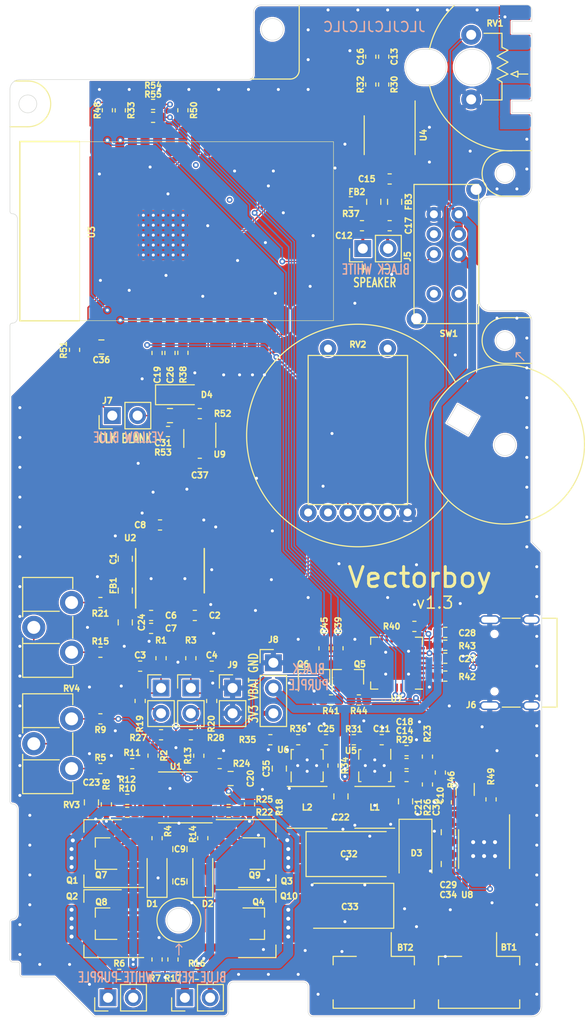
<source format=kicad_pcb>
(kicad_pcb (version 20171130) (host pcbnew "(5.1.6-87-g1447494bc)")
  (layers (0 F.Cu signal) (31 B.Cu signal hide) (34 B.Paste user) (35 F.Paste user hide) (36 B.SilkS user hide) (37 F.SilkS user) (38 B.Mask user hide) (39 F.Mask user hide) (44 Edge.Cuts user))
  (net 0 "")
  (net 1 GND)
  (net 2 "Net-(C1-Pad1)")
  (net 3 "Net-(C3-Pad2)")
  (net 4 "Net-(C4-Pad1)")
  (net 5 "Net-(C5-Pad2)")
  (net 6 "Net-(C5-Pad1)")
  (net 7 "Net-(C6-Pad2)")
  (net 8 "Net-(C6-Pad1)")
  (net 9 "Net-(C7-Pad1)")
  (net 10 "Net-(C8-Pad1)")
  (net 11 "Net-(C9-Pad2)")
  (net 12 "Net-(C9-Pad1)")
  (net 13 -3V3)
  (net 14 "Net-(C12-Pad1)")
  (net 15 "Net-(C13-Pad2)")
  (net 16 "Net-(C13-Pad1)")
  (net 17 "Net-(C14-Pad1)")
  (net 18 +4V)
  (net 19 "Net-(C16-Pad1)")
  (net 20 "Net-(C17-Pad1)")
  (net 21 "Net-(C18-Pad1)")
  (net 22 TUNE_POT)
  (net 23 +3V3)
  (net 24 "Net-(C25-Pad1)")
  (net 25 VBAT_SNS)
  (net 26 VDD)
  (net 27 +5V)
  (net 28 "Net-(C29-Pad1)")
  (net 29 "Net-(C31-Pad2)")
  (net 30 "Net-(C31-Pad1)")
  (net 31 "Net-(J6-PadB5)")
  (net 32 "Net-(J6-PadA6)")
  (net 33 "Net-(J6-PadA8)")
  (net 34 "Net-(J6-PadA5)")
  (net 35 "Net-(J6-PadB8)")
  (net 36 "Net-(J6-PadA7)")
  (net 37 "Net-(J2-Pad1)")
  (net 38 "Net-(J4-Pad1)")
  (net 39 ESP32_FLASH)
  (net 40 "Net-(Q5-Pad2)")
  (net 41 "Net-(Q5-Pad1)")
  (net 42 ESP32_RESET)
  (net 43 "Net-(Q6-Pad2)")
  (net 44 "Net-(Q6-Pad1)")
  (net 45 "Net-(R1-Pad2)")
  (net 46 "Net-(J1-Pad2)")
  (net 47 "Net-(R11-Pad2)")
  (net 48 "Net-(R3-Pad2)")
  (net 49 "Net-(R4-Pad2)")
  (net 50 "Net-(R5-Pad1)")
  (net 51 "Net-(J2-Pad2)")
  (net 52 "Net-(R9-Pad2)")
  (net 53 "Net-(R10-Pad2)")
  (net 54 "Net-(J3-Pad2)")
  (net 55 "Net-(R13-Pad1)")
  (net 56 "Net-(R14-Pad2)")
  (net 57 "Net-(R15-Pad1)")
  (net 58 "Net-(J4-Pad2)")
  (net 59 "Net-(R21-Pad2)")
  (net 60 "Net-(R22-Pad2)")
  (net 61 "Net-(R27-Pad1)")
  (net 62 "Net-(R30-Pad1)")
  (net 63 "Net-(R32-Pad1)")
  (net 64 PWR_SW)
  (net 65 "Net-(R35-Pad2)")
  (net 66 "Net-(R40-Pad1)")
  (net 67 CHRG_STAT)
  (net 68 "Net-(R49-Pad1)")
  (net 69 ESP32_PWM)
  (net 70 "Net-(J7-Pad1)")
  (net 71 ESP32_DAC0)
  (net 72 VBUS)
  (net 73 PCM_UNMUTE)
  (net 74 DAC_LRCK)
  (net 75 DAC_DATA)
  (net 76 DAC_BCK)
  (net 77 ESP32_RXD)
  (net 78 ESP32_TXD)
  (net 79 "Net-(FB3-Pad1)")
  (net 80 "Net-(FB2-Pad2)")
  (net 81 PA_UNMUTE)
  (net 82 "Net-(L2-Pad1)")
  (net 83 "Net-(L2-Pad2)")
  (net 84 "Net-(U7-Pad27)")
  (net 85 "Net-(U7-Pad23)")
  (net 86 "Net-(U7-Pad22)")
  (net 87 "Net-(U7-Pad21)")
  (net 88 "Net-(U7-Pad20)")
  (net 89 "Net-(U7-Pad19)")
  (net 90 "Net-(U7-Pad18)")
  (net 91 "Net-(U7-Pad17)")
  (net 92 "Net-(U7-Pad16)")
  (net 93 "Net-(U7-Pad15)")
  (net 94 "Net-(U7-Pad14)")
  (net 95 "Net-(U7-Pad13)")
  (net 96 "Net-(U7-Pad12)")
  (net 97 "Net-(U7-Pad11)")
  (net 98 "Net-(U7-Pad10)")
  (net 99 "Net-(U7-Pad2)")
  (net 100 "Net-(U7-Pad1)")
  (net 101 "Net-(U8-Pad6)")
  (net 102 "Net-(D3-Pad1)")
  (net 103 "Net-(SW1-Pad4)")
  (net 104 "Net-(R54-Pad2)")
  (net 105 "Net-(R55-Pad2)")
  (net 106 "Net-(C10-Pad1)")
  (net 107 "Net-(C11-Pad1)")
  (net 108 "Net-(U8-Pad1)")
  (net 109 "Net-(R23-Pad1)")
  (module Package_TO_SOT_SMD:SOT-23 (layer F.Cu) (at 124.85 134.9)
    (fp_text reference Q10 (at 3.225 -2.775 180) (layer F.SilkS) (effects (font (size 0.6 0.6))))
    (fp_text value STN951)
    (pad 3 smd rect (at 1 0) (size 0.9 0.8) (layers F.Cu F.Paste F.Mask) (net 13 -3V3))
    (pad 2 smd rect (at -1 0.95) (size 0.9 0.8) (layers F.Cu F.Paste F.Mask) (net 38 "Net-(J4-Pad1)"))
    (pad 1 smd rect (at -1 -0.95) (size 0.9 0.8) (layers F.Cu F.Paste F.Mask) (net 11 "Net-(C9-Pad2)"))
  )
  (module Package_TO_SOT_SMD:SOT-23 (layer F.Cu) (at 124.85 127.85)
    (fp_text reference Q9 (at -0.225 2.175 180) (layer F.SilkS) (effects (font (size 0.6 0.6))))
    (fp_text value STN851)
    (pad 3 smd rect (at 1 0) (size 0.9 0.8) (layers F.Cu F.Paste F.Mask) (net 23 +3V3))
    (pad 2 smd rect (at -1 0.95) (size 0.9 0.8) (layers F.Cu F.Paste F.Mask) (net 38 "Net-(J4-Pad1)"))
    (pad 1 smd rect (at -1 -0.95) (size 0.9 0.8) (layers F.Cu F.Paste F.Mask) (net 12 "Net-(C9-Pad1)"))
  )
  (module Package_TO_SOT_SMD:SOT-23 (layer F.Cu) (at 109.350001 134.9 180)
    (fp_text reference Q8 (at 0.150001 2.175 180) (layer F.SilkS) (effects (font (size 0.6 0.6))))
    (fp_text value STN951)
    (pad 3 smd rect (at 1 0 180) (size 0.9 0.8) (layers F.Cu F.Paste F.Mask) (net 13 -3V3))
    (pad 2 smd rect (at -1 0.95 180) (size 0.9 0.8) (layers F.Cu F.Paste F.Mask) (net 37 "Net-(J2-Pad1)"))
    (pad 1 smd rect (at -1 -0.95 180) (size 0.9 0.8) (layers F.Cu F.Paste F.Mask) (net 5 "Net-(C5-Pad2)"))
  )
  (module Package_TO_SOT_SMD:SOT-23 (layer F.Cu) (at 109.35 127.85 180)
    (fp_text reference Q7 (at 0.175 -2.15 180) (layer F.SilkS) (effects (font (size 0.6 0.6))))
    (fp_text value STN851)
    (pad 3 smd rect (at 1 0 180) (size 0.9 0.8) (layers F.Cu F.Paste F.Mask) (net 23 +3V3))
    (pad 2 smd rect (at -1 0.95 180) (size 0.9 0.8) (layers F.Cu F.Paste F.Mask) (net 37 "Net-(J2-Pad1)"))
    (pad 1 smd rect (at -1 -0.95 180) (size 0.9 0.8) (layers F.Cu F.Paste F.Mask) (net 6 "Net-(C5-Pad1)"))
  )
  (module Capacitor_SMD:C_0603_1608Metric (layer F.Cu) (at 119.1 88.6 180)
    (fp_text reference C37 (at 0 -1.2) (layer F.SilkS) (effects (font (size 0.6 0.6))))
    (fp_text value 100n)
    (pad 2 smd roundrect (at 0.7875 0 180) (size 0.875 0.95) (layers F.Cu F.Paste F.Mask) (net 1 GND))
    (pad 1 smd roundrect (at -0.7875 0 180) (size 0.875 0.95) (layers F.Cu F.Paste F.Mask) (net 23 +3V3))
  )
  (module Resistor_SMD:R_0603_1608Metric (layer F.Cu) (at 114.4 53.8 180)
    (fp_text reference R55 (at 0 2.3) (layer F.SilkS) (effects (font (size 0.6 0.6))))
    (fp_text value 1k)
    (pad 2 smd roundrect (at 0.7875 0 180) (size 0.875 0.95) (layers F.Cu F.Paste F.Mask) (net 105 "Net-(R55-Pad2)"))
    (pad 1 smd roundrect (at -0.7875 0 180) (size 0.875 0.95) (layers F.Cu F.Paste F.Mask) (net 77 ESP32_RXD))
  )
  (module Resistor_SMD:R_0603_1608Metric (layer F.Cu) (at 114.4 52.5 180)
    (fp_text reference R54 (at 0 1.9) (layer F.SilkS) (effects (font (size 0.6 0.6))))
    (fp_text value 1k)
    (pad 2 smd roundrect (at 0.7875 0 180) (size 0.875 0.95) (layers F.Cu F.Paste F.Mask) (net 104 "Net-(R54-Pad2)"))
    (pad 1 smd roundrect (at -0.7875 0 180) (size 0.875 0.95) (layers F.Cu F.Paste F.Mask) (net 78 ESP32_TXD))
  )
  (module Package_SON:Texas_DRC0010J_ThermalVias (layer F.Cu) (at 129.9 119 90)
    (fp_text reference U6 (at 1.6 -2.4 180) (layer F.SilkS) (effects (font (size 0.6 0.6))))
    (fp_text value TPS63001)
    (pad 11 thru_hole circle (at 0 -0.95 90) (size 0.5 0.5) (drill 0.3) (layers *.Cu) (net 1 GND))
    (pad 11 thru_hole circle (at 0.575 0 90) (size 0.5 0.5) (drill 0.3) (layers *.Cu) (net 1 GND))
    (pad 11 thru_hole circle (at -0.575 0 90) (size 0.5 0.5) (drill 0.3) (layers *.Cu) (net 1 GND))
    (pad 11 thru_hole circle (at 0 0.95 90) (size 0.5 0.5) (drill 0.3) (layers *.Cu) (net 1 GND))
    (pad 11 smd custom (at 0 0 90) (size 1.65 2.4) (layers F.Cu F.Mask) (net 1 GND) (options (clearance outline) (anchor rect)) (primitives (gr_poly (pts (xy -0.375 -1.1) (xy -0.375 -1.7) (xy -0.125 -1.7) (xy -0.125 -1.1) (xy 0.125 -1.1) (xy 0.125 -1.7) (xy 0.375 -1.7) (xy 0.375 1.7) (xy 0.125 1.7) (xy 0.125 1.1) (xy -0.125 1.1) (xy -0.125 1.7) (xy -0.375 1.7)) (width 0))))
    (pad 10 smd rect (at 1.4 -1 90) (size 0.6 0.24) (layers F.Cu F.Paste F.Mask) (net 65 "Net-(R35-Pad2)"))
    (pad 9 smd rect (at 1.4 -0.5 90) (size 0.6 0.24) (layers F.Cu F.Paste F.Mask) (net 1 GND))
    (pad 8 smd rect (at 1.4 0 90) (size 0.6 0.24) (layers F.Cu F.Paste F.Mask) (net 24 "Net-(C25-Pad1)"))
    (pad 7 smd rect (at 1.4 0.5 90) (size 0.6 0.24) (layers F.Cu F.Paste F.Mask) (net 24 "Net-(C25-Pad1)"))
    (pad 6 smd rect (at 1.4 1 90) (size 0.6 0.24) (layers F.Cu F.Paste F.Mask) (net 24 "Net-(C25-Pad1)"))
    (pad 5 smd rect (at -1.4 1 90) (size 0.6 0.24) (layers F.Cu F.Paste F.Mask) (net 18 +4V))
    (pad 4 smd rect (at -1.4 0.5 90) (size 0.6 0.24) (layers F.Cu F.Paste F.Mask) (net 82 "Net-(L2-Pad1)"))
    (pad 3 smd rect (at -1.4 0 90) (size 0.6 0.24) (layers F.Cu F.Paste F.Mask) (net 1 GND))
    (pad 2 smd rect (at -1.4 -0.5 90) (size 0.6 0.24) (layers F.Cu F.Paste F.Mask) (net 83 "Net-(L2-Pad2)"))
    (pad 1 smd rect (at -1.4 -1 90) (size 0.6 0.24) (layers F.Cu F.Paste F.Mask) (net 23 +3V3))
  )
  (module Package_SON:Texas_DRC0010J_ThermalVias (layer F.Cu) (at 136.7 119 270)
    (fp_text reference U5 (at -1.5 2.4) (layer F.SilkS) (effects (font (size 0.6 0.6))))
    (fp_text value TPS63700DRCT)
    (pad 11 thru_hole circle (at 0 -0.95 270) (size 0.5 0.5) (drill 0.3) (layers *.Cu) (net 1 GND))
    (pad 11 thru_hole circle (at 0.575 0 270) (size 0.5 0.5) (drill 0.3) (layers *.Cu) (net 1 GND))
    (pad 11 thru_hole circle (at -0.575 0 270) (size 0.5 0.5) (drill 0.3) (layers *.Cu) (net 1 GND))
    (pad 11 thru_hole circle (at 0 0.95 270) (size 0.5 0.5) (drill 0.3) (layers *.Cu) (net 1 GND))
    (pad 11 smd custom (at 0 0 270) (size 1.65 2.4) (layers F.Cu F.Mask) (net 1 GND) (options (clearance outline) (anchor rect)) (primitives (gr_poly (pts (xy -0.375 -1.1) (xy -0.375 -1.7) (xy -0.125 -1.7) (xy -0.125 -1.1) (xy 0.125 -1.1) (xy 0.125 -1.7) (xy 0.375 -1.7) (xy 0.375 1.7) (xy 0.125 1.7) (xy 0.125 1.1) (xy -0.125 1.1) (xy -0.125 1.7) (xy -0.375 1.7)) (width 0))))
    (pad 10 smd rect (at 1.4 -1 270) (size 0.6 0.24) (layers F.Cu F.Paste F.Mask) (net 17 "Net-(C14-Pad1)"))
    (pad 9 smd rect (at 1.4 -0.5 270) (size 0.6 0.24) (layers F.Cu F.Paste F.Mask) (net 109 "Net-(R23-Pad1)"))
    (pad 8 smd rect (at 1.4 0 270) (size 0.6 0.24) (layers F.Cu F.Paste F.Mask) (net 13 -3V3))
    (pad 7 smd rect (at 1.4 0.5 270) (size 0.6 0.24) (layers F.Cu F.Paste F.Mask) (net 1 GND))
    (pad 6 smd rect (at 1.4 1 270) (size 0.6 0.24) (layers F.Cu F.Paste F.Mask) (net 102 "Net-(D3-Pad1)"))
    (pad 5 smd rect (at -1.4 1 270) (size 0.6 0.24) (layers F.Cu F.Paste F.Mask) (net 18 +4V))
    (pad 4 smd rect (at -1.4 0.5 270) (size 0.6 0.24) (layers F.Cu F.Paste F.Mask) (net 107 "Net-(C11-Pad1)"))
    (pad 3 smd rect (at -1.4 0 270) (size 0.6 0.24) (layers F.Cu F.Paste F.Mask) (net 107 "Net-(C11-Pad1)"))
    (pad 2 smd rect (at -1.4 -0.5 270) (size 0.6 0.24) (layers F.Cu F.Paste F.Mask) (net 1 GND))
    (pad 1 smd rect (at -1.4 -1 270) (size 0.6 0.24) (layers F.Cu F.Paste F.Mask) (net 21 "Net-(C18-Pad1)"))
  )
  (module Capacitor_SMD:C_0805_2012Metric (layer F.Cu) (at 109.2 76.9 180)
    (fp_text reference C36 (at 0 -1.3) (layer F.SilkS) (effects (font (size 0.6 0.6))))
    (fp_text value 10u)
    (pad 2 smd roundrect (at 0.9375 0 180) (size 0.975 1.4) (layers F.Cu F.Paste F.Mask) (net 1 GND))
    (pad 1 smd roundrect (at -0.9375 0 180) (size 0.975 1.4) (layers F.Cu F.Paste F.Mask) (net 23 +3V3))
  )
  (module Capacitor_SMD:C_0805_2012Metric (layer F.Cu) (at 127.1 119.3 90)
    (fp_text reference C35 (at 0 -1.3 90) (layer F.SilkS) (effects (font (size 0.6 0.6))))
    (fp_text value 10u)
    (pad 2 smd roundrect (at 0.9375 0 90) (size 0.975 1.4) (layers F.Cu F.Paste F.Mask) (net 1 GND))
    (pad 1 smd roundrect (at -0.9375 0 90) (size 0.975 1.4) (layers F.Cu F.Paste F.Mask) (net 23 +3V3))
  )
  (module Capacitor_SMD:C_0805_2012Metric (layer F.Cu) (at 144.1 128.9 90)
    (fp_text reference C34 (at -3.1 0 180) (layer F.SilkS) (effects (font (size 0.6 0.6))))
    (fp_text value 10u)
    (pad 2 smd roundrect (at 0.9375 0 90) (size 0.975 1.4) (layers F.Cu F.Paste F.Mask) (net 1 GND))
    (pad 1 smd roundrect (at -0.9375 0 90) (size 0.975 1.4) (layers F.Cu F.Paste F.Mask) (net 72 VBUS))
  )
  (module Package_SO:SOIC-8-1EP_3.9x4.9mm_P1.27mm_EP2.41x3.3mm (layer F.Cu) (at 147.7 127.4 270)
    (fp_text reference U8 (at 4.6 1.7 180) (layer F.SilkS) (effects (font (size 0.6 0.6))))
    (fp_text value TP4056-otter)
    (pad 8 smd roundrect (at 2.475 -1.905 270) (size 1.95 0.6) (layers F.Cu F.Paste F.Mask) (net 28 "Net-(C29-Pad1)"))
    (pad 7 smd roundrect (at 2.475 -0.635 270) (size 1.95 0.6) (layers F.Cu F.Paste F.Mask) (net 67 CHRG_STAT))
    (pad 6 smd roundrect (at 2.475 0.635 270) (size 1.95 0.6) (layers F.Cu F.Paste F.Mask) (net 101 "Net-(U8-Pad6)"))
    (pad 5 smd roundrect (at 2.475 1.905 270) (size 1.95 0.6) (layers F.Cu F.Paste F.Mask) (net 72 VBUS))
    (pad 4 smd roundrect (at -2.475 1.905 270) (size 1.95 0.6) (layers F.Cu F.Paste F.Mask) (net 28 "Net-(C29-Pad1)"))
    (pad 3 smd roundrect (at -2.475 0.635 270) (size 1.95 0.6) (layers F.Cu F.Paste F.Mask) (net 1 GND))
    (pad 2 smd roundrect (at -2.475 -0.635 270) (size 1.95 0.6) (layers F.Cu F.Paste F.Mask) (net 68 "Net-(R49-Pad1)"))
    (pad 1 smd roundrect (at -2.475 -1.905 270) (size 1.95 0.6) (layers F.Cu F.Paste F.Mask) (net 108 "Net-(U8-Pad1)"))
    (pad 9 smd roundrect (at 0 0 270) (size 2.41 3.3) (layers F.Cu F.Mask) (roundrect_rratio 0.1037331950207469) (net 1 GND))
  )
  (module Resistor_SMD:R_1206_3216Metric (layer F.Cu) (at 145.8 121.4 270)
    (fp_text reference R46 (at -1 1.4 90) (layer F.SilkS) (effects (font (size 0.6 0.6))))
    (fp_text value 0.27R)
    (pad 2 smd roundrect (at 1.4 0 270) (size 1.25 1.75) (layers F.Cu F.Paste F.Mask) (roundrect_rratio 0.2) (net 28 "Net-(C29-Pad1)"))
    (pad 1 smd roundrect (at -1.4 0 270) (size 1.25 1.75) (layers F.Cu F.Paste F.Mask) (roundrect_rratio 0.2) (net 27 +5V))
  )
  (module Connector_JST:JST_PH_B2B-PH-SM4-TB_1x02-1MP_P2.00mm_Vertical (layer F.Cu) (at 147.2 139.05 180)
    (fp_text reference BT1 (at -3 1.775 180) (layer F.SilkS) (effects (font (size 0.6 0.6))))
    (fp_text value LiIon)
    (pad 2 smd roundrect (at 3.4 -1.75 180) (size 1.6 3) (layers F.Cu F.Paste F.Mask) (roundrect_rratio 0.156) (net 1 GND))
    (pad 2 smd roundrect (at -3.4 -1.75 180) (size 1.6 3) (layers F.Cu F.Paste F.Mask) (roundrect_rratio 0.156) (net 1 GND))
    (pad 2 smd roundrect (at 1 0.5 180) (size 1 5.5) (layers F.Cu F.Paste F.Mask) (net 1 GND))
    (pad 1 smd roundrect (at -1 0.5 180) (size 1 5.5) (layers F.Cu F.Paste F.Mask) (net 72 VBUS))
  )
  (module Connector_JST:JST_PH_B2B-PH-SM4-TB_1x02-1MP_P2.00mm_Vertical (layer F.Cu) (at 136.6 139.05 180)
    (fp_text reference BT2 (at -3.175 1.75 180) (layer F.SilkS) (effects (font (size 0.6 0.6))))
    (fp_text value LiIon)
    (pad 2 smd roundrect (at 3.4 -1.75 180) (size 1.6 3) (layers F.Cu F.Paste F.Mask) (roundrect_rratio 0.156) (net 1 GND))
    (pad 2 smd roundrect (at -3.4 -1.75 180) (size 1.6 3) (layers F.Cu F.Paste F.Mask) (roundrect_rratio 0.156) (net 1 GND))
    (pad 2 smd roundrect (at 1 0.5 180) (size 1 5.5) (layers F.Cu F.Paste F.Mask) (net 1 GND))
    (pad 1 smd roundrect (at -1 0.5 180) (size 1 5.5) (layers F.Cu F.Paste F.Mask) (net 72 VBUS))
  )
  (module Capacitor_Tantalum_SMD:CP_EIA-7343-43_Kemet-X (layer F.Cu) (at 134.2 133.1 180)
    (fp_text reference C33 (at 0 -0.1) (layer F.SilkS) (effects (font (size 0.6 0.6))))
    (fp_text value 100u)
    (pad 2 smd roundrect (at 3.1125 0 180) (size 2.075 2.55) (layers F.Cu F.Paste F.Mask) (roundrect_rratio 0.1204819277108434) (net 13 -3V3))
    (pad 1 smd roundrect (at -3.1125 0 180) (size 2.075 2.55) (layers F.Cu F.Paste F.Mask) (roundrect_rratio 0.1204819277108434) (net 1 GND))
  )
  (module Capacitor_Tantalum_SMD:CP_EIA-7343-43_Kemet-X (layer F.Cu) (at 134.2 127.9)
    (fp_text reference C32 (at -0.1 0) (layer F.SilkS) (effects (font (size 0.6 0.6))))
    (fp_text value 100u)
    (pad 2 smd roundrect (at 3.1125 0) (size 2.075 2.55) (layers F.Cu F.Paste F.Mask) (roundrect_rratio 0.1204819277108434) (net 1 GND))
    (pad 1 smd roundrect (at -3.1125 0) (size 2.075 2.55) (layers F.Cu F.Paste F.Mask) (roundrect_rratio 0.1204819277108434) (net 23 +3V3))
  )
  (module Potentiometer_THT:Potentiometer_ACP_CA9-H3,8_Horizontal (layer F.Cu) (at 106.2 107.6 180)
    (fp_text reference RV4 (at 0 -3.65) (layer F.SilkS) (effects (font (size 0.6 0.6))))
    (fp_text value 10k)
    (pad 1 thru_hole circle (at 0 0 180) (size 2.34 2.34) (drill 1.3) (layers *.Cu *.Mask) (net 57 "Net-(R15-Pad1)"))
    (pad 2 thru_hole circle (at 3.8 2.5 180) (size 2.34 2.34) (drill 1.3) (layers *.Cu *.Mask) (net 55 "Net-(R13-Pad1)"))
    (pad 3 thru_hole circle (at 0 5 180) (size 2.34 2.34) (drill 1.3) (layers *.Cu *.Mask) (net 59 "Net-(R21-Pad2)"))
  )
  (module Potentiometer_THT:Potentiometer_ACP_CA9-H3,8_Horizontal (layer F.Cu) (at 106.2 119.3 180)
    (fp_text reference RV3 (at 0 -3.65) (layer F.SilkS) (effects (font (size 0.6 0.6))))
    (fp_text value 10k)
    (pad 1 thru_hole circle (at 0 0 180) (size 2.34 2.34) (drill 1.3) (layers *.Cu *.Mask) (net 50 "Net-(R5-Pad1)"))
    (pad 2 thru_hole circle (at 3.8 2.5 180) (size 2.34 2.34) (drill 1.3) (layers *.Cu *.Mask) (net 47 "Net-(R11-Pad2)"))
    (pad 3 thru_hole circle (at 0 5 180) (size 2.34 2.34) (drill 1.3) (layers *.Cu *.Mask) (net 52 "Net-(R9-Pad2)"))
  )
  (module otter:Inductor_4040 (layer F.Cu) (at 129.9 123.2 180)
    (fp_text reference L2 (at 0 0) (layer F.SilkS) (effects (font (size 0.6 0.6))))
    (fp_text value 2.2u)
    (pad 2 smd rect (at 1.4 0 180) (size 1.2 1.6) (layers F.Cu F.Paste F.Mask) (net 83 "Net-(L2-Pad2)"))
    (pad 1 smd rect (at -1.4 0 180) (size 1.2 1.6) (layers F.Cu F.Paste F.Mask) (net 82 "Net-(L2-Pad1)"))
  )
  (module otter:Inductor_4040 (layer F.Cu) (at 136.7 123.2 180)
    (fp_text reference L1 (at 0 0) (layer F.SilkS) (effects (font (size 0.6 0.6))))
    (fp_text value 4.7u)
    (pad 2 smd rect (at 1.4 0 180) (size 1.2 1.6) (layers F.Cu F.Paste F.Mask) (net 102 "Net-(D3-Pad1)"))
    (pad 1 smd rect (at -1.4 0 180) (size 1.2 1.6) (layers F.Cu F.Paste F.Mask) (net 1 GND))
  )
  (module Connector_PinHeader_2.54mm:PinHeader_1x02_P2.54mm_Vertical (layer F.Cu) (at 122.4 111.2)
    (fp_text reference J9 (at 0 -2.33) (layer F.SilkS) (effects (font (size 0.6 0.6))))
    (fp_text value GND)
    (pad 2 thru_hole oval (at 0 2.54) (size 1.7 1.7) (drill 1) (layers *.Cu *.Mask) (net 1 GND))
    (pad 1 thru_hole rect (at 0 0) (size 1.7 1.7) (drill 1) (layers *.Cu *.Mask) (net 1 GND))
  )
  (module Connector_PinHeader_2.54mm:PinHeader_1x03_P2.54mm_Vertical (layer F.Cu) (at 126.5 108.66)
    (fp_text reference J8 (at 0 -2.33) (layer F.SilkS) (effects (font (size 0.6 0.6))))
    (fp_text value PWR)
    (pad 3 thru_hole oval (at 0 5.08) (size 1.7 1.7) (drill 1) (layers *.Cu *.Mask) (net 23 +3V3))
    (pad 2 thru_hole oval (at 0 2.54) (size 1.7 1.7) (drill 1) (layers *.Cu *.Mask) (net 18 +4V))
    (pad 1 thru_hole rect (at 0 0) (size 1.7 1.7) (drill 1) (layers *.Cu *.Mask) (net 1 GND))
  )
  (module Connector_PinHeader_2.54mm:PinHeader_1x02_P2.54mm_Vertical (layer F.Cu) (at 110.3 83.8 90)
    (fp_text reference J7 (at 1.5 -0.5 180) (layer F.SilkS) (effects (font (size 0.6 0.6))))
    (fp_text value BLK+CLK)
    (pad 2 thru_hole oval (at 0 2.54 90) (size 1.7 1.7) (drill 1) (layers *.Cu *.Mask) (net 30 "Net-(C31-Pad1)"))
    (pad 1 thru_hole rect (at 0 0 90) (size 1.7 1.7) (drill 1) (layers *.Cu *.Mask) (net 70 "Net-(J7-Pad1)"))
  )
  (module Connector_PinHeader_2.54mm:PinHeader_1x02_P2.54mm_Vertical (layer F.Cu) (at 135.5 67 90)
    (fp_text reference J5 (at -0.8 4.5 90) (layer F.SilkS) (effects (font (size 0.6 0.6))))
    (fp_text value SPEAKER)
    (pad 2 thru_hole oval (at 0 2.54 90) (size 1.7 1.7) (drill 1) (layers *.Cu *.Mask) (net 20 "Net-(C17-Pad1)"))
    (pad 1 thru_hole rect (at 0 0 90) (size 1.7 1.7) (drill 1) (layers *.Cu *.Mask) (net 14 "Net-(C12-Pad1)"))
  )
  (module Connector_PinHeader_2.54mm:PinHeader_1x02_P2.54mm_Vertical (layer F.Cu) (at 117.6 142.35 90)
    (fp_text reference J4 hide)
    (fp_text value COIL_Y)
    (pad 2 thru_hole oval (at 0 2.54 90) (size 1.7 1.7) (drill 1) (layers *.Cu *.Mask) (net 58 "Net-(J4-Pad2)"))
    (pad 1 thru_hole rect (at 0 0 90) (size 1.7 1.7) (drill 1) (layers *.Cu *.Mask) (net 38 "Net-(J4-Pad1)"))
  )
  (module Connector_PinHeader_2.54mm:PinHeader_1x02_P2.54mm_Vertical (layer F.Cu) (at 118.2 111.2)
    (fp_text reference J3 hide)
    (fp_text value EXT_Y)
    (pad 2 thru_hole oval (at 0 2.54) (size 1.7 1.7) (drill 1) (layers *.Cu *.Mask) (net 54 "Net-(J3-Pad2)"))
    (pad 1 thru_hole rect (at 0 0) (size 1.7 1.7) (drill 1) (layers *.Cu *.Mask) (net 4 "Net-(C4-Pad1)"))
  )
  (module Connector_PinHeader_2.54mm:PinHeader_1x02_P2.54mm_Vertical (layer F.Cu) (at 109.86 142.35 90)
    (fp_text reference J2 hide)
    (fp_text value COIL_X)
    (pad 2 thru_hole oval (at 0 2.54 90) (size 1.7 1.7) (drill 1) (layers *.Cu *.Mask) (net 51 "Net-(J2-Pad2)"))
    (pad 1 thru_hole rect (at 0 0 90) (size 1.7 1.7) (drill 1) (layers *.Cu *.Mask) (net 37 "Net-(J2-Pad1)"))
  )
  (module Connector_PinHeader_2.54mm:PinHeader_1x02_P2.54mm_Vertical (layer F.Cu) (at 115.2 111.2)
    (fp_text reference J1 hide)
    (fp_text value EXT_X)
    (pad 2 thru_hole oval (at 0 2.54) (size 1.7 1.7) (drill 1) (layers *.Cu *.Mask) (net 46 "Net-(J1-Pad2)"))
    (pad 1 thru_hole rect (at 0 0) (size 1.7 1.7) (drill 1) (layers *.Cu *.Mask) (net 3 "Net-(C3-Pad2)"))
  )
  (module Inductor_SMD:L_0805_2012Metric (layer F.Cu) (at 138.7 62.3 270)
    (fp_text reference FB3 (at 0 -1.4 90) (layer F.SilkS) (effects (font (size 0.6 0.6))))
    (fp_text value 601)
    (pad 2 smd roundrect (at 0.9375 0 270) (size 0.975 1.4) (layers F.Cu F.Paste F.Mask) (net 20 "Net-(C17-Pad1)"))
    (pad 1 smd roundrect (at -0.9375 0 270) (size 0.975 1.4) (layers F.Cu F.Paste F.Mask) (net 79 "Net-(FB3-Pad1)"))
  )
  (module Inductor_SMD:L_0805_2012Metric (layer F.Cu) (at 136.6 62.3 90)
    (fp_text reference FB2 (at 1 -1.7 180) (layer F.SilkS) (effects (font (size 0.6 0.6))))
    (fp_text value 601)
    (pad 2 smd roundrect (at 0.9375 0 90) (size 0.975 1.4) (layers F.Cu F.Paste F.Mask) (net 80 "Net-(FB2-Pad2)"))
    (pad 1 smd roundrect (at -0.9375 0 90) (size 0.975 1.4) (layers F.Cu F.Paste F.Mask) (net 14 "Net-(C12-Pad1)"))
  )
  (module Inductor_SMD:L_0805_2012Metric (layer F.Cu) (at 111.6 101.4 90)
    (fp_text reference FB1 (at 0.5 -1.2 90) (layer F.SilkS) (effects (font (size 0.6 0.6))))
    (fp_text value 601)
    (pad 2 smd roundrect (at 0.9375 0 90) (size 0.975 1.4) (layers F.Cu F.Paste F.Mask) (net 2 "Net-(C1-Pad1)"))
    (pad 1 smd roundrect (at -0.9375 0 90) (size 0.975 1.4) (layers F.Cu F.Paste F.Mask) (net 23 +3V3))
  )
  (module Diode_SMD:D_SOD-123 (layer F.Cu) (at 116.9 81.7)
    (fp_text reference D4 (at 2.9 0) (layer F.SilkS) (effects (font (size 0.6 0.6))))
    (fp_text value 4148)
    (pad 2 smd rect (at 1.65 0) (size 0.9 1.2) (layers F.Cu F.Paste F.Mask) (net 1 GND))
    (pad 1 smd rect (at -1.65 0) (size 0.9 1.2) (layers F.Cu F.Paste F.Mask) (net 30 "Net-(C31-Pad1)"))
  )
  (module Diode_SMD:D_SMA (layer F.Cu) (at 140.8 127.8 270)
    (fp_text reference D3 (at 0 -0.1 180) (layer F.SilkS) (effects (font (size 0.6 0.6))))
    (fp_text value SS34)
    (pad 2 smd rect (at 2 0 270) (size 2.5 1.8) (layers F.Cu F.Paste F.Mask) (net 13 -3V3))
    (pad 1 smd rect (at -2 0 270) (size 2.5 1.8) (layers F.Cu F.Paste F.Mask) (net 102 "Net-(D3-Pad1)"))
  )
  (module Diode_SMD:D_SOD-123 (layer F.Cu) (at 119.4 130 90)
    (fp_text reference D2 (at -2.9 0.5 180) (layer F.SilkS) (effects (font (size 0.6 0.6))))
    (fp_text value 4148)
    (pad 2 smd rect (at 1.65 0 90) (size 0.9 1.2) (layers F.Cu F.Paste F.Mask) (net 12 "Net-(C9-Pad1)"))
    (pad 1 smd rect (at -1.65 0 90) (size 0.9 1.2) (layers F.Cu F.Paste F.Mask) (net 11 "Net-(C9-Pad2)"))
  )
  (module Diode_SMD:D_SOD-123 (layer F.Cu) (at 114.8 130 90)
    (fp_text reference D1 (at -2.9 -0.5 180) (layer F.SilkS) (effects (font (size 0.6 0.6))))
    (fp_text value 4148)
    (pad 2 smd rect (at 1.65 0 90) (size 0.9 1.2) (layers F.Cu F.Paste F.Mask) (net 6 "Net-(C5-Pad1)"))
    (pad 1 smd rect (at -1.65 0 90) (size 0.9 1.2) (layers F.Cu F.Paste F.Mask) (net 5 "Net-(C5-Pad2)"))
  )
  (module Package_TO_SOT_SMD:SOT-23-5 (layer F.Cu) (at 119.1 86.1 270)
    (fp_text reference U9 (at 1.6 -2 180) (layer F.SilkS) (effects (font (size 0.6 0.6))))
    (fp_text value LMV321)
    (pad 5 smd rect (at 1.1 -0.95 270) (size 1.06 0.65) (layers F.Cu F.Paste F.Mask) (net 23 +3V3))
    (pad 4 smd rect (at 1.1 0.95 270) (size 1.06 0.65) (layers F.Cu F.Paste F.Mask) (net 29 "Net-(C31-Pad2)"))
    (pad 3 smd rect (at -1.1 0.95 270) (size 1.06 0.65) (layers F.Cu F.Paste F.Mask) (net 29 "Net-(C31-Pad2)"))
    (pad 2 smd rect (at -1.1 0 270) (size 1.06 0.65) (layers F.Cu F.Paste F.Mask) (net 1 GND))
    (pad 1 smd rect (at -1.1 -0.95 270) (size 1.06 0.65) (layers F.Cu F.Paste F.Mask) (net 71 ESP32_DAC0))
  )
  (module Package_DFN_QFN:QFN-28-1EP_5x5mm_P0.5mm_EP3.35x3.35mm (layer F.Cu) (at 138.9 108.7 180)
    (fp_text reference U7 (at 0 -3.6) (layer F.SilkS) (effects (font (size 0.6 0.6))))
    (fp_text value CP2102N-A01-GQFN28)
    (pad 28 smd roundrect (at -1.5 -2.45 180) (size 0.25 0.8) (layers F.Cu F.Paste F.Mask) (net 40 "Net-(Q5-Pad2)"))
    (pad 27 smd roundrect (at -1 -2.45 180) (size 0.25 0.8) (layers F.Cu F.Paste F.Mask) (net 84 "Net-(U7-Pad27)"))
    (pad 26 smd roundrect (at -0.5 -2.45 180) (size 0.25 0.8) (layers F.Cu F.Paste F.Mask) (net 77 ESP32_RXD))
    (pad 25 smd roundrect (at 0 -2.45 180) (size 0.25 0.8) (layers F.Cu F.Paste F.Mask) (net 78 ESP32_TXD))
    (pad 24 smd roundrect (at 0.5 -2.45 180) (size 0.25 0.8) (layers F.Cu F.Paste F.Mask) (net 43 "Net-(Q6-Pad2)"))
    (pad 23 smd roundrect (at 1 -2.45 180) (size 0.25 0.8) (layers F.Cu F.Paste F.Mask) (net 85 "Net-(U7-Pad23)"))
    (pad 22 smd roundrect (at 1.5 -2.45 180) (size 0.25 0.8) (layers F.Cu F.Paste F.Mask) (net 86 "Net-(U7-Pad22)"))
    (pad 21 smd roundrect (at 2.45 -1.5 180) (size 0.8 0.25) (layers F.Cu F.Paste F.Mask) (net 87 "Net-(U7-Pad21)"))
    (pad 20 smd roundrect (at 2.45 -1 180) (size 0.8 0.25) (layers F.Cu F.Paste F.Mask) (net 88 "Net-(U7-Pad20)"))
    (pad 19 smd roundrect (at 2.45 -0.5 180) (size 0.8 0.25) (layers F.Cu F.Paste F.Mask) (net 89 "Net-(U7-Pad19)"))
    (pad 18 smd roundrect (at 2.45 0 180) (size 0.8 0.25) (layers F.Cu F.Paste F.Mask) (net 90 "Net-(U7-Pad18)"))
    (pad 17 smd roundrect (at 2.45 0.5 180) (size 0.8 0.25) (layers F.Cu F.Paste F.Mask) (net 91 "Net-(U7-Pad17)"))
    (pad 16 smd roundrect (at 2.45 1 180) (size 0.8 0.25) (layers F.Cu F.Paste F.Mask) (net 92 "Net-(U7-Pad16)"))
    (pad 15 smd roundrect (at 2.45 1.5 180) (size 0.8 0.25) (layers F.Cu F.Paste F.Mask) (net 93 "Net-(U7-Pad15)"))
    (pad 14 smd roundrect (at 1.5 2.45 180) (size 0.25 0.8) (layers F.Cu F.Paste F.Mask) (net 94 "Net-(U7-Pad14)"))
    (pad 13 smd roundrect (at 1 2.45 180) (size 0.25 0.8) (layers F.Cu F.Paste F.Mask) (net 95 "Net-(U7-Pad13)"))
    (pad 12 smd roundrect (at 0.5 2.45 180) (size 0.25 0.8) (layers F.Cu F.Paste F.Mask) (net 96 "Net-(U7-Pad12)"))
    (pad 11 smd roundrect (at 0 2.45 180) (size 0.25 0.8) (layers F.Cu F.Paste F.Mask) (net 97 "Net-(U7-Pad11)"))
    (pad 10 smd roundrect (at -0.5 2.45 180) (size 0.25 0.8) (layers F.Cu F.Paste F.Mask) (net 98 "Net-(U7-Pad10)"))
    (pad 9 smd roundrect (at -1 2.45 180) (size 0.25 0.8) (layers F.Cu F.Paste F.Mask) (net 66 "Net-(R40-Pad1)"))
    (pad 8 smd roundrect (at -1.5 2.45 180) (size 0.25 0.8) (layers F.Cu F.Paste F.Mask) (net 27 +5V))
    (pad 7 smd roundrect (at -2.45 1.5 180) (size 0.8 0.25) (layers F.Cu F.Paste F.Mask) (net 27 +5V))
    (pad 6 smd roundrect (at -2.45 1 180) (size 0.8 0.25) (layers F.Cu F.Paste F.Mask) (net 26 VDD))
    (pad 5 smd roundrect (at -2.45 0.5 180) (size 0.8 0.25) (layers F.Cu F.Paste F.Mask) (net 36 "Net-(J6-PadA7)"))
    (pad 4 smd roundrect (at -2.45 0 180) (size 0.8 0.25) (layers F.Cu F.Paste F.Mask) (net 32 "Net-(J6-PadA6)"))
    (pad 3 smd roundrect (at -2.45 -0.5 180) (size 0.8 0.25) (layers F.Cu F.Paste F.Mask) (net 1 GND))
    (pad 2 smd roundrect (at -2.45 -1 180) (size 0.8 0.25) (layers F.Cu F.Paste F.Mask) (net 99 "Net-(U7-Pad2)"))
    (pad 1 smd roundrect (at -2.45 -1.5 180) (size 0.8 0.25) (layers F.Cu F.Paste F.Mask) (net 100 "Net-(U7-Pad1)"))
    (pad 29 smd roundrect (at 0 0 180) (size 3.35 3.35) (layers F.Cu F.Mask) (roundrect_rratio 0.07462656716417911) (net 1 GND))
  )
  (module Package_SO:SOIC-8_3.9x4.9mm_P1.27mm (layer F.Cu) (at 138.2 55.6 270)
    (fp_text reference U4 (at 0 -3.4 90) (layer F.SilkS) (effects (font (size 0.6 0.6))))
    (fp_text value PAM8302AAD)
    (pad 8 smd roundrect (at 2.475 -1.905 270) (size 1.95 0.6) (layers F.Cu F.Paste F.Mask) (net 79 "Net-(FB3-Pad1)"))
    (pad 7 smd roundrect (at 2.475 -0.635 270) (size 1.95 0.6) (layers F.Cu F.Paste F.Mask) (net 1 GND))
    (pad 6 smd roundrect (at 2.475 0.635 270) (size 1.95 0.6) (layers F.Cu F.Paste F.Mask) (net 18 +4V))
    (pad 5 smd roundrect (at 2.475 1.905 270) (size 1.95 0.6) (layers F.Cu F.Paste F.Mask) (net 80 "Net-(FB2-Pad2)"))
    (pad 4 smd roundrect (at -2.475 1.905 270) (size 1.95 0.6) (layers F.Cu F.Paste F.Mask) (net 63 "Net-(R32-Pad1)"))
    (pad 3 smd roundrect (at -2.475 0.635 270) (size 1.95 0.6) (layers F.Cu F.Paste F.Mask) (net 62 "Net-(R30-Pad1)"))
    (pad 2 smd roundrect (at -2.475 -0.635 270) (size 1.95 0.6) (layers F.Cu F.Paste F.Mask))
    (pad 1 smd roundrect (at -2.475 -1.905 270) (size 1.95 0.6) (layers F.Cu F.Paste F.Mask) (net 81 PA_UNMUTE))
  )
  (module esp32-wrover:ESP32-WROVER (layer F.Cu) (at 107.6 65.25 90)
    (fp_text reference U3 (at -0.1 0.62 90) (layer F.SilkS) (effects (font (size 0.6 0.6))))
    (fp_text value ESP32-WROVER hide)
    (pad 39 thru_hole circle (at -2.4 5.82 90) (size 0.8 0.8) (drill 0.3) (layers *.Cu *.Mask) (net 1 GND))
    (pad 39 smd rect (at -0.4 7.83 90) (size 5 5) (layers F.Cu F.Paste F.Mask) (net 1 GND))
    (pad 1 smd oval (at -9 0.91 90) (size 3 0.9) (layers F.Cu F.Paste F.Mask) (net 1 GND))
    (pad 2 smd oval (at -9 2.18 90) (size 3 0.9) (layers F.Cu F.Paste F.Mask) (net 23 +3V3))
    (pad 3 smd oval (at -9 3.45 90) (size 3 0.9) (layers F.Cu F.Paste F.Mask) (net 42 ESP32_RESET))
    (pad 4 smd oval (at -9 4.72 90) (size 3 0.9) (layers F.Cu F.Paste F.Mask))
    (pad 5 smd oval (at -9 5.99 90) (size 3 0.9) (layers F.Cu F.Paste F.Mask))
    (pad 6 smd oval (at -9 7.26 90) (size 3 0.9) (layers F.Cu F.Paste F.Mask) (net 22 TUNE_POT))
    (pad 7 smd oval (at -9 8.53 90) (size 3 0.9) (layers F.Cu F.Paste F.Mask) (net 25 VBAT_SNS))
    (pad 8 smd oval (at -9 9.8 90) (size 3 0.9) (layers F.Cu F.Paste F.Mask))
    (pad 9 smd oval (at -9 11.07 90) (size 3 0.9) (layers F.Cu F.Paste F.Mask))
    (pad 10 smd oval (at -9 12.34 90) (size 3 0.9) (layers F.Cu F.Paste F.Mask) (net 71 ESP32_DAC0))
    (pad 11 smd oval (at -9 13.61 90) (size 3 0.9) (layers F.Cu F.Paste F.Mask))
    (pad 12 smd oval (at -9 14.88 90) (size 3 0.9) (layers F.Cu F.Paste F.Mask) (net 74 DAC_LRCK))
    (pad 13 smd oval (at -9 16.15 90) (size 3 0.9) (layers F.Cu F.Paste F.Mask) (net 75 DAC_DATA))
    (pad 14 smd oval (at -9 17.42 90) (size 3 0.9) (layers F.Cu F.Paste F.Mask) (net 76 DAC_BCK))
    (pad 15 smd oval (at -9 18.72 90) (size 3 0.9) (layers F.Cu F.Paste F.Mask) (net 1 GND))
    (pad 16 smd oval (at -9 19.99 90) (size 3 0.9) (layers F.Cu F.Paste F.Mask) (net 73 PCM_UNMUTE))
    (pad 17 smd oval (at -9 21.26 90) (size 3 0.9) (layers F.Cu F.Paste F.Mask))
    (pad 18 smd oval (at -9 22.53 90) (size 3 0.9) (layers F.Cu F.Paste F.Mask))
    (pad 19 smd oval (at -9 23.8 90) (size 3 0.9) (layers F.Cu F.Paste F.Mask))
    (pad 20 smd oval (at 9 23.8 90) (size 3 0.9) (layers F.Cu F.Paste F.Mask))
    (pad 21 smd oval (at 9 22.53 90) (size 3 0.9) (layers F.Cu F.Paste F.Mask))
    (pad 22 smd oval (at 9 21.26 90) (size 3 0.9) (layers F.Cu F.Paste F.Mask))
    (pad 23 smd oval (at 9 19.99 90) (size 3 0.9) (layers F.Cu F.Paste F.Mask))
    (pad 24 smd oval (at 9 18.72 90) (size 3 0.9) (layers F.Cu F.Paste F.Mask))
    (pad 25 smd oval (at 9.03 17.42 90) (size 3 0.9) (layers F.Cu F.Paste F.Mask) (net 39 ESP32_FLASH))
    (pad 26 smd oval (at 9.03 16.15 90) (size 3 0.9) (layers F.Cu F.Paste F.Mask))
    (pad 27 smd oval (at 9.03 14.88 90) (size 3 0.9) (layers F.Cu F.Paste F.Mask))
    (pad 28 smd oval (at 9.03 13.61 90) (size 3 0.9) (layers F.Cu F.Paste F.Mask))
    (pad 29 smd oval (at 9.03 12.34 90) (size 3 0.9) (layers F.Cu F.Paste F.Mask))
    (pad 30 smd oval (at 9.03 11.07 90) (size 3 0.9) (layers F.Cu F.Paste F.Mask) (net 81 PA_UNMUTE))
    (pad 31 smd oval (at 9.03 9.8 90) (size 3 0.9) (layers F.Cu F.Paste F.Mask) (net 69 ESP32_PWM))
    (pad 32 smd oval (at 9.03 8.53 90) (size 3 0.9) (layers F.Cu F.Paste F.Mask))
    (pad 33 smd oval (at 9.03 7.26 90) (size 3 0.9) (layers F.Cu F.Paste F.Mask))
    (pad 34 smd oval (at 9.03 5.99 90) (size 3 0.9) (layers F.Cu F.Paste F.Mask) (net 105 "Net-(R55-Pad2)"))
    (pad 35 smd oval (at 9.03 4.72 90) (size 3 0.9) (layers F.Cu F.Paste F.Mask) (net 104 "Net-(R54-Pad2)"))
    (pad 36 smd oval (at 9.03 3.45 90) (size 3 0.9) (layers F.Cu F.Paste F.Mask) (net 64 PWR_SW))
    (pad 37 smd oval (at 9.03 2.18 90) (size 3 0.9) (layers F.Cu F.Paste F.Mask) (net 67 CHRG_STAT))
    (pad 38 smd oval (at 9.03 0.91 90) (size 3 0.9) (layers F.Cu F.Paste F.Mask) (net 1 GND))
    (pad 39 thru_hole circle (at -2.4 6.82 90) (size 0.8 0.8) (drill 0.3) (layers *.Cu *.Mask) (net 1 GND))
    (pad 39 thru_hole circle (at -2.4 7.82 90) (size 0.8 0.8) (drill 0.3) (layers *.Cu *.Mask) (net 1 GND))
    (pad 39 thru_hole circle (at -2.4 8.82 90) (size 0.8 0.8) (drill 0.3) (layers *.Cu *.Mask) (net 1 GND))
    (pad 39 thru_hole circle (at -2.4 9.82 90) (size 0.8 0.8) (drill 0.3) (layers *.Cu *.Mask) (net 1 GND))
    (pad 39 thru_hole circle (at -1.4 9.82 90) (size 0.8 0.8) (drill 0.3) (layers *.Cu *.Mask) (net 1 GND))
    (pad 39 thru_hole circle (at -1.4 8.82 90) (size 0.8 0.8) (drill 0.3) (layers *.Cu *.Mask) (net 1 GND))
    (pad 39 thru_hole circle (at -1.4 7.82 90) (size 0.8 0.8) (drill 0.3) (layers *.Cu *.Mask) (net 1 GND))
    (pad 39 thru_hole circle (at -1.4 6.82 90) (size 0.8 0.8) (drill 0.3) (layers *.Cu *.Mask) (net 1 GND))
    (pad 39 thru_hole circle (at -1.4 5.82 90) (size 0.8 0.8) (drill 0.3) (layers *.Cu *.Mask) (net 1 GND))
    (pad 39 thru_hole circle (at 0.6 5.82 90) (size 0.8 0.8) (drill 0.3) (layers *.Cu *.Mask) (net 1 GND))
    (pad 39 thru_hole circle (at 0.6 6.82 90) (size 0.8 0.8) (drill 0.3) (layers *.Cu *.Mask) (net 1 GND))
    (pad 39 thru_hole circle (at 0.6 7.82 90) (size 0.8 0.8) (drill 0.3) (layers *.Cu *.Mask) (net 1 GND))
    (pad 39 thru_hole circle (at 0.6 8.82 90) (size 0.8 0.8) (drill 0.3) (layers *.Cu *.Mask) (net 1 GND))
    (pad 39 thru_hole circle (at 0.6 9.82 90) (size 0.8 0.8) (drill 0.3) (layers *.Cu *.Mask) (net 1 GND))
    (pad 39 thru_hole circle (at -0.4 9.82 90) (size 0.8 0.8) (drill 0.3) (layers *.Cu *.Mask) (net 1 GND))
    (pad 39 thru_hole circle (at -0.4 8.82 90) (size 0.8 0.8) (drill 0.3) (layers *.Cu *.Mask) (net 1 GND))
    (pad 39 thru_hole circle (at -0.4 7.82 90) (size 0.8 0.8) (drill 0.3) (layers *.Cu *.Mask) (net 1 GND))
    (pad 39 thru_hole circle (at -0.4 6.82 90) (size 0.8 0.8) (drill 0.3) (layers *.Cu *.Mask) (net 1 GND))
    (pad 39 thru_hole circle (at -0.4 5.82 90) (size 0.8 0.8) (drill 0.3) (layers *.Cu *.Mask) (net 1 GND))
    (pad 39 thru_hole circle (at 1.6 9.82 90) (size 0.8 0.8) (drill 0.3) (layers *.Cu *.Mask) (net 1 GND))
    (pad 39 thru_hole circle (at 1.6 8.82 90) (size 0.8 0.8) (drill 0.3) (layers *.Cu *.Mask) (net 1 GND))
    (pad 39 thru_hole circle (at 1.6 7.82 90) (size 0.8 0.8) (drill 0.3) (layers *.Cu *.Mask) (net 1 GND))
    (pad 39 thru_hole circle (at 1.6 6.82 90) (size 0.8 0.8) (drill 0.3) (layers *.Cu *.Mask) (net 1 GND))
    (pad 39 thru_hole circle (at 1.6 5.82 90) (size 0.8 0.8) (drill 0.3) (layers *.Cu *.Mask) (net 1 GND))
  )
  (module Package_SO:TSSOP-20_4.4x6.5mm_P0.65mm (layer F.Cu) (at 116.1 99.4 90)
    (fp_text reference U2 (at 3.3 -4 180) (layer F.SilkS) (effects (font (size 0.6 0.6))))
    (fp_text value PCM5102)
    (pad 20 smd rect (at 2.95 -2.925 90) (size 1.45 0.45) (layers F.Cu F.Paste F.Mask) (net 23 +3V3))
    (pad 19 smd rect (at 2.95 -2.275 90) (size 1.45 0.45) (layers F.Cu F.Paste F.Mask) (net 1 GND))
    (pad 18 smd rect (at 2.95 -1.625 90) (size 1.45 0.45) (layers F.Cu F.Paste F.Mask) (net 10 "Net-(C8-Pad1)"))
    (pad 17 smd rect (at 2.95 -0.975 90) (size 1.45 0.45) (layers F.Cu F.Paste F.Mask) (net 73 PCM_UNMUTE))
    (pad 16 smd rect (at 2.95 -0.325 90) (size 1.45 0.45) (layers F.Cu F.Paste F.Mask) (net 1 GND))
    (pad 15 smd rect (at 2.95 0.325 90) (size 1.45 0.45) (layers F.Cu F.Paste F.Mask) (net 74 DAC_LRCK))
    (pad 14 smd rect (at 2.95 0.975 90) (size 1.45 0.45) (layers F.Cu F.Paste F.Mask) (net 75 DAC_DATA))
    (pad 13 smd rect (at 2.95 1.625 90) (size 1.45 0.45) (layers F.Cu F.Paste F.Mask) (net 76 DAC_BCK))
    (pad 12 smd rect (at 2.95 2.275 90) (size 1.45 0.45) (layers F.Cu F.Paste F.Mask) (net 1 GND))
    (pad 11 smd rect (at 2.95 2.925 90) (size 1.45 0.45) (layers F.Cu F.Paste F.Mask) (net 1 GND))
    (pad 10 smd rect (at -2.95 2.925 90) (size 1.45 0.45) (layers F.Cu F.Paste F.Mask) (net 1 GND))
    (pad 9 smd rect (at -2.95 2.275 90) (size 1.45 0.45) (layers F.Cu F.Paste F.Mask) (net 1 GND))
    (pad 8 smd rect (at -2.95 1.625 90) (size 1.45 0.45) (layers F.Cu F.Paste F.Mask) (net 2 "Net-(C1-Pad1)"))
    (pad 7 smd rect (at -2.95 0.975 90) (size 1.45 0.45) (layers F.Cu F.Paste F.Mask) (net 48 "Net-(R3-Pad2)"))
    (pad 6 smd rect (at -2.95 0.325 90) (size 1.45 0.45) (layers F.Cu F.Paste F.Mask) (net 45 "Net-(R1-Pad2)"))
    (pad 5 smd rect (at -2.95 -0.325 90) (size 1.45 0.45) (layers F.Cu F.Paste F.Mask) (net 9 "Net-(C7-Pad1)"))
    (pad 4 smd rect (at -2.95 -0.975 90) (size 1.45 0.45) (layers F.Cu F.Paste F.Mask) (net 7 "Net-(C6-Pad2)"))
    (pad 3 smd rect (at -2.95 -1.625 90) (size 1.45 0.45) (layers F.Cu F.Paste F.Mask) (net 1 GND))
    (pad 2 smd rect (at -2.95 -2.275 90) (size 1.45 0.45) (layers F.Cu F.Paste F.Mask) (net 8 "Net-(C6-Pad1)"))
    (pad 1 smd rect (at -2.95 -2.925 90) (size 1.45 0.45) (layers F.Cu F.Paste F.Mask) (net 23 +3V3))
  )
  (module Package_SO:SOIC-8_3.9x4.9mm_P1.27mm (layer F.Cu) (at 116.9 122.2 180)
    (fp_text reference U1 (at 0.2 3.1) (layer F.SilkS) (effects (font (size 0.6 0.6))))
    (fp_text value OPA2683)
    (pad 8 smd roundrect (at 2.475 -1.905 180) (size 1.95 0.6) (layers F.Cu F.Paste F.Mask) (net 23 +3V3))
    (pad 7 smd roundrect (at 2.475 -0.635 180) (size 1.95 0.6) (layers F.Cu F.Paste F.Mask) (net 49 "Net-(R4-Pad2)"))
    (pad 6 smd roundrect (at 2.475 0.635 180) (size 1.95 0.6) (layers F.Cu F.Paste F.Mask) (net 53 "Net-(R10-Pad2)"))
    (pad 5 smd roundrect (at 2.475 1.905 180) (size 1.95 0.6) (layers F.Cu F.Paste F.Mask) (net 47 "Net-(R11-Pad2)"))
    (pad 4 smd roundrect (at -2.475 1.905 180) (size 1.95 0.6) (layers F.Cu F.Paste F.Mask) (net 13 -3V3))
    (pad 3 smd roundrect (at -2.475 0.635 180) (size 1.95 0.6) (layers F.Cu F.Paste F.Mask) (net 55 "Net-(R13-Pad1)"))
    (pad 2 smd roundrect (at -2.475 -0.635 180) (size 1.95 0.6) (layers F.Cu F.Paste F.Mask) (net 60 "Net-(R22-Pad2)"))
    (pad 1 smd roundrect (at -2.475 -1.905 180) (size 1.95 0.6) (layers F.Cu F.Paste F.Mask) (net 56 "Net-(R14-Pad2)"))
  )
  (module Resistor_SMD:R_0603_1608Metric (layer F.Cu) (at 115.9 85.399999)
    (fp_text reference R53 (at -0.5 2.100001) (layer F.SilkS) (effects (font (size 0.6 0.6))))
    (fp_text value TBD)
    (pad 2 smd roundrect (at 0.7875 0) (size 0.875 0.95) (layers F.Cu F.Paste F.Mask) (net 1 GND))
    (pad 1 smd roundrect (at -0.7875 0) (size 0.875 0.95) (layers F.Cu F.Paste F.Mask) (net 30 "Net-(C31-Pad1)"))
  )
  (module Resistor_SMD:R_0603_1608Metric (layer F.Cu) (at 119.1 83.6)
    (fp_text reference R52 (at 2.3 0) (layer F.SilkS) (effects (font (size 0.6 0.6))))
    (fp_text value DNP)
    (pad 2 smd roundrect (at 0.7875 0) (size 0.875 0.95) (layers F.Cu F.Paste F.Mask) (net 71 ESP32_DAC0))
    (pad 1 smd roundrect (at -0.7875 0) (size 0.875 0.95) (layers F.Cu F.Paste F.Mask) (net 29 "Net-(C31-Pad2)"))
  )
  (module Resistor_SMD:R_0603_1608Metric (layer F.Cu) (at 106.5 77.1875 270)
    (fp_text reference R51 (at 0.0125 1.1 90) (layer F.SilkS) (effects (font (size 0.6 0.6))))
    (fp_text value 22)
    (pad 2 smd roundrect (at 0.7875 0 270) (size 0.875 0.95) (layers F.Cu F.Paste F.Mask) (net 70 "Net-(J7-Pad1)"))
    (pad 1 smd roundrect (at -0.7875 0 270) (size 0.875 0.95) (layers F.Cu F.Paste F.Mask) (net 69 ESP32_PWM))
  )
  (module Resistor_SMD:R_0603_1608Metric (layer F.Cu) (at 117.4 53.087501 270)
    (fp_text reference R50 (at 0 -1.1 90) (layer F.SilkS) (effects (font (size 0.6 0.6))))
    (fp_text value 10k)
    (pad 2 smd roundrect (at 0.7875 0 270) (size 0.875 0.95) (layers F.Cu F.Paste F.Mask) (net 69 ESP32_PWM))
    (pad 1 smd roundrect (at -0.7875 0 270) (size 0.875 0.95) (layers F.Cu F.Paste F.Mask) (net 23 +3V3))
  )
  (module Resistor_SMD:R_0603_1608Metric (layer F.Cu) (at 148.4 122.4 90)
    (fp_text reference R49 (at 2.3 0 90) (layer F.SilkS) (effects (font (size 0.6 0.6))))
    (fp_text value 1.2k)
    (pad 2 smd roundrect (at 0.7875 0 90) (size 0.875 0.95) (layers F.Cu F.Paste F.Mask) (net 1 GND))
    (pad 1 smd roundrect (at -0.7875 0 90) (size 0.875 0.95) (layers F.Cu F.Paste F.Mask) (net 68 "Net-(R49-Pad1)"))
  )
  (module Resistor_SMD:R_0603_1608Metric (layer F.Cu) (at 109.8 53.0875 270)
    (fp_text reference R48 (at 0.0125 1 90) (layer F.SilkS) (effects (font (size 0.6 0.6))))
    (fp_text value 100k)
    (pad 2 smd roundrect (at 0.7875 0 270) (size 0.875 0.95) (layers F.Cu F.Paste F.Mask) (net 67 CHRG_STAT))
    (pad 1 smd roundrect (at -0.7875 0 270) (size 0.875 0.95) (layers F.Cu F.Paste F.Mask) (net 23 +3V3))
  )
  (module Resistor_SMD:R_0603_1608Metric (layer F.Cu) (at 131.6 107.212499 270)
    (fp_text reference R45 (at -2.3 -0.03 90) (layer F.SilkS) (effects (font (size 0.6 0.6))))
    (fp_text value 10k)
    (pad 2 smd roundrect (at 0.7875 0 270) (size 0.875 0.95) (layers F.Cu F.Paste F.Mask) (net 23 +3V3))
    (pad 1 smd roundrect (at -0.7875 0 270) (size 0.875 0.95) (layers F.Cu F.Paste F.Mask) (net 42 ESP32_RESET))
  )
  (module Resistor_SMD:R_0603_1608Metric (layer F.Cu) (at 135.1 112.4)
    (fp_text reference R44 (at 0 1.1) (layer F.SilkS) (effects (font (size 0.6 0.6))))
    (fp_text value 10k)
    (pad 2 smd roundrect (at 0.7875 0) (size 0.875 0.95) (layers F.Cu F.Paste F.Mask) (net 40 "Net-(Q5-Pad2)"))
    (pad 1 smd roundrect (at -0.7875 0) (size 0.875 0.95) (layers F.Cu F.Paste F.Mask) (net 44 "Net-(Q6-Pad1)"))
  )
  (module Resistor_SMD:R_0603_1608Metric (layer F.Cu) (at 143.8 106.9)
    (fp_text reference R43 (at 2.2 0.07) (layer F.SilkS) (effects (font (size 0.6 0.6))))
    (fp_text value 5.1k)
    (pad 2 smd roundrect (at 0.7875 0) (size 0.875 0.95) (layers F.Cu F.Paste F.Mask) (net 31 "Net-(J6-PadB5)"))
    (pad 1 smd roundrect (at -0.7875 0) (size 0.875 0.95) (layers F.Cu F.Paste F.Mask) (net 1 GND))
  )
  (module Resistor_SMD:R_0603_1608Metric (layer F.Cu) (at 143.8 110)
    (fp_text reference R42 (at 2.2 0.07) (layer F.SilkS) (effects (font (size 0.6 0.6))))
    (fp_text value 5.1k)
    (pad 2 smd roundrect (at 0.7875 0) (size 0.875 0.95) (layers F.Cu F.Paste F.Mask) (net 34 "Net-(J6-PadA5)"))
    (pad 1 smd roundrect (at -0.7875 0) (size 0.875 0.95) (layers F.Cu F.Paste F.Mask) (net 1 GND))
  )
  (module Resistor_SMD:R_0603_1608Metric (layer F.Cu) (at 132.3 112.4 180)
    (fp_text reference R41 (at 0 -1.1) (layer F.SilkS) (effects (font (size 0.6 0.6))))
    (fp_text value 10k)
    (pad 2 smd roundrect (at 0.7875 0 180) (size 0.875 0.95) (layers F.Cu F.Paste F.Mask) (net 43 "Net-(Q6-Pad2)"))
    (pad 1 smd roundrect (at -0.7875 0 180) (size 0.875 0.95) (layers F.Cu F.Paste F.Mask) (net 41 "Net-(Q5-Pad1)"))
  )
  (module Resistor_SMD:R_0603_1608Metric (layer F.Cu) (at 140.6875 105)
    (fp_text reference R40 (at -2.2875 0) (layer F.SilkS) (effects (font (size 0.6 0.6))))
    (fp_text value 10k)
    (pad 2 smd roundrect (at 0.7875 0) (size 0.875 0.95) (layers F.Cu F.Paste F.Mask) (net 26 VDD))
    (pad 1 smd roundrect (at -0.7875 0) (size 0.875 0.95) (layers F.Cu F.Paste F.Mask) (net 66 "Net-(R40-Pad1)"))
  )
  (module Resistor_SMD:R_0603_1608Metric (layer F.Cu) (at 133 107.2 270)
    (fp_text reference R39 (at -2.3 -0.03 90) (layer F.SilkS) (effects (font (size 0.6 0.6))))
    (fp_text value 10k)
    (pad 2 smd roundrect (at 0.7875 0 270) (size 0.875 0.95) (layers F.Cu F.Paste F.Mask) (net 23 +3V3))
    (pad 1 smd roundrect (at -0.7875 0 270) (size 0.875 0.95) (layers F.Cu F.Paste F.Mask) (net 39 ESP32_FLASH))
  )
  (module Resistor_SMD:R_0603_1608Metric (layer F.Cu) (at 117.4 77.487501 270)
    (fp_text reference R38 (at 2.2 -0.03 90) (layer F.SilkS) (effects (font (size 0.6 0.6))))
    (fp_text value 100k)
    (pad 2 smd roundrect (at 0.7875 0 270) (size 0.875 0.95) (layers F.Cu F.Paste F.Mask) (net 1 GND))
    (pad 1 smd roundrect (at -0.7875 0 270) (size 0.875 0.95) (layers F.Cu F.Paste F.Mask) (net 25 VBAT_SNS))
  )
  (module Resistor_SMD:R_0603_1608Metric (layer F.Cu) (at 134.3 62.3 180)
    (fp_text reference R37 (at 0 -1.2) (layer F.SilkS) (effects (font (size 0.6 0.6))))
    (fp_text value 100k)
    (pad 2 smd roundrect (at 0.7875 0 180) (size 0.875 0.95) (layers F.Cu F.Paste F.Mask) (net 25 VBAT_SNS))
    (pad 1 smd roundrect (at -0.7875 0 180) (size 0.875 0.95) (layers F.Cu F.Paste F.Mask) (net 18 +4V))
  )
  (module Resistor_SMD:R_0603_1608Metric (layer F.Cu) (at 129 116.4)
    (fp_text reference R36 (at 0 -1.1) (layer F.SilkS) (effects (font (size 0.6 0.6))))
    (fp_text value DNP)
    (pad 2 smd roundrect (at 0.7875 0) (size 0.875 0.95) (layers F.Cu F.Paste F.Mask) (net 1 GND))
    (pad 1 smd roundrect (at -0.7875 0) (size 0.875 0.95) (layers F.Cu F.Paste F.Mask) (net 65 "Net-(R35-Pad2)"))
  )
  (module Resistor_SMD:R_0603_1608Metric (layer F.Cu) (at 126.2 116.4)
    (fp_text reference R35 (at -2.3 0) (layer F.SilkS) (effects (font (size 0.6 0.6))))
    (fp_text value 0R)
    (pad 2 smd roundrect (at 0.7875 0) (size 0.875 0.95) (layers F.Cu F.Paste F.Mask) (net 65 "Net-(R35-Pad2)"))
    (pad 1 smd roundrect (at -0.7875 0) (size 0.875 0.95) (layers F.Cu F.Paste F.Mask) (net 23 +3V3))
  )
  (module Resistor_SMD:R_0603_1608Metric (layer F.Cu) (at 132.5 119 90)
    (fp_text reference R34 (at 0 1.2 90) (layer F.SilkS) (effects (font (size 0.6 0.6))))
    (fp_text value 100)
    (pad 2 smd roundrect (at 0.7875 0 90) (size 0.875 0.95) (layers F.Cu F.Paste F.Mask) (net 24 "Net-(C25-Pad1)"))
    (pad 1 smd roundrect (at -0.7875 0 90) (size 0.875 0.95) (layers F.Cu F.Paste F.Mask) (net 18 +4V))
  )
  (module Resistor_SMD:R_0603_1608Metric (layer F.Cu) (at 111.1 53.1 270)
    (fp_text reference R33 (at 0 -1.1 90) (layer F.SilkS) (effects (font (size 0.6 0.6))))
    (fp_text value 100k)
    (pad 2 smd roundrect (at 0.7875 0 270) (size 0.875 0.95) (layers F.Cu F.Paste F.Mask) (net 64 PWR_SW))
    (pad 1 smd roundrect (at -0.7875 0 270) (size 0.875 0.95) (layers F.Cu F.Paste F.Mask) (net 23 +3V3))
  )
  (module Resistor_SMD:R_0603_1608Metric (layer F.Cu) (at 136.3 50.5 90)
    (fp_text reference R32 (at 0 -1.03 90) (layer F.SilkS) (effects (font (size 0.6 0.6))))
    (fp_text value 100)
    (pad 2 smd roundrect (at 0.7875 0 90) (size 0.875 0.95) (layers F.Cu F.Paste F.Mask) (net 19 "Net-(C16-Pad1)"))
    (pad 1 smd roundrect (at -0.7875 0 90) (size 0.875 0.95) (layers F.Cu F.Paste F.Mask) (net 63 "Net-(R32-Pad1)"))
  )
  (module Resistor_SMD:R_0603_1608Metric (layer F.Cu) (at 134.6 116.4 180)
    (fp_text reference R31 (at 0 1.07) (layer F.SilkS) (effects (font (size 0.6 0.6))))
    (fp_text value 10)
    (pad 2 smd roundrect (at 0.7875 0 180) (size 0.875 0.95) (layers F.Cu F.Paste F.Mask) (net 18 +4V))
    (pad 1 smd roundrect (at -0.7875 0 180) (size 0.875 0.95) (layers F.Cu F.Paste F.Mask) (net 107 "Net-(C11-Pad1)"))
  )
  (module Resistor_SMD:R_0603_1608Metric (layer F.Cu) (at 137.6 50.5 90)
    (fp_text reference R30 (at 0 1.07 90) (layer F.SilkS) (effects (font (size 0.6 0.6))))
    (fp_text value 100)
    (pad 2 smd roundrect (at 0.7875 0 90) (size 0.875 0.95) (layers F.Cu F.Paste F.Mask) (net 16 "Net-(C13-Pad1)"))
    (pad 1 smd roundrect (at -0.7875 0 90) (size 0.875 0.95) (layers F.Cu F.Paste F.Mask) (net 62 "Net-(R30-Pad1)"))
  )
  (module Resistor_SMD:R_0603_1608Metric (layer F.Cu) (at 139.9 120.1)
    (fp_text reference R29 (at -0.2 -3.7) (layer F.SilkS) (effects (font (size 0.6 0.6))))
    (fp_text value 75k)
    (pad 2 smd roundrect (at 0.7875 0) (size 0.875 0.95) (layers F.Cu F.Paste F.Mask) (net 109 "Net-(R23-Pad1)"))
    (pad 1 smd roundrect (at -0.7875 0) (size 0.875 0.95) (layers F.Cu F.Paste F.Mask) (net 17 "Net-(C14-Pad1)"))
  )
  (module Resistor_SMD:R_0603_1608Metric (layer F.Cu) (at 118.2 115.9)
    (fp_text reference R28 (at 2.5 0.3) (layer F.SilkS) (effects (font (size 0.6 0.6))))
    (fp_text value 22k)
    (pad 2 smd roundrect (at 0.7875 0) (size 0.875 0.95) (layers F.Cu F.Paste F.Mask) (net 54 "Net-(J3-Pad2)"))
    (pad 1 smd roundrect (at -0.7875 0) (size 0.875 0.95) (layers F.Cu F.Paste F.Mask) (net 61 "Net-(R27-Pad1)"))
  )
  (module Resistor_SMD:R_0603_1608Metric (layer F.Cu) (at 115.2 115.9 180)
    (fp_text reference R27 (at 2.3 -0.3) (layer F.SilkS) (effects (font (size 0.6 0.6))))
    (fp_text value 22k)
    (pad 2 smd roundrect (at 0.7875 0 180) (size 0.875 0.95) (layers F.Cu F.Paste F.Mask) (net 46 "Net-(J1-Pad2)"))
    (pad 1 smd roundrect (at -0.7875 0 180) (size 0.875 0.95) (layers F.Cu F.Paste F.Mask) (net 61 "Net-(R27-Pad1)"))
  )
  (module Resistor_SMD:R_0603_1608Metric (layer F.Cu) (at 142 120.9 270)
    (fp_text reference R26 (at 2.3 0 90) (layer F.SilkS) (effects (font (size 0.6 0.6))))
    (fp_text value 220k)
    (pad 2 smd roundrect (at 0.7875 0 270) (size 0.875 0.95) (layers F.Cu F.Paste F.Mask) (net 13 -3V3))
    (pad 1 smd roundrect (at -0.7875 0 270) (size 0.875 0.95) (layers F.Cu F.Paste F.Mask) (net 109 "Net-(R23-Pad1)"))
  )
  (module Resistor_SMD:R_0603_1608Metric (layer F.Cu) (at 122 122.4)
    (fp_text reference R25 (at 3.6 0) (layer F.SilkS) (effects (font (size 0.6 0.6))))
    (fp_text value DNP)
    (pad 2 smd roundrect (at 0.7875 0) (size 0.875 0.95) (layers F.Cu F.Paste F.Mask) (net 1 GND))
    (pad 1 smd roundrect (at -0.7875 0) (size 0.875 0.95) (layers F.Cu F.Paste F.Mask) (net 60 "Net-(R22-Pad2)"))
  )
  (module Resistor_SMD:R_0603_1608Metric (layer F.Cu) (at 121.1 118.8 180)
    (fp_text reference R24 (at -2.2 0) (layer F.SilkS) (effects (font (size 0.6 0.6))))
    (fp_text value DNP)
    (pad 2 smd roundrect (at 0.7875 0 180) (size 0.875 0.95) (layers F.Cu F.Paste F.Mask) (net 55 "Net-(R13-Pad1)"))
    (pad 1 smd roundrect (at -0.7875 0 180) (size 0.875 0.95) (layers F.Cu F.Paste F.Mask) (net 1 GND))
  )
  (module Resistor_SMD:R_0603_1608Metric (layer F.Cu) (at 142 118.1 90)
    (fp_text reference R23 (at 2.3 0 90) (layer F.SilkS) (effects (font (size 0.6 0.6))))
    (fp_text value 100k)
    (pad 2 smd roundrect (at 0.7875 0 90) (size 0.875 0.95) (layers F.Cu F.Paste F.Mask) (net 106 "Net-(C10-Pad1)"))
    (pad 1 smd roundrect (at -0.7875 0 90) (size 0.875 0.95) (layers F.Cu F.Paste F.Mask) (net 109 "Net-(R23-Pad1)"))
  )
  (module Resistor_SMD:R_0603_1608Metric (layer F.Cu) (at 122 123.7 180)
    (fp_text reference R22 (at -3.6 0) (layer F.SilkS) (effects (font (size 0.6 0.6))))
    (fp_text value 470)
    (pad 2 smd roundrect (at 0.7875 0 180) (size 0.875 0.95) (layers F.Cu F.Paste F.Mask) (net 60 "Net-(R22-Pad2)"))
    (pad 1 smd roundrect (at -0.7875 0 180) (size 0.875 0.95) (layers F.Cu F.Paste F.Mask) (net 58 "Net-(J4-Pad2)"))
  )
  (module Resistor_SMD:R_0603_1608Metric (layer F.Cu) (at 109.1 102.6 180)
    (fp_text reference R21 (at 0 -1.1) (layer F.SilkS) (effects (font (size 0.6 0.6))))
    (fp_text value 10k)
    (pad 2 smd roundrect (at 0.7875 0 180) (size 0.875 0.95) (layers F.Cu F.Paste F.Mask) (net 59 "Net-(R21-Pad2)"))
    (pad 1 smd roundrect (at -0.7875 0 180) (size 0.875 0.95) (layers F.Cu F.Paste F.Mask) (net 13 -3V3))
  )
  (module Resistor_SMD:R_0603_1608Metric (layer F.Cu) (at 120.3 112.5 90)
    (fp_text reference R20 (at -2.3 -0.03 90) (layer F.SilkS) (effects (font (size 0.6 0.6))))
    (fp_text value 0R)
    (pad 2 smd roundrect (at 0.7875 0 90) (size 0.875 0.95) (layers F.Cu F.Paste F.Mask) (net 4 "Net-(C4-Pad1)"))
    (pad 1 smd roundrect (at -0.7875 0 90) (size 0.875 0.95) (layers F.Cu F.Paste F.Mask) (net 54 "Net-(J3-Pad2)"))
  )
  (module Resistor_SMD:R_0603_1608Metric (layer F.Cu) (at 113.1 112.5 90)
    (fp_text reference R19 (at -2.3 -0.03 90) (layer F.SilkS) (effects (font (size 0.6 0.6))))
    (fp_text value 0R)
    (pad 2 smd roundrect (at 0.7875 0 90) (size 0.875 0.95) (layers F.Cu F.Paste F.Mask) (net 3 "Net-(C3-Pad2)"))
    (pad 1 smd roundrect (at -0.7875 0 90) (size 0.875 0.95) (layers F.Cu F.Paste F.Mask) (net 46 "Net-(J1-Pad2)"))
  )
  (module Resistor_SMD:R_0603_1608Metric (layer F.Cu) (at 124.1 122.9 90)
    (fp_text reference R18 (at -0.3 3 90) (layer F.SilkS) (effects (font (size 0.6 0.6))))
    (fp_text value 4.7R)
    (pad 2 smd roundrect (at 0.7875 0 90) (size 0.875 0.95) (layers F.Cu F.Paste F.Mask) (net 1 GND))
    (pad 1 smd roundrect (at -0.7875 0 90) (size 0.875 0.95) (layers F.Cu F.Paste F.Mask) (net 58 "Net-(J4-Pad2)"))
  )
  (module Resistor_SMD:R_0603_1608Metric (layer F.Cu) (at 116.4 138.5 90)
    (fp_text reference R17 (at -1.9 0 180) (layer F.SilkS) (effects (font (size 0.6 0.6))))
    (fp_text value 1k)
    (pad 2 smd roundrect (at 0.7875 0 90) (size 0.875 0.95) (layers F.Cu F.Paste F.Mask) (net 11 "Net-(C9-Pad2)"))
    (pad 1 smd roundrect (at -0.7875 0 90) (size 0.875 0.95) (layers F.Cu F.Paste F.Mask) (net 13 -3V3))
  )
  (module Resistor_SMD:R_0603_1608Metric (layer F.Cu) (at 118.8 140)
    (fp_text reference R16 (at 0 -1.1) (layer F.SilkS) (effects (font (size 0.6 0.6))))
    (fp_text value 3.3k)
    (pad 2 smd roundrect (at 0.7875 0) (size 0.875 0.95) (layers F.Cu F.Paste F.Mask) (net 58 "Net-(J4-Pad2)"))
    (pad 1 smd roundrect (at -0.7875 0) (size 0.875 0.95) (layers F.Cu F.Paste F.Mask) (net 38 "Net-(J4-Pad1)"))
  )
  (module Resistor_SMD:R_0603_1608Metric (layer F.Cu) (at 109.1 107.6)
    (fp_text reference R15 (at 0 -1.1) (layer F.SilkS) (effects (font (size 0.6 0.6))))
    (fp_text value 10k)
    (pad 2 smd roundrect (at 0.7875 0) (size 0.875 0.95) (layers F.Cu F.Paste F.Mask) (net 23 +3V3))
    (pad 1 smd roundrect (at -0.7875 0) (size 0.875 0.95) (layers F.Cu F.Paste F.Mask) (net 57 "Net-(R15-Pad1)"))
  )
  (module Resistor_SMD:R_0603_1608Metric (layer F.Cu) (at 119.4 126.3 90)
    (fp_text reference R14 (at 0.4 -1 90) (layer F.SilkS) (effects (font (size 0.6 0.6))))
    (fp_text value 10)
    (pad 2 smd roundrect (at 0.7875 0 90) (size 0.875 0.95) (layers F.Cu F.Paste F.Mask) (net 56 "Net-(R14-Pad2)"))
    (pad 1 smd roundrect (at -0.7875 0 90) (size 0.875 0.95) (layers F.Cu F.Paste F.Mask) (net 12 "Net-(C9-Pad1)"))
  )
  (module Resistor_SMD:R_0603_1608Metric (layer F.Cu) (at 119 118.012499 90)
    (fp_text reference R13 (at 0 -1.1 90) (layer F.SilkS) (effects (font (size 0.6 0.6))))
    (fp_text value 1k)
    (pad 2 smd roundrect (at 0.7875 0 90) (size 0.875 0.95) (layers F.Cu F.Paste F.Mask) (net 54 "Net-(J3-Pad2)"))
    (pad 1 smd roundrect (at -0.7875 0 90) (size 0.875 0.95) (layers F.Cu F.Paste F.Mask) (net 55 "Net-(R13-Pad1)"))
  )
  (module Resistor_SMD:R_0603_1608Metric (layer F.Cu) (at 111.8 122.4 180)
    (fp_text reference R12 (at 0 2) (layer F.SilkS) (effects (font (size 0.6 0.6))))
    (fp_text value DNP)
    (pad 2 smd roundrect (at 0.7875 0 180) (size 0.875 0.95) (layers F.Cu F.Paste F.Mask) (net 1 GND))
    (pad 1 smd roundrect (at -0.7875 0 180) (size 0.875 0.95) (layers F.Cu F.Paste F.Mask) (net 53 "Net-(R10-Pad2)"))
  )
  (module Resistor_SMD:R_0603_1608Metric (layer F.Cu) (at 112.3 118.8)
    (fp_text reference R11 (at 0 -1.1) (layer F.SilkS) (effects (font (size 0.6 0.6))))
    (fp_text value 470)
    (pad 2 smd roundrect (at 0.7875 0) (size 0.875 0.95) (layers F.Cu F.Paste F.Mask) (net 47 "Net-(R11-Pad2)"))
    (pad 1 smd roundrect (at -0.7875 0) (size 0.875 0.95) (layers F.Cu F.Paste F.Mask) (net 1 GND))
  )
  (module Resistor_SMD:R_0603_1608Metric (layer F.Cu) (at 111.8 123.7)
    (fp_text reference R10 (at 0 -2.4) (layer F.SilkS) (effects (font (size 0.6 0.6))))
    (fp_text value 470)
    (pad 2 smd roundrect (at 0.7875 0) (size 0.875 0.95) (layers F.Cu F.Paste F.Mask) (net 53 "Net-(R10-Pad2)"))
    (pad 1 smd roundrect (at -0.7875 0) (size 0.875 0.95) (layers F.Cu F.Paste F.Mask) (net 51 "Net-(J2-Pad2)"))
  )
  (module Resistor_SMD:R_0603_1608Metric (layer F.Cu) (at 109.1 114.3 180)
    (fp_text reference R9 (at 0 -1.1) (layer F.SilkS) (effects (font (size 0.6 0.6))))
    (fp_text value 10k)
    (pad 2 smd roundrect (at 0.7875 0 180) (size 0.875 0.95) (layers F.Cu F.Paste F.Mask) (net 52 "Net-(R9-Pad2)"))
    (pad 1 smd roundrect (at -0.7875 0 180) (size 0.875 0.95) (layers F.Cu F.Paste F.Mask) (net 13 -3V3))
  )
  (module Resistor_SMD:R_0603_1608Metric (layer F.Cu) (at 109.7 122.9 90)
    (fp_text reference R8 (at 2 0 90) (layer F.SilkS) (effects (font (size 0.6 0.6))))
    (fp_text value 4.7R)
    (pad 2 smd roundrect (at 0.7875 0 90) (size 0.875 0.95) (layers F.Cu F.Paste F.Mask) (net 1 GND))
    (pad 1 smd roundrect (at -0.7875 0 90) (size 0.875 0.95) (layers F.Cu F.Paste F.Mask) (net 51 "Net-(J2-Pad2)"))
  )
  (module Resistor_SMD:R_0603_1608Metric (layer F.Cu) (at 114.8 138.5 90)
    (fp_text reference R7 (at -1.9 -0.2 180) (layer F.SilkS) (effects (font (size 0.6 0.6))))
    (fp_text value 1k)
    (pad 2 smd roundrect (at 0.7875 0 90) (size 0.875 0.95) (layers F.Cu F.Paste F.Mask) (net 5 "Net-(C5-Pad2)"))
    (pad 1 smd roundrect (at -0.7875 0 90) (size 0.875 0.95) (layers F.Cu F.Paste F.Mask) (net 13 -3V3))
  )
  (module Resistor_SMD:R_0603_1608Metric (layer F.Cu) (at 111 140)
    (fp_text reference R6 (at 0 -1.1) (layer F.SilkS) (effects (font (size 0.6 0.6))))
    (fp_text value 3.3k)
    (pad 2 smd roundrect (at 0.7875 0) (size 0.875 0.95) (layers F.Cu F.Paste F.Mask) (net 51 "Net-(J2-Pad2)"))
    (pad 1 smd roundrect (at -0.7875 0) (size 0.875 0.95) (layers F.Cu F.Paste F.Mask) (net 37 "Net-(J2-Pad1)"))
  )
  (module Resistor_SMD:R_0603_1608Metric (layer F.Cu) (at 109.1 119.3)
    (fp_text reference R5 (at 0 -1.1) (layer F.SilkS) (effects (font (size 0.6 0.6))))
    (fp_text value 10k)
    (pad 2 smd roundrect (at 0.7875 0) (size 0.875 0.95) (layers F.Cu F.Paste F.Mask) (net 23 +3V3))
    (pad 1 smd roundrect (at -0.7875 0) (size 0.875 0.95) (layers F.Cu F.Paste F.Mask) (net 50 "Net-(R5-Pad1)"))
  )
  (module Resistor_SMD:R_0603_1608Metric (layer F.Cu) (at 114.8 126.3 90)
    (fp_text reference R4 (at 0.7 1.1 90) (layer F.SilkS) (effects (font (size 0.6 0.6))))
    (fp_text value 10)
    (pad 2 smd roundrect (at 0.7875 0 90) (size 0.875 0.95) (layers F.Cu F.Paste F.Mask) (net 49 "Net-(R4-Pad2)"))
    (pad 1 smd roundrect (at -0.7875 0 90) (size 0.875 0.95) (layers F.Cu F.Paste F.Mask) (net 6 "Net-(C5-Pad1)"))
  )
  (module Resistor_SMD:R_0603_1608Metric (layer F.Cu) (at 118.2 108.2 90)
    (fp_text reference R3 (at 1.8 0 180) (layer F.SilkS) (effects (font (size 0.6 0.6))))
    (fp_text value 470)
    (pad 2 smd roundrect (at 0.7875 0 90) (size 0.875 0.95) (layers F.Cu F.Paste F.Mask) (net 48 "Net-(R3-Pad2)"))
    (pad 1 smd roundrect (at -0.7875 0 90) (size 0.875 0.95) (layers F.Cu F.Paste F.Mask) (net 4 "Net-(C4-Pad1)"))
  )
  (module Resistor_SMD:R_0603_1608Metric (layer F.Cu) (at 114.4 118 90)
    (fp_text reference R2 (at 0 1.1 90) (layer F.SilkS) (effects (font (size 0.6 0.6))))
    (fp_text value 1k)
    (pad 2 smd roundrect (at 0.7875 0 90) (size 0.875 0.95) (layers F.Cu F.Paste F.Mask) (net 46 "Net-(J1-Pad2)"))
    (pad 1 smd roundrect (at -0.7875 0 90) (size 0.875 0.95) (layers F.Cu F.Paste F.Mask) (net 47 "Net-(R11-Pad2)"))
  )
  (module Resistor_SMD:R_0603_1608Metric (layer F.Cu) (at 115.2 108.2 90)
    (fp_text reference R1 (at 1.8 0 180) (layer F.SilkS) (effects (font (size 0.6 0.6))))
    (fp_text value 470)
    (pad 2 smd roundrect (at 0.7875 0 90) (size 0.875 0.95) (layers F.Cu F.Paste F.Mask) (net 45 "Net-(R1-Pad2)"))
    (pad 1 smd roundrect (at -0.7875 0 90) (size 0.875 0.95) (layers F.Cu F.Paste F.Mask) (net 3 "Net-(C3-Pad2)"))
  )
  (module Package_TO_SOT_SMD:SOT-23 (layer F.Cu) (at 130.6 110.1 90)
    (fp_text reference Q6 (at 1.3 -1.1 180) (layer F.SilkS) (effects (font (size 0.6 0.6))))
    (fp_text value MMBT3904)
    (pad 3 smd rect (at 1 0 90) (size 0.9 0.8) (layers F.Cu F.Paste F.Mask) (net 42 ESP32_RESET))
    (pad 2 smd rect (at -1 0.95 90) (size 0.9 0.8) (layers F.Cu F.Paste F.Mask) (net 43 "Net-(Q6-Pad2)"))
    (pad 1 smd rect (at -1 -0.95 90) (size 0.9 0.8) (layers F.Cu F.Paste F.Mask) (net 44 "Net-(Q6-Pad1)"))
  )
  (module Package_TO_SOT_SMD:SOT-23 (layer F.Cu) (at 134 110.1 90)
    (fp_text reference Q5 (at 1.3 1.2 180) (layer F.SilkS) (effects (font (size 0.6 0.6))))
    (fp_text value MMBT3904)
    (pad 3 smd rect (at 1 0 90) (size 0.9 0.8) (layers F.Cu F.Paste F.Mask) (net 39 ESP32_FLASH))
    (pad 2 smd rect (at -1 0.95 90) (size 0.9 0.8) (layers F.Cu F.Paste F.Mask) (net 40 "Net-(Q5-Pad2)"))
    (pad 1 smd rect (at -1 -0.95 90) (size 0.9 0.8) (layers F.Cu F.Paste F.Mask) (net 41 "Net-(Q5-Pad1)"))
  )
  (module Package_TO_SOT_SMD:SOT-223-3_TabPin2 (layer F.Cu) (at 124.85 134.9)
    (fp_text reference Q4 (at 0.15 -2.175 180) (layer F.SilkS) (effects (font (size 0.6 0.6))))
    (fp_text value PZT3906)
    (pad 1 smd rect (at -3.15 -2.3) (size 2 1.5) (layers F.Cu F.Paste F.Mask) (net 11 "Net-(C9-Pad2)"))
    (pad 3 smd rect (at -3.15 2.3) (size 2 1.5) (layers F.Cu F.Paste F.Mask) (net 38 "Net-(J4-Pad1)"))
    (pad 2 smd rect (at -3.15 0) (size 2 1.5) (layers F.Cu F.Paste F.Mask) (net 13 -3V3))
    (pad 2 smd rect (at 3.15 0) (size 2 3.8) (layers F.Cu F.Paste F.Mask) (net 13 -3V3))
  )
  (module Package_TO_SOT_SMD:SOT-223-3_TabPin2 (layer F.Cu) (at 124.85 127.85)
    (fp_text reference Q3 (at 3 2.775 180) (layer F.SilkS) (effects (font (size 0.6 0.6))))
    (fp_text value PZT3904)
    (pad 1 smd rect (at -3.15 -2.3) (size 2 1.5) (layers F.Cu F.Paste F.Mask) (net 12 "Net-(C9-Pad1)"))
    (pad 3 smd rect (at -3.15 2.3) (size 2 1.5) (layers F.Cu F.Paste F.Mask) (net 38 "Net-(J4-Pad1)"))
    (pad 2 smd rect (at -3.15 0) (size 2 1.5) (layers F.Cu F.Paste F.Mask) (net 23 +3V3))
    (pad 2 smd rect (at 3.15 0) (size 2 3.8) (layers F.Cu F.Paste F.Mask) (net 23 +3V3))
  )
  (module Package_TO_SOT_SMD:SOT-223-3_TabPin2 (layer F.Cu) (at 109.350001 134.9 180)
    (fp_text reference Q2 (at 3.100001 2.75 180) (layer F.SilkS) (effects (font (size 0.6 0.6))))
    (fp_text value PZT3906)
    (pad 1 smd rect (at -3.15 -2.3 180) (size 2 1.5) (layers F.Cu F.Paste F.Mask) (net 5 "Net-(C5-Pad2)"))
    (pad 3 smd rect (at -3.15 2.3 180) (size 2 1.5) (layers F.Cu F.Paste F.Mask) (net 37 "Net-(J2-Pad1)"))
    (pad 2 smd rect (at -3.15 0 180) (size 2 1.5) (layers F.Cu F.Paste F.Mask) (net 13 -3V3))
    (pad 2 smd rect (at 3.15 0 180) (size 2 3.8) (layers F.Cu F.Paste F.Mask) (net 13 -3V3))
  )
  (module Package_TO_SOT_SMD:SOT-223-3_TabPin2 (layer F.Cu) (at 109.35 127.85 180)
    (fp_text reference Q1 (at 3.075 -2.7 180) (layer F.SilkS) (effects (font (size 0.6 0.6))))
    (fp_text value PZT3904)
    (pad 1 smd rect (at -3.15 -2.3 180) (size 2 1.5) (layers F.Cu F.Paste F.Mask) (net 6 "Net-(C5-Pad1)"))
    (pad 3 smd rect (at -3.15 2.3 180) (size 2 1.5) (layers F.Cu F.Paste F.Mask) (net 37 "Net-(J2-Pad1)"))
    (pad 2 smd rect (at -3.15 0 180) (size 2 1.5) (layers F.Cu F.Paste F.Mask) (net 23 +3V3))
    (pad 2 smd rect (at 3.15 0 180) (size 2 3.8) (layers F.Cu F.Paste F.Mask) (net 23 +3V3))
  )
  (module Connector_USB:USB_C_Receptacle_Palconn_UTC16-G (layer F.Cu) (at 150.2 108.65 90)
    (fp_text reference J6 (at -4.25 -3.8 180) (layer F.SilkS) (effects (font (size 0.6 0.6))))
    (fp_text value USB_C_Receptacle_USB2.0)
    (pad A12 smd rect (at 3.2 -2.51 90) (size 0.6 1.16) (layers F.Cu F.Paste F.Mask) (net 1 GND))
    (pad A9 smd rect (at 2.4 -2.51 90) (size 0.6 1.16) (layers F.Cu F.Paste F.Mask) (net 27 +5V))
    (pad B1 smd rect (at 3.2 -2.51 90) (size 0.6 1.16) (layers F.Cu F.Paste F.Mask) (net 1 GND))
    (pad B4 smd rect (at 2.4 -2.51 90) (size 0.6 1.16) (layers F.Cu F.Paste F.Mask) (net 27 +5V))
    (pad B12 smd rect (at -3.2 -2.51 90) (size 0.6 1.16) (layers F.Cu F.Paste F.Mask) (net 1 GND))
    (pad A1 smd rect (at -3.2 -2.51 90) (size 0.6 1.16) (layers F.Cu F.Paste F.Mask) (net 1 GND))
    (pad B9 smd rect (at -2.4 -2.51 90) (size 0.6 1.16) (layers F.Cu F.Paste F.Mask) (net 27 +5V))
    (pad A4 smd rect (at -2.4 -2.51 90) (size 0.6 1.16) (layers F.Cu F.Paste F.Mask) (net 27 +5V))
    (pad "" np_thru_hole circle (at -2.89 -1.45 270) (size 0.6 0.6) (drill 0.6) (layers *.Cu *.Mask))
    (pad "" np_thru_hole circle (at 2.89 -1.45 270) (size 0.6 0.6) (drill 0.6) (layers *.Cu *.Mask))
    (pad B5 smd rect (at 1.75 -2.51 270) (size 0.3 1.16) (layers F.Cu F.Paste F.Mask) (net 31 "Net-(J6-PadB5)"))
    (pad B6 smd rect (at 0.75 -2.51 270) (size 0.3 1.16) (layers F.Cu F.Paste F.Mask) (net 32 "Net-(J6-PadA6)"))
    (pad A8 smd rect (at 1.25 -2.51 270) (size 0.3 1.16) (layers F.Cu F.Paste F.Mask) (net 33 "Net-(J6-PadA8)"))
    (pad A5 smd rect (at -1.25 -2.51 270) (size 0.3 1.16) (layers F.Cu F.Paste F.Mask) (net 34 "Net-(J6-PadA5)"))
    (pad B8 smd rect (at -1.75 -2.51 270) (size 0.3 1.16) (layers F.Cu F.Paste F.Mask) (net 35 "Net-(J6-PadB8)"))
    (pad A7 smd rect (at 0.25 -2.51 270) (size 0.3 1.16) (layers F.Cu F.Paste F.Mask) (net 36 "Net-(J6-PadA7)"))
    (pad A6 smd rect (at -0.25 -2.51 270) (size 0.3 1.16) (layers F.Cu F.Paste F.Mask) (net 32 "Net-(J6-PadA6)"))
    (pad B7 smd rect (at -0.75 -2.51 270) (size 0.3 1.16) (layers F.Cu F.Paste F.Mask) (net 36 "Net-(J6-PadA7)"))
    (pad S1 thru_hole oval (at 4.32 2.24 180) (size 1.7 0.9) (drill oval 1.4 0.6) (layers *.Cu *.Mask) (net 1 GND))
    (pad S1 thru_hole oval (at -4.32 2.24 180) (size 1.7 0.9) (drill oval 1.4 0.6) (layers *.Cu *.Mask) (net 1 GND))
    (pad S1 thru_hole oval (at 4.32 -1.93 180) (size 2 0.9) (drill oval 1.7 0.6) (layers *.Cu *.Mask) (net 1 GND))
    (pad S1 thru_hole oval (at -4.32 -1.93 180) (size 2 0.9) (drill oval 1.7 0.6) (layers *.Cu *.Mask) (net 1 GND))
  )
  (module Capacitor_SMD:C_0805_2012Metric (layer F.Cu) (at 116.1 83.8)
    (fp_text reference C31 (at -0.7 2.75) (layer F.SilkS) (effects (font (size 0.6 0.6))))
    (fp_text value 10u)
    (pad 2 smd roundrect (at 0.9375 0) (size 0.975 1.4) (layers F.Cu F.Paste F.Mask) (net 29 "Net-(C31-Pad2)"))
    (pad 1 smd roundrect (at -0.9375 0) (size 0.975 1.4) (layers F.Cu F.Paste F.Mask) (net 30 "Net-(C31-Pad1)"))
  )
  (module Capacitor_SMD:C_0603_1608Metric (layer F.Cu) (at 143.9 122.7 90)
    (fp_text reference C30 (at -0.5 -1 90) (layer F.SilkS) (effects (font (size 0.6 0.6))))
    (fp_text value 100n)
    (pad 2 smd roundrect (at 0.7875 0 90) (size 0.875 0.95) (layers F.Cu F.Paste F.Mask) (net 1 GND))
    (pad 1 smd roundrect (at -0.7875 0 90) (size 0.875 0.95) (layers F.Cu F.Paste F.Mask) (net 28 "Net-(C29-Pad1)"))
  )
  (module Capacitor_SMD:C_0805_2012Metric (layer F.Cu) (at 144.1 125.7 270)
    (fp_text reference C29 (at 5.3 0 180) (layer F.SilkS) (effects (font (size 0.6 0.6))))
    (fp_text value 10u)
    (pad 2 smd roundrect (at 0.9375 0 270) (size 0.975 1.4) (layers F.Cu F.Paste F.Mask) (net 1 GND))
    (pad 1 smd roundrect (at -0.9375 0 270) (size 0.975 1.4) (layers F.Cu F.Paste F.Mask) (net 28 "Net-(C29-Pad1)"))
  )
  (module Capacitor_SMD:C_0603_1608Metric (layer F.Cu) (at 143.8 105.6)
    (fp_text reference C28 (at 2.2 0.07) (layer F.SilkS) (effects (font (size 0.6 0.6))))
    (fp_text value 100n)
    (pad 2 smd roundrect (at 0.7875 0) (size 0.875 0.95) (layers F.Cu F.Paste F.Mask) (net 1 GND))
    (pad 1 smd roundrect (at -0.7875 0) (size 0.875 0.95) (layers F.Cu F.Paste F.Mask) (net 27 +5V))
  )
  (module Capacitor_SMD:C_0603_1608Metric (layer F.Cu) (at 143.8 108.2)
    (fp_text reference C27 (at 2.2 0.07) (layer F.SilkS) (effects (font (size 0.6 0.6))))
    (fp_text value 100n)
    (pad 2 smd roundrect (at 0.7875 0) (size 0.875 0.95) (layers F.Cu F.Paste F.Mask) (net 1 GND))
    (pad 1 smd roundrect (at -0.7875 0) (size 0.875 0.95) (layers F.Cu F.Paste F.Mask) (net 26 VDD))
  )
  (module Capacitor_SMD:C_0603_1608Metric (layer F.Cu) (at 116.1 77.5 270)
    (fp_text reference C26 (at 2.2 -0.03 90) (layer F.SilkS) (effects (font (size 0.6 0.6))))
    (fp_text value 100n)
    (pad 2 smd roundrect (at 0.7875 0 270) (size 0.875 0.95) (layers F.Cu F.Paste F.Mask) (net 1 GND))
    (pad 1 smd roundrect (at -0.7875 0 270) (size 0.875 0.95) (layers F.Cu F.Paste F.Mask) (net 25 VBAT_SNS))
  )
  (module Capacitor_SMD:C_0603_1608Metric (layer F.Cu) (at 131.8 116.4 180)
    (fp_text reference C25 (at 0 1.1) (layer F.SilkS) (effects (font (size 0.6 0.6))))
    (fp_text value 100n)
    (pad 2 smd roundrect (at 0.7875 0 180) (size 0.875 0.95) (layers F.Cu F.Paste F.Mask) (net 1 GND))
    (pad 1 smd roundrect (at -0.7875 0 180) (size 0.875 0.95) (layers F.Cu F.Paste F.Mask) (net 24 "Net-(C25-Pad1)"))
  )
  (module Capacitor_SMD:C_0805_2012Metric (layer F.Cu) (at 111.6 104.6 270)
    (fp_text reference C24 (at 0 -1.65 90) (layer F.SilkS) (effects (font (size 0.6 0.6))))
    (fp_text value 10u)
    (pad 2 smd roundrect (at 0.9375 0 270) (size 0.975 1.4) (layers F.Cu F.Paste F.Mask) (net 1 GND))
    (pad 1 smd roundrect (at -0.9375 0 270) (size 0.975 1.4) (layers F.Cu F.Paste F.Mask) (net 23 +3V3))
  )
  (module Capacitor_SMD:C_0805_2012Metric (layer F.Cu) (at 108.2 122.7 90)
    (fp_text reference C23 (at 2 0 180) (layer F.SilkS) (effects (font (size 0.6 0.6))))
    (fp_text value 10u)
    (pad 2 smd roundrect (at 0.9375 0 90) (size 0.975 1.4) (layers F.Cu F.Paste F.Mask) (net 1 GND))
    (pad 1 smd roundrect (at -0.9375 0 90) (size 0.975 1.4) (layers F.Cu F.Paste F.Mask) (net 23 +3V3))
  )
  (module Capacitor_SMD:C_0805_2012Metric (layer F.Cu) (at 133.3 122.1 270)
    (fp_text reference C22 (at 2.1 0 180) (layer F.SilkS) (effects (font (size 0.6 0.6))))
    (fp_text value 10u)
    (pad 2 smd roundrect (at 0.9375 0 270) (size 0.975 1.4) (layers F.Cu F.Paste F.Mask) (net 1 GND))
    (pad 1 smd roundrect (at -0.9375 0 270) (size 0.975 1.4) (layers F.Cu F.Paste F.Mask) (net 18 +4V))
  )
  (module Capacitor_SMD:C_0805_2012Metric (layer F.Cu) (at 139.8 122.6 270)
    (fp_text reference C21 (at 0.6 -1.3 90) (layer F.SilkS) (effects (font (size 0.6 0.6))))
    (fp_text value 10u)
    (pad 2 smd roundrect (at 0.9375 0 270) (size 0.975 1.4) (layers F.Cu F.Paste F.Mask) (net 1 GND))
    (pad 1 smd roundrect (at -0.9375 0 270) (size 0.975 1.4) (layers F.Cu F.Paste F.Mask) (net 13 -3V3))
  )
  (module Capacitor_SMD:C_0805_2012Metric (layer F.Cu) (at 122.2 120.3)
    (fp_text reference C20 (at 2 0 90) (layer F.SilkS) (effects (font (size 0.6 0.6))))
    (fp_text value 10u)
    (pad 2 smd roundrect (at 0.9375 0) (size 0.975 1.4) (layers F.Cu F.Paste F.Mask) (net 1 GND))
    (pad 1 smd roundrect (at -0.9375 0) (size 0.975 1.4) (layers F.Cu F.Paste F.Mask) (net 13 -3V3))
  )
  (module Capacitor_SMD:C_0603_1608Metric (layer F.Cu) (at 114.8 77.5 270)
    (fp_text reference C19 (at 2.2 -0.03 90) (layer F.SilkS) (effects (font (size 0.6 0.6))))
    (fp_text value 100n)
    (pad 2 smd roundrect (at 0.7875 0 270) (size 0.875 0.95) (layers F.Cu F.Paste F.Mask) (net 1 GND))
    (pad 1 smd roundrect (at -0.7875 0 270) (size 0.875 0.95) (layers F.Cu F.Paste F.Mask) (net 22 TUNE_POT))
  )
  (module Capacitor_SMD:C_0603_1608Metric (layer F.Cu) (at 139.9 117.5)
    (fp_text reference C18 (at -0.2 -2.9) (layer F.SilkS) (effects (font (size 0.6 0.6))))
    (fp_text value 4.7n)
    (pad 2 smd roundrect (at 0.7875 0) (size 0.875 0.95) (layers F.Cu F.Paste F.Mask) (net 1 GND))
    (pad 1 smd roundrect (at -0.7875 0) (size 0.875 0.95) (layers F.Cu F.Paste F.Mask) (net 21 "Net-(C18-Pad1)"))
  )
  (module Capacitor_SMD:C_0603_1608Metric (layer F.Cu) (at 138.2 64.7)
    (fp_text reference C17 (at 1.9 0 90) (layer F.SilkS) (effects (font (size 0.6 0.6))))
    (fp_text value 220p)
    (pad 2 smd roundrect (at 0.7875 0) (size 0.875 0.95) (layers F.Cu F.Paste F.Mask) (net 1 GND))
    (pad 1 smd roundrect (at -0.7875 0) (size 0.875 0.95) (layers F.Cu F.Paste F.Mask) (net 20 "Net-(C17-Pad1)"))
  )
  (module Capacitor_SMD:C_0603_1608Metric (layer F.Cu) (at 136.3 47.7 90)
    (fp_text reference C16 (at 0 -1.03 90) (layer F.SilkS) (effects (font (size 0.6 0.6))))
    (fp_text value 1u)
    (pad 2 smd roundrect (at 0.7875 0 90) (size 0.875 0.95) (layers F.Cu F.Paste F.Mask) (net 1 GND))
    (pad 1 smd roundrect (at -0.7875 0 90) (size 0.875 0.95) (layers F.Cu F.Paste F.Mask) (net 19 "Net-(C16-Pad1)"))
  )
  (module Capacitor_SMD:C_0603_1608Metric (layer F.Cu) (at 138.2 60)
    (fp_text reference C15 (at -2.3 0) (layer F.SilkS) (effects (font (size 0.6 0.6))))
    (fp_text value 10u)
    (pad 2 smd roundrect (at 0.7875 0) (size 0.875 0.95) (layers F.Cu F.Paste F.Mask) (net 1 GND))
    (pad 1 smd roundrect (at -0.7875 0) (size 0.875 0.95) (layers F.Cu F.Paste F.Mask) (net 18 +4V))
  )
  (module Capacitor_SMD:C_0603_1608Metric (layer F.Cu) (at 139.9 118.8)
    (fp_text reference C14 (at -0.2 -3.3) (layer F.SilkS) (effects (font (size 0.6 0.6))))
    (fp_text value 100n)
    (pad 2 smd roundrect (at 0.7875 0) (size 0.875 0.95) (layers F.Cu F.Paste F.Mask) (net 1 GND))
    (pad 1 smd roundrect (at -0.7875 0) (size 0.875 0.95) (layers F.Cu F.Paste F.Mask) (net 17 "Net-(C14-Pad1)"))
  )
  (module Capacitor_SMD:C_0603_1608Metric (layer F.Cu) (at 137.6 47.7 90)
    (fp_text reference C13 (at 0 1.07 90) (layer F.SilkS) (effects (font (size 0.6 0.6))))
    (fp_text value 1u)
    (pad 2 smd roundrect (at 0.7875 0 90) (size 0.875 0.95) (layers F.Cu F.Paste F.Mask) (net 15 "Net-(C13-Pad2)"))
    (pad 1 smd roundrect (at -0.7875 0 90) (size 0.875 0.95) (layers F.Cu F.Paste F.Mask) (net 16 "Net-(C13-Pad1)"))
  )
  (module Capacitor_SMD:C_0603_1608Metric (layer F.Cu) (at 135.4125 64.7 180)
    (fp_text reference C12 (at 1.8125 -1 180) (layer F.SilkS) (effects (font (size 0.6 0.6))))
    (fp_text value 220p)
    (pad 2 smd roundrect (at 0.7875 0 180) (size 0.875 0.95) (layers F.Cu F.Paste F.Mask) (net 1 GND))
    (pad 1 smd roundrect (at -0.7875 0 180) (size 0.875 0.95) (layers F.Cu F.Paste F.Mask) (net 14 "Net-(C12-Pad1)"))
  )
  (module Capacitor_SMD:C_0603_1608Metric (layer F.Cu) (at 137.4 116.4)
    (fp_text reference C11 (at 0 -1.1) (layer F.SilkS) (effects (font (size 0.6 0.6))))
    (fp_text value 100n)
    (pad 2 smd roundrect (at 0.7875 0) (size 0.875 0.95) (layers F.Cu F.Paste F.Mask) (net 1 GND))
    (pad 1 smd roundrect (at -0.7875 0) (size 0.875 0.95) (layers F.Cu F.Paste F.Mask) (net 107 "Net-(C11-Pad1)"))
  )
  (module Capacitor_SMD:C_0603_1608Metric (layer F.Cu) (at 143.3 119.7 270)
    (fp_text reference C10 (at 2.3 0 90) (layer F.SilkS) (effects (font (size 0.6 0.6))))
    (fp_text value 10pF)
    (pad 2 smd roundrect (at 0.7875 0 270) (size 0.875 0.95) (layers F.Cu F.Paste F.Mask) (net 13 -3V3))
    (pad 1 smd roundrect (at -0.7875 0 270) (size 0.875 0.95) (layers F.Cu F.Paste F.Mask) (net 106 "Net-(C10-Pad1)"))
  )
  (module Capacitor_SMD:C_0805_2012Metric (layer F.Cu) (at 117.1 127.4 270)
    (fp_text reference C9 (at 0 0 180) (layer F.SilkS) (effects (font (size 0.6 0.6))))
    (fp_text value 10u)
    (pad 2 smd roundrect (at 0.9375 0 270) (size 0.975 1.4) (layers F.Cu F.Paste F.Mask) (net 11 "Net-(C9-Pad2)"))
    (pad 1 smd roundrect (at -0.9375 0 270) (size 0.975 1.4) (layers F.Cu F.Paste F.Mask) (net 12 "Net-(C9-Pad1)"))
  )
  (module Capacitor_SMD:C_0603_1608Metric (layer F.Cu) (at 115.1 94.8)
    (fp_text reference C8 (at -2 0) (layer F.SilkS) (effects (font (size 0.6 0.6))))
    (fp_text value 100n)
    (pad 2 smd roundrect (at 0.7875 0) (size 0.875 0.95) (layers F.Cu F.Paste F.Mask) (net 1 GND))
    (pad 1 smd roundrect (at -0.7875 0) (size 0.875 0.95) (layers F.Cu F.Paste F.Mask) (net 10 "Net-(C8-Pad1)"))
  )
  (module Capacitor_SMD:C_0603_1608Metric (layer F.Cu) (at 114.2 105.2 180)
    (fp_text reference C7 (at -2 0) (layer F.SilkS) (effects (font (size 0.6 0.6))))
    (fp_text value 2.2u)
    (pad 2 smd roundrect (at 0.7875 0 180) (size 0.875 0.95) (layers F.Cu F.Paste F.Mask) (net 1 GND))
    (pad 1 smd roundrect (at -0.7875 0 180) (size 0.875 0.95) (layers F.Cu F.Paste F.Mask) (net 9 "Net-(C7-Pad1)"))
  )
  (module Capacitor_SMD:C_0603_1608Metric (layer F.Cu) (at 114.2 103.9)
    (fp_text reference C6 (at 2 0) (layer F.SilkS) (effects (font (size 0.6 0.6))))
    (fp_text value 2.2u)
    (pad 2 smd roundrect (at 0.7875 0) (size 0.875 0.95) (layers F.Cu F.Paste F.Mask) (net 7 "Net-(C6-Pad2)"))
    (pad 1 smd roundrect (at -0.7875 0) (size 0.875 0.95) (layers F.Cu F.Paste F.Mask) (net 8 "Net-(C6-Pad1)"))
  )
  (module Capacitor_SMD:C_0805_2012Metric (layer F.Cu) (at 117.1 130.65 270)
    (fp_text reference C5 (at 0.05 0 180) (layer F.SilkS) (effects (font (size 0.6 0.6))))
    (fp_text value 10u)
    (pad 2 smd roundrect (at 0.9375 0 270) (size 0.975 1.4) (layers F.Cu F.Paste F.Mask) (net 5 "Net-(C5-Pad2)"))
    (pad 1 smd roundrect (at -0.9375 0 270) (size 0.975 1.4) (layers F.Cu F.Paste F.Mask) (net 6 "Net-(C5-Pad1)"))
  )
  (module Capacitor_SMD:C_0603_1608Metric (layer F.Cu) (at 120.3 109)
    (fp_text reference C4 (at 0 -1.1) (layer F.SilkS) (effects (font (size 0.6 0.6))))
    (fp_text value 2.2n)
    (pad 2 smd roundrect (at 0.7875 0) (size 0.875 0.95) (layers F.Cu F.Paste F.Mask) (net 1 GND))
    (pad 1 smd roundrect (at -0.7875 0) (size 0.875 0.95) (layers F.Cu F.Paste F.Mask) (net 4 "Net-(C4-Pad1)"))
  )
  (module Capacitor_SMD:C_0603_1608Metric (layer F.Cu) (at 113.1 109)
    (fp_text reference C3 (at 0 -1.1) (layer F.SilkS) (effects (font (size 0.6 0.6))))
    (fp_text value 2.2n)
    (pad 2 smd roundrect (at 0.7875 0) (size 0.875 0.95) (layers F.Cu F.Paste F.Mask) (net 3 "Net-(C3-Pad2)"))
    (pad 1 smd roundrect (at -0.7875 0) (size 0.875 0.95) (layers F.Cu F.Paste F.Mask) (net 1 GND))
  )
  (module Capacitor_SMD:C_0603_1608Metric (layer F.Cu) (at 118.6 103.9)
    (fp_text reference C2 (at 2 0) (layer F.SilkS) (effects (font (size 0.6 0.6))))
    (fp_text value 100n)
    (pad 2 smd roundrect (at 0.7875 0) (size 0.875 0.95) (layers F.Cu F.Paste F.Mask) (net 1 GND))
    (pad 1 smd roundrect (at -0.7875 0) (size 0.875 0.95) (layers F.Cu F.Paste F.Mask) (net 2 "Net-(C1-Pad1)"))
  )
  (module Capacitor_SMD:C_0805_2012Metric (layer F.Cu) (at 111.6 98.2 90)
    (fp_text reference C1 (at 0 -1.2 90) (layer F.SilkS) (effects (font (size 0.6 0.6))))
    (fp_text value 10u)
    (pad 2 smd roundrect (at 0.9375 0 90) (size 0.975 1.4) (layers F.Cu F.Paste F.Mask) (net 1 GND))
    (pad 1 smd roundrect (at -0.9375 0 90) (size 0.975 1.4) (layers F.Cu F.Paste F.Mask) (net 2 "Net-(C1-Pad1)"))
  )
  (module sony:sony_tune (layer F.Cu) (at 135 77.05 270)
    (fp_text reference RV2 (at -0.4 0 180) (layer F.SilkS) (effects (font (size 0.6 0.6))))
    (fp_text value 180k)
    (pad 1 thru_hole circle (at 16.5 5 270) (size 1.7 1.7) (drill 0.8) (layers *.Cu *.Mask) (net 23 +3V3))
    (pad "" thru_hole circle (at 16.5 3 270) (size 1.7 1.7) (drill 0.8) (layers *.Cu *.Mask))
    (pad 2 thru_hole circle (at 16.5 1 270) (size 1.7 1.7) (drill 0.8) (layers *.Cu *.Mask) (net 22 TUNE_POT))
    (pad "" thru_hole circle (at 16.5 -1 270) (size 1.7 1.7) (drill 0.8) (layers *.Cu *.Mask))
    (pad "" thru_hole circle (at 16.5 -3 270) (size 1.7 1.7) (drill 0.8) (layers *.Cu *.Mask))
    (pad 3 thru_hole circle (at 16.5 -5 270) (size 1.7 1.7) (drill 0.8) (layers *.Cu *.Mask) (net 1 GND))
    (pad "" thru_hole circle (at 0 3 270) (size 1.7 1.7) (drill 0.8) (layers *.Cu *.Mask))
    (pad "" thru_hole circle (at 0 -3 270) (size 1.7 1.7) (drill 0.8) (layers *.Cu *.Mask))
  )
  (module sony:sony_volume (layer F.Cu) (at 153.400001 55.25 180)
    (fp_text reference RV1 (at 4.6 10.9) (layer F.SilkS) (effects (font (size 0.6 0.6))))
    (fp_text value 10k)
    (pad 3 thru_hole circle (at 7 9.75) (size 2 2) (drill 1) (layers *.Cu *.Mask) (net 61 "Net-(R27-Pad1)"))
    (pad 1 thru_hole circle (at 7 3.25) (size 2 2) (drill 1) (layers *.Cu *.Mask) (net 1 GND))
    (pad 2 smd roundrect (at 2.5 12 90) (size 1.5 3) (layers B.Cu B.Mask) (net 15 "Net-(C13-Pad2)"))
    (pad 2 smd roundrect (at 2.5 9 90) (size 1.5 3) (layers B.Cu B.Mask) (net 15 "Net-(C13-Pad2)"))
    (pad 2 smd rect (at 3.6 10.5) (size 1 4.5) (layers B.Cu B.Mask) (net 15 "Net-(C13-Pad2)"))
    (pad 2 smd rect (at 3.6 2.5) (size 1 4.5) (layers B.Cu B.Mask) (net 15 "Net-(C13-Pad2)"))
    (pad 2 smd roundrect (at 2.5 4 90) (size 1.5 3) (layers B.Cu B.Mask) (net 15 "Net-(C13-Pad2)"))
    (pad 2 smd roundrect (at 2.5 1 90) (size 1.5 3) (layers B.Cu B.Mask) (net 15 "Net-(C13-Pad2)"))
  )
  (module sony:sony_slide_switch (layer F.Cu) (at 140.9 74.05 180)
    (fp_text reference SW1 (at -3.25 -1.5) (layer F.SilkS) (effects (font (size 0.6 0.6))))
    (fp_text value "Power Switch")
    (pad "" thru_hole circle (at 0 0 180) (size 2 2) (drill 1.1) (layers *.Cu *.Mask))
    (pad "" thru_hole circle (at -6 13 180) (size 2 2) (drill 1.1) (layers *.Cu *.Mask))
    (pad "" thru_hole circle (at -4.25 2.5 180) (size 1.5 1.5) (drill 0.8) (layers *.Cu *.Mask))
    (pad "" thru_hole circle (at -1.75 2.5 180) (size 1.5 1.5) (drill 0.8) (layers *.Cu *.Mask))
    (pad 5 thru_hole circle (at -1.75 6.5 180) (size 1.5 1.5) (drill 0.8) (layers *.Cu *.Mask) (net 64 PWR_SW))
    (pad 2 thru_hole circle (at -4.25 6.5 180) (size 1.5 1.5) (drill 0.8) (layers *.Cu *.Mask) (net 72 VBUS))
    (pad 4 thru_hole circle (at -1.75 8.5 180) (size 1.5 1.5) (drill 0.8) (layers *.Cu *.Mask) (net 103 "Net-(SW1-Pad4)"))
    (pad 1 thru_hole circle (at -4.25 8.5 180) (size 1.5 1.5) (drill 0.8) (layers *.Cu *.Mask) (net 18 +4V))
    (pad 6 thru_hole circle (at -1.75 10.5 180) (size 1.5 1.5) (drill 0.8) (layers *.Cu *.Mask) (net 1 GND))
    (pad 3 thru_hole circle (at -4.25 10.5 180) (size 1.5 1.5) (drill 0.8) (layers *.Cu *.Mask) (net 18 +4V))
  )
  (gr_text JLCJLCJLCJLC (at 136.652 44.704) (layer B.SilkS) (effects (font (size 1 1)) (justify mirror)))
  (gr_text "BLACK\nPURPLE" (at 130.048 110.1) (layer B.SilkS) (effects (font (size 1 0.7)) (justify mirror)))
  (gr_text "BLACK WHITE" (at 136.8 69.1) (layer B.SilkS) (effects (font (size 1 0.7)) (justify mirror)))
  (gr_text "YELLOW BLUE" (at 111.9 86) (layer B.SilkS) (effects (font (size 1 0.7)) (justify mirror)))
  (gr_text "BLUE RED    WHITE PURPLE" (at 114.3 140.3) (layer B.SilkS) (effects (font (size 1 0.7)) (justify mirror)))
  (gr_text v1.3 (at 142.748 102.616) (layer F.SilkS) (effects (font (size 1.2 1.2))))
  (gr_text Vectorboy (at 141.224 100.076) (layer F.SilkS) (effects (font (size 2 2) (thickness 0.3))))
  (gr_text "+   -\nSPEAKER" (at 136.7 69.7) (layer F.SilkS) (effects (font (size 0.9 0.65))))
  (gr_text "CLK BLANK" (at 111.6 86.1) (layer F.SilkS) (effects (font (size 0.9 0.65))))
  (gr_text "3V3 VBAT GND" (at 124.5 111.2 90) (layer F.SilkS) (effects (font (size 0.9 0.65))))
  (gr_arc (start 135 85.8) (end 144.799999 80.400001) (angle -295.1919108) (layer F.SilkS) (width 0.12))
  (gr_circle (center 149.8 86.7) (end 157.8 86.7) (layer F.SilkS) (width 0.12))
  (gr_arc (start 150.500001 48.657063) (end 142.200002 50.55) (angle -77.15258519) (layer F.SilkS) (width 0.12))
  (gr_arc (start 150.5 48.75) (end 144.700001 42.550001) (angle -34.67304092) (layer F.SilkS) (width 0.12))
  (gr_circle (center 117 134.55) (end 114.8 134.75) (layer F.SilkS) (width 0.12))
  (gr_arc (start 128.2 49.05) (end 128.2 49.95) (angle -90) (layer F.SilkS) (width 0.12))
  (gr_line (start 129.1 49.05) (end 129.1 42.55) (layer F.SilkS) (width 0.12))
  (gr_line (start 124.2 49.95) (end 128.2 49.95) (layer F.SilkS) (width 0.12))
  (gr_arc (start 101.8 52.45) (end 101.8 54.750001) (angle -180) (layer F.SilkS) (width 0.12))
  (gr_line (start 101.8 54.750001) (end 100 54.750001) (layer F.SilkS) (width 0.12))
  (gr_line (start 101.8 50.149999) (end 100.499999 50.15) (layer F.SilkS) (width 0.12))
  (gr_arc (start 149.8 76.25) (end 149.8 73.949999) (angle -180) (layer F.SilkS) (width 0.12))
  (gr_line (start 149.8 73.949999) (end 152.4 73.949999) (layer F.SilkS) (width 0.12))
  (gr_line (start 149.8 78.55) (end 152.5 78.550001) (layer F.SilkS) (width 0.12))
  (gr_line (start 149.8 57.149999) (end 152.5 57.149999) (layer F.SilkS) (width 0.12))
  (gr_line (start 149.8 61.75) (end 151.5 61.75) (layer F.SilkS) (width 0.12))
  (gr_arc (start 149.8 59.45) (end 149.8 57.149999) (angle -180) (layer F.SilkS) (width 0.12))
  (gr_arc (start 152 43) (end 152.5 43.000001) (angle -90) (layer Edge.Cuts) (width 0.05))
  (gr_line (start 151.75 42.5) (end 152 42.500001) (layer Edge.Cuts) (width 0.05))
  (gr_line (start 143.938528 84.540191) (end 145.038524 82.634937) (layer Edge.Cuts) (width 0.05))
  (gr_line (start 146.103591 85.790192) (end 143.938528 84.540191) (layer Edge.Cuts) (width 0.05))
  (gr_line (start 147.203588 83.884934) (end 146.103591 85.790192) (layer Edge.Cuts) (width 0.05))
  (gr_line (start 145.038524 82.634937) (end 147.203588 83.884934) (layer Edge.Cuts) (width 0.05))
  (gr_line (start 151.1 49.15) (end 151.1 49.45) (layer F.SilkS) (width 0.12))
  (gr_line (start 150.4 49.45) (end 151.1 49.15) (layer F.SilkS) (width 0.12))
  (gr_line (start 151.1 49.75) (end 150.4 49.45) (layer F.SilkS) (width 0.12))
  (gr_line (start 151.1 49.45) (end 151.1 49.75) (layer F.SilkS) (width 0.12))
  (gr_line (start 152.1 49.45) (end 151.1 49.45) (layer F.SilkS) (width 0.12))
  (gr_line (start 149.5 45.35) (end 147.7 45.35) (layer F.SilkS) (width 0.12))
  (gr_line (start 149.5 46.75) (end 149.5 45.35) (layer F.SilkS) (width 0.12))
  (gr_line (start 150.1 47.05) (end 149.5 46.75) (layer F.SilkS) (width 0.12))
  (gr_line (start 149 47.65) (end 150.1 47.05) (layer F.SilkS) (width 0.12))
  (gr_line (start 150.1 48.25) (end 149 47.65) (layer F.SilkS) (width 0.12))
  (gr_line (start 149 48.85) (end 150.1 48.25) (layer F.SilkS) (width 0.12))
  (gr_line (start 150.1 49.45) (end 149 48.85) (layer F.SilkS) (width 0.12))
  (gr_line (start 149 49.95) (end 150.1 49.45) (layer F.SilkS) (width 0.12))
  (gr_line (start 149.5 50.25) (end 149 49.95) (layer F.SilkS) (width 0.12))
  (gr_line (start 149.5 52.05) (end 149.5 50.25) (layer F.SilkS) (width 0.12))
  (gr_line (start 147.7 52.049999) (end 149.5 52.05) (layer F.SilkS) (width 0.12))
  (gr_line (start 140.9 74.15) (end 140.9 74.25) (layer F.SilkS) (width 0.12))
  (gr_line (start 142.1 46.95) (end 141.6 46.95) (layer Edge.Cuts) (width 0.05))
  (gr_line (start 141.6 50.55) (end 142.1 50.55) (layer Edge.Cuts) (width 0.05))
  (gr_arc (start 141.600001 48.75) (end 141.6 46.95) (angle -180) (layer Edge.Cuts) (width 0.05))
  (gr_arc (start 142.1 48.75) (end 142.1 50.55) (angle -180) (layer Edge.Cuts) (width 0.05))
  (gr_circle (center 146.5 48.75) (end 144.700001 48.75) (layer Edge.Cuts) (width 0.05))
  (gr_line (start 117 138.05) (end 117 136.95) (layer B.SilkS) (width 0.12))
  (gr_line (start 117 136.95) (end 117.3 137.25) (layer B.SilkS) (width 0.12))
  (gr_line (start 117 136.95) (end 116.7 137.25) (layer B.SilkS) (width 0.12))
  (gr_line (start 150.929289 77.479289) (end 151.353553 77.479289) (layer B.SilkS) (width 0.12))
  (gr_line (start 150.929289 77.479289) (end 150.929289 77.903553) (layer B.SilkS) (width 0.12))
  (gr_line (start 151.707107 78.257107) (end 150.929289 77.479289) (layer B.SilkS) (width 0.12))
  (gr_circle (center 116.980197 134.55) (end 115.8 134.35) (layer Edge.Cuts) (width 0.05))
  (gr_circle (center 149.8 86.75) (end 148.75 86.55) (layer Edge.Cuts) (width 0.05))
  (gr_circle (center 149.8 76.25) (end 148.900001 76.25) (layer Edge.Cuts) (width 0.05))
  (gr_circle (center 149.8 59.45) (end 148.900001 59.45) (layer Edge.Cuts) (width 0.05))
  (gr_circle (center 101.8 52.45) (end 100.9 52.450001) (layer Edge.Cuts) (width 0.05))
  (gr_circle (center 126.4 44.95) (end 125.3 44.95) (layer Edge.Cuts) (width 0.05))
  (gr_arc (start 121.5 143.75) (end 121.5 144.25) (angle -90) (layer Edge.Cuts) (width 0.05))
  (gr_arc (start 122.5 141.25) (end 122.5 140.75) (angle -90) (layer Edge.Cuts) (width 0.05))
  (gr_arc (start 129.5 141.25) (end 130 141.25) (angle -90) (layer Edge.Cuts) (width 0.05))
  (gr_arc (start 130.5 143.75) (end 130 143.75) (angle -90) (layer Edge.Cuts) (width 0.05))
  (gr_line (start 153.5 102) (end 153.5 143.25) (layer Edge.Cuts) (width 0.05))
  (gr_line (start 153.5 97.5) (end 153.5 102) (layer Edge.Cuts) (width 0.05))
  (gr_line (start 152.5 96.5) (end 153.5 97.5) (layer Edge.Cuts) (width 0.05))
  (gr_line (start 152.5 74.249999) (end 152.5 96.5) (layer Edge.Cuts) (width 0.05))
  (gr_line (start 147.25 72.249999) (end 147.25 62.8) (layer Edge.Cuts) (width 0.05))
  (gr_line (start 151.5 73.25) (end 148.25 73.25) (layer Edge.Cuts) (width 0.05))
  (gr_arc (start 151.5 74.25) (end 152.5 74.249999) (angle -90) (layer Edge.Cuts) (width 0.05))
  (gr_arc (start 148.25 72.25) (end 147.25 72.249999) (angle -90) (layer Edge.Cuts) (width 0.05))
  (gr_line (start 148.25 61.8) (end 151.5 61.8) (layer Edge.Cuts) (width 0.05))
  (gr_arc (start 148.25 62.8) (end 148.25 61.8) (angle -90) (layer Edge.Cuts) (width 0.05))
  (gr_line (start 152.5 53.35) (end 152.5 60.8) (layer Edge.Cuts) (width 0.05))
  (gr_arc (start 151.5 60.8) (end 151.5 61.8) (angle -90) (layer Edge.Cuts) (width 0.05))
  (gr_line (start 150.5 53.35) (end 152.5 53.35) (layer Edge.Cuts) (width 0.05))
  (gr_line (start 150.5 52.15) (end 150.5 53.35) (layer Edge.Cuts) (width 0.05))
  (gr_line (start 152.5 52.150001) (end 150.5 52.15) (layer Edge.Cuts) (width 0.05))
  (gr_line (start 152.5 45.349999) (end 152.5 52.150001) (layer Edge.Cuts) (width 0.05))
  (gr_line (start 150.5 45.35) (end 152.5 45.349999) (layer Edge.Cuts) (width 0.05))
  (gr_line (start 150.5 44.15) (end 150.5 45.35) (layer Edge.Cuts) (width 0.05))
  (gr_line (start 152.5 44.15) (end 150.5 44.15) (layer Edge.Cuts) (width 0.05))
  (gr_line (start 152.5 43.000001) (end 152.5 44.15) (layer Edge.Cuts) (width 0.05))
  (gr_line (start 125.25 42.5) (end 151.75 42.5) (layer Edge.Cuts) (width 0.05))
  (gr_arc (start 125.25 43.25) (end 125.25 42.5) (angle -90) (layer Edge.Cuts) (width 0.05))
  (gr_line (start 124.500001 49.5) (end 124.5 43.25) (layer Edge.Cuts) (width 0.05))
  (gr_arc (start 124 49.5) (end 124 50) (angle -90) (layer Edge.Cuts) (width 0.05))
  (gr_line (start 101 50) (end 124 50) (layer Edge.Cuts) (width 0.05))
  (gr_arc (start 101 51) (end 101 50) (angle -90) (layer Edge.Cuts) (width 0.05))
  (gr_line (start 100 63.25) (end 100 51) (layer Edge.Cuts) (width 0.05))
  (gr_arc (start 100.25 64) (end 100.75 64) (angle -90) (layer Edge.Cuts) (width 0.05))
  (gr_arc (start 100.25 63.25) (end 100 63.25) (angle -90) (layer Edge.Cuts) (width 0.05))
  (gr_line (start 100.75 74) (end 100.75 64) (layer Edge.Cuts) (width 0.05))
  (gr_arc (start 100.25 74) (end 100.25 74.5) (angle -90) (layer Edge.Cuts) (width 0.05))
  (gr_arc (start 100.25 74.75) (end 100.25 74.5) (angle -90) (layer Edge.Cuts) (width 0.05))
  (gr_line (start 100 122.6) (end 100 74.75) (layer Edge.Cuts) (width 0.05))
  (gr_arc (start 100.25 122.6) (end 100 122.6) (angle -90) (layer Edge.Cuts) (width 0.05))
  (gr_arc (start 100.250001 123.35) (end 100.75 123.349999) (angle -90) (layer Edge.Cuts) (width 0.05))
  (gr_line (start 100.75 128.5) (end 100.75 123.349999) (layer Edge.Cuts) (width 0.05))
  (gr_line (start 100.75 138.75) (end 100.25 138.75) (layer Edge.Cuts) (width 0.05))
  (gr_arc (start 100.25 133.95) (end 100.25 134.45) (angle -90) (layer Edge.Cuts) (width 0.05))
  (gr_arc (start 100.25 138.5) (end 100 138.5) (angle -90) (layer Edge.Cuts) (width 0.05))
  (gr_arc (start 100.750001 139) (end 101 139) (angle -90) (layer Edge.Cuts) (width 0.05))
  (gr_arc (start 101.25 140) (end 101 140) (angle -90) (layer Edge.Cuts) (width 0.05))
  (gr_line (start 101 139) (end 101 140) (layer Edge.Cuts) (width 0.05))
  (gr_line (start 100 134.699999) (end 100 138.5) (layer Edge.Cuts) (width 0.05))
  (gr_arc (start 100.25 134.7) (end 100.25 134.45) (angle -90) (layer Edge.Cuts) (width 0.05))
  (gr_line (start 100.75 128.5) (end 100.75 133.95) (layer Edge.Cuts) (width 0.05))
  (gr_line (start 104.500001 140.25) (end 101.249999 140.25) (layer Edge.Cuts) (width 0.05))
  (gr_line (start 108.500001 144.25) (end 104.500001 140.25) (layer Edge.Cuts) (width 0.05))
  (gr_line (start 121.5 144.25) (end 108.500001 144.25) (layer Edge.Cuts) (width 0.05))
  (gr_line (start 122 141.25) (end 122 143.75) (layer Edge.Cuts) (width 0.05))
  (gr_line (start 129.5 140.749999) (end 122.5 140.75) (layer Edge.Cuts) (width 0.05))
  (gr_line (start 130 143.75) (end 130 141.25) (layer Edge.Cuts) (width 0.05))
  (gr_line (start 152.5 144.25) (end 130.5 144.25) (layer Edge.Cuts) (width 0.05))
  (gr_arc (start 152.5 143.25) (end 152.5 144.25) (angle -90) (layer Edge.Cuts) (width 0.05))
  (via (at 118.7 58.6) (size 0.6) (drill 0.3) (layers F.Cu B.Cu) (net 0))
  (via (at 122.1 62.1) (size 0.6) (drill 0.3) (layers F.Cu B.Cu) (net 0))
  (via (at 140.1 109.8) (size 0.6) (drill 0.3) (layers F.Cu B.Cu) (net 1))
  (via (at 137.8 107.6) (size 0.6) (drill 0.3) (layers F.Cu B.Cu) (net 1))
  (via (at 140.1 107.5) (size 0.6) (drill 0.3) (layers F.Cu B.Cu) (net 1))
  (via (at 137.8 109.8) (size 0.6) (drill 0.3) (layers F.Cu B.Cu) (net 1))
  (via (at 146.6 128.1) (size 0.8) (drill 0.4) (layers F.Cu B.Cu) (net 1))
  (via (at 146.6 126.7) (size 0.8) (drill 0.4) (layers F.Cu B.Cu) (net 1))
  (via (at 148.8 126.7) (size 0.8) (drill 0.4) (layers F.Cu B.Cu) (net 1))
  (via (at 148.8 128.1) (size 0.8) (drill 0.4) (layers F.Cu B.Cu) (net 1))
  (via (at 147.7 128.1) (size 0.8) (drill 0.4) (layers F.Cu B.Cu) (net 1))
  (via (at 147.7 126.7) (size 0.8) (drill 0.4) (layers F.Cu B.Cu) (net 1))
  (segment (start 114.475 103.225) (end 114.2 103.5) (width 0.15) (layer F.Cu) (net 1))
  (segment (start 114.475 102.35) (end 114.475 103.225) (width 0.15) (layer F.Cu) (net 1))
  (segment (start 114.2 103.5) (end 114.2 104.4) (width 0.15) (layer F.Cu) (net 1))
  (segment (start 114.2 104.4) (end 113.5 105.1) (width 0.15) (layer F.Cu) (net 1))
  (segment (start 129.9 120.4) (end 129.9 119.5) (width 0.3) (layer F.Cu) (net 1))
  (segment (start 129.4 117.6) (end 129.4 118.8) (width 0.3) (layer F.Cu) (net 1))
  (segment (start 129.4 117) (end 129.8 116.6) (width 0.3) (layer F.Cu) (net 1))
  (segment (start 129.4 117.6) (end 129.4 117) (width 0.3) (layer F.Cu) (net 1))
  (segment (start 129.8 116.6) (end 129.8 116.5) (width 0.3) (layer F.Cu) (net 1))
  (segment (start 129.8 116.5) (end 129.9 116.4) (width 0.3) (layer F.Cu) (net 1))
  (segment (start 129.9 116.4) (end 131 116.4) (width 0.3) (layer F.Cu) (net 1))
  (segment (start 136.2 120.4) (end 136.2 121.1) (width 0.3) (layer F.Cu) (net 1))
  (segment (start 136.2 121.1) (end 137.8 122.7) (width 0.3) (layer F.Cu) (net 1))
  (segment (start 136.2 120.4) (end 136.2 119.3) (width 0.3) (layer F.Cu) (net 1))
  (segment (start 137.2 117.6) (end 137.2 118.7) (width 0.3) (layer F.Cu) (net 1))
  (segment (start 138.835 58.075) (end 138.835 58.535) (width 0.3) (layer F.Cu) (net 1))
  (segment (start 138.835 58.535) (end 138.9 58.6) (width 0.3) (layer F.Cu) (net 1))
  (segment (start 138.9 58.6) (end 138.9 59.8) (width 0.3) (layer F.Cu) (net 1))
  (via (at 124.7 103.4) (size 0.6) (drill 0.3) (layers F.Cu B.Cu) (net 1))
  (via (at 120.3 99.3) (size 0.6) (drill 0.3) (layers F.Cu B.Cu) (net 1))
  (via (at 126.4 95.4) (size 0.6) (drill 0.3) (layers F.Cu B.Cu) (net 1))
  (via (at 132.4 85.6) (size 0.6) (drill 0.3) (layers F.Cu B.Cu) (net 1))
  (via (at 123.1 79.7) (size 0.6) (drill 0.3) (layers F.Cu B.Cu) (net 1))
  (via (at 124.4 79.7) (size 0.6) (drill 0.3) (layers F.Cu B.Cu) (net 1))
  (via (at 125.6 79.7) (size 0.6) (drill 0.3) (layers F.Cu B.Cu) (net 1))
  (segment (start 141.35 109.2) (end 140 109.2) (width 0.15) (layer F.Cu) (net 1))
  (segment (start 142.6 109.8) (end 143 109.8) (width 0.15) (layer F.Cu) (net 1))
  (segment (start 142 109.2) (end 142.6 109.8) (width 0.15) (layer F.Cu) (net 1))
  (segment (start 141.35 109.2) (end 142 109.2) (width 0.15) (layer F.Cu) (net 1))
  (via (at 145.6 108) (size 0.6) (drill 0.3) (layers F.Cu B.Cu) (net 1))
  (via (at 101 83) (size 0.6) (drill 0.3) (layers F.Cu B.Cu) (net 1))
  (via (at 101 86) (size 0.6) (drill 0.3) (layers F.Cu B.Cu) (net 1))
  (via (at 101 89) (size 0.6) (drill 0.3) (layers F.Cu B.Cu) (net 1))
  (via (at 101 92) (size 0.6) (drill 0.3) (layers F.Cu B.Cu) (net 1))
  (via (at 101 95) (size 0.6) (drill 0.3) (layers F.Cu B.Cu) (net 1))
  (via (at 101 98) (size 0.6) (drill 0.3) (layers F.Cu B.Cu) (net 1))
  (via (at 101 101) (size 0.6) (drill 0.3) (layers F.Cu B.Cu) (net 1))
  (via (at 101 104) (size 0.6) (drill 0.3) (layers F.Cu B.Cu) (net 1))
  (via (at 101 107) (size 0.6) (drill 0.3) (layers F.Cu B.Cu) (net 1))
  (via (at 101 110) (size 0.6) (drill 0.3) (layers F.Cu B.Cu) (net 1))
  (via (at 101 113) (size 0.6) (drill 0.3) (layers F.Cu B.Cu) (net 1))
  (via (at 101 116) (size 0.6) (drill 0.3) (layers F.Cu B.Cu) (net 1))
  (via (at 101 119) (size 0.6) (drill 0.3) (layers F.Cu B.Cu) (net 1))
  (via (at 101 122) (size 0.6) (drill 0.3) (layers F.Cu B.Cu) (net 1))
  (via (at 102 124) (size 0.6) (drill 0.3) (layers F.Cu B.Cu) (net 1))
  (via (at 102 127) (size 0.6) (drill 0.3) (layers F.Cu B.Cu) (net 1))
  (via (at 102 130) (size 0.6) (drill 0.3) (layers F.Cu B.Cu) (net 1))
  (via (at 102 133) (size 0.6) (drill 0.3) (layers F.Cu B.Cu) (net 1))
  (via (at 101 135) (size 0.6) (drill 0.3) (layers F.Cu B.Cu) (net 1))
  (via (at 101 138) (size 0.6) (drill 0.3) (layers F.Cu B.Cu) (net 1))
  (via (at 103 139) (size 0.6) (drill 0.3) (layers F.Cu B.Cu) (net 1))
  (via (at 106 139) (size 0.6) (drill 0.3) (layers F.Cu B.Cu) (net 1))
  (via (at 108 141) (size 0.6) (drill 0.3) (layers F.Cu B.Cu) (net 1))
  (via (at 123 140) (size 0.6) (drill 0.3) (layers F.Cu B.Cu) (net 1))
  (via (at 126 140) (size 0.6) (drill 0.3) (layers F.Cu B.Cu) (net 1))
  (via (at 129 140) (size 0.6) (drill 0.3) (layers F.Cu B.Cu) (net 1))
  (via (at 131 142) (size 0.6) (drill 0.3) (layers F.Cu B.Cu) (net 1))
  (via (at 109 51) (size 0.6) (drill 0.3) (layers F.Cu B.Cu) (net 1))
  (via (at 112 51) (size 0.6) (drill 0.3) (layers F.Cu B.Cu) (net 1))
  (via (at 115 51) (size 0.6) (drill 0.3) (layers F.Cu B.Cu) (net 1))
  (via (at 118 51) (size 0.6) (drill 0.3) (layers F.Cu B.Cu) (net 1))
  (via (at 121 51) (size 0.6) (drill 0.3) (layers F.Cu B.Cu) (net 1))
  (via (at 124 51) (size 0.6) (drill 0.3) (layers F.Cu B.Cu) (net 1))
  (via (at 127 51) (size 0.6) (drill 0.3) (layers F.Cu B.Cu) (net 1))
  (via (at 130 51) (size 0.6) (drill 0.3) (layers F.Cu B.Cu) (net 1))
  (via (at 130 48) (size 0.6) (drill 0.3) (layers F.Cu B.Cu) (net 1))
  (via (at 130 45) (size 0.6) (drill 0.3) (layers F.Cu B.Cu) (net 1))
  (via (at 132 43) (size 0.6) (drill 0.3) (layers F.Cu B.Cu) (net 1))
  (via (at 135 43) (size 0.6) (drill 0.3) (layers F.Cu B.Cu) (net 1))
  (via (at 138 43) (size 0.6) (drill 0.3) (layers F.Cu B.Cu) (net 1))
  (via (at 141 43) (size 0.6) (drill 0.3) (layers F.Cu B.Cu) (net 1))
  (via (at 144 43) (size 0.6) (drill 0.3) (layers F.Cu B.Cu) (net 1))
  (via (at 147 43) (size 0.6) (drill 0.3) (layers F.Cu B.Cu) (net 1))
  (via (at 152 56) (size 0.6) (drill 0.3) (layers F.Cu B.Cu) (net 1))
  (via (at 152 59) (size 0.6) (drill 0.3) (layers F.Cu B.Cu) (net 1))
  (via (at 151 61) (size 0.6) (drill 0.3) (layers F.Cu B.Cu) (net 1))
  (via (at 149 61) (size 0.6) (drill 0.3) (layers F.Cu B.Cu) (net 1))
  (via (at 149 74) (size 0.6) (drill 0.3) (layers F.Cu B.Cu) (net 1))
  (via (at 151 74) (size 0.6) (drill 0.3) (layers F.Cu B.Cu) (net 1))
  (via (at 152 76) (size 0.6) (drill 0.3) (layers F.Cu B.Cu) (net 1))
  (via (at 152 79) (size 0.6) (drill 0.3) (layers F.Cu B.Cu) (net 1))
  (via (at 152 82) (size 0.6) (drill 0.3) (layers F.Cu B.Cu) (net 1))
  (via (at 152 85) (size 0.6) (drill 0.3) (layers F.Cu B.Cu) (net 1))
  (via (at 152 88) (size 0.6) (drill 0.3) (layers F.Cu B.Cu) (net 1))
  (via (at 152 91) (size 0.6) (drill 0.3) (layers F.Cu B.Cu) (net 1))
  (via (at 152 94) (size 0.6) (drill 0.3) (layers F.Cu B.Cu) (net 1))
  (via (at 152 97) (size 0.6) (drill 0.3) (layers F.Cu B.Cu) (net 1))
  (via (at 153 99) (size 0.6) (drill 0.3) (layers F.Cu B.Cu) (net 1))
  (via (at 153 102) (size 0.6) (drill 0.3) (layers F.Cu B.Cu) (net 1))
  (via (at 153 106) (size 0.6) (drill 0.3) (layers F.Cu B.Cu) (net 1))
  (via (at 153 109) (size 0.6) (drill 0.3) (layers F.Cu B.Cu) (net 1))
  (via (at 153 112) (size 0.6) (drill 0.3) (layers F.Cu B.Cu) (net 1))
  (via (at 153 115) (size 0.6) (drill 0.3) (layers F.Cu B.Cu) (net 1))
  (via (at 153 118) (size 0.6) (drill 0.3) (layers F.Cu B.Cu) (net 1))
  (via (at 153 121) (size 0.6) (drill 0.3) (layers F.Cu B.Cu) (net 1))
  (via (at 153 124) (size 0.6) (drill 0.3) (layers F.Cu B.Cu) (net 1))
  (via (at 153 127) (size 0.6) (drill 0.3) (layers F.Cu B.Cu) (net 1))
  (via (at 153 130) (size 0.6) (drill 0.3) (layers F.Cu B.Cu) (net 1))
  (via (at 153 133) (size 0.6) (drill 0.3) (layers F.Cu B.Cu) (net 1))
  (via (at 153 136) (size 0.6) (drill 0.3) (layers F.Cu B.Cu) (net 1))
  (via (at 153 139) (size 0.6) (drill 0.3) (layers F.Cu B.Cu) (net 1))
  (via (at 153 142) (size 0.6) (drill 0.3) (layers F.Cu B.Cu) (net 1))
  (via (at 109 59.5) (size 0.6) (drill 0.3) (layers F.Cu B.Cu) (net 1))
  (via (at 114.1 58.8) (size 0.6) (drill 0.3) (layers F.Cu B.Cu) (net 1))
  (via (at 109.1 70.2) (size 0.6) (drill 0.3) (layers F.Cu B.Cu) (net 1))
  (via (at 112 71.2) (size 0.6) (drill 0.3) (layers F.Cu B.Cu) (net 1))
  (via (at 115.7 69.7) (size 0.6) (drill 0.3) (layers F.Cu B.Cu) (net 1))
  (via (at 119.9 64.7) (size 0.6) (drill 0.3) (layers F.Cu B.Cu) (net 1))
  (via (at 115.9 61.5) (size 0.6) (drill 0.3) (layers F.Cu B.Cu) (net 1))
  (via (at 122.9 68.2) (size 0.6) (drill 0.3) (layers F.Cu B.Cu) (net 1))
  (via (at 119.4 71.8) (size 0.6) (drill 0.3) (layers F.Cu B.Cu) (net 1))
  (via (at 126.7 71.5) (size 0.6) (drill 0.3) (layers F.Cu B.Cu) (net 1))
  (via (at 125.7 66.4) (size 0.6) (drill 0.3) (layers F.Cu B.Cu) (net 1))
  (via (at 127.5 63.4) (size 0.6) (drill 0.3) (layers F.Cu B.Cu) (net 1))
  (via (at 126 60.7) (size 0.6) (drill 0.3) (layers F.Cu B.Cu) (net 1))
  (via (at 126.5 59.2) (size 0.6) (drill 0.3) (layers F.Cu B.Cu) (net 1))
  (via (at 122.6 59.2) (size 0.6) (drill 0.3) (layers F.Cu B.Cu) (net 1))
  (via (at 132.7 58.9) (size 0.6) (drill 0.3) (layers F.Cu B.Cu) (net 1))
  (via (at 130.5 65.7) (size 0.6) (drill 0.3) (layers F.Cu B.Cu) (net 1))
  (via (at 130.2 70.8) (size 0.6) (drill 0.3) (layers F.Cu B.Cu) (net 1))
  (via (at 138.4 69.6) (size 0.6) (drill 0.3) (layers F.Cu B.Cu) (net 1))
  (via (at 134.7 72.5) (size 0.6) (drill 0.3) (layers F.Cu B.Cu) (net 1))
  (via (at 142.2 58.3) (size 0.6) (drill 0.3) (layers F.Cu B.Cu) (net 1))
  (via (at 133.7 56.5) (size 0.6) (drill 0.3) (layers F.Cu B.Cu) (net 1))
  (via (at 142.2 54.8) (size 0.6) (drill 0.3) (layers F.Cu B.Cu) (net 1))
  (via (at 134.2 47.1) (size 0.6) (drill 0.3) (layers F.Cu B.Cu) (net 1))
  (via (at 146.3 57.2) (size 0.6) (drill 0.3) (layers F.Cu B.Cu) (net 1))
  (via (at 144.8 77.7) (size 0.6) (drill 0.3) (layers F.Cu B.Cu) (net 1))
  (via (at 140.9 98.8) (size 0.6) (drill 0.3) (layers F.Cu B.Cu) (net 1))
  (via (at 133.1 98.7) (size 0.6) (drill 0.3) (layers F.Cu B.Cu) (net 1))
  (via (at 131.5 90.9) (size 0.6) (drill 0.3) (layers F.Cu B.Cu) (net 1))
  (via (at 126.3 100.3) (size 0.6) (drill 0.3) (layers F.Cu B.Cu) (net 1))
  (via (at 120.7 95) (size 0.6) (drill 0.3) (layers F.Cu B.Cu) (net 1))
  (via (at 124.8 90.1) (size 0.6) (drill 0.3) (layers F.Cu B.Cu) (net 1))
  (via (at 114.4 91.5) (size 0.6) (drill 0.3) (layers F.Cu B.Cu) (net 1))
  (via (at 117.8 91.2) (size 0.6) (drill 0.3) (layers F.Cu B.Cu) (net 1))
  (via (at 112.9 88.6) (size 0.6) (drill 0.3) (layers F.Cu B.Cu) (net 1))
  (via (at 121.5 79.7) (size 0.6) (drill 0.3) (layers F.Cu B.Cu) (net 1))
  (via (at 113.3 80.1) (size 0.6) (drill 0.3) (layers F.Cu B.Cu) (net 1))
  (via (at 118.6 79.5) (size 0.6) (drill 0.3) (layers F.Cu B.Cu) (net 1))
  (via (at 114.2 100.2) (size 0.6) (drill 0.3) (layers F.Cu B.Cu) (net 1))
  (via (at 117.6 100.2) (size 0.6) (drill 0.3) (layers F.Cu B.Cu) (net 1))
  (via (at 110.6 95.9) (size 0.6) (drill 0.3) (layers F.Cu B.Cu) (net 1))
  (via (at 113.3 93.6) (size 0.6) (drill 0.3) (layers F.Cu B.Cu) (net 1))
  (via (at 119.5 94.3) (size 0.6) (drill 0.3) (layers F.Cu B.Cu) (net 1))
  (via (at 120.2 102.8) (size 0.6) (drill 0.3) (layers F.Cu B.Cu) (net 1))
  (via (at 120.5 105.7) (size 0.6) (drill 0.3) (layers F.Cu B.Cu) (net 1))
  (via (at 111.5 107) (size 0.6) (drill 0.3) (layers F.Cu B.Cu) (net 1))
  (via (at 114 106.5) (size 0.6) (drill 0.3) (layers F.Cu B.Cu) (net 1))
  (via (at 107.8 105.1) (size 0.6) (drill 0.3) (layers F.Cu B.Cu) (net 1))
  (via (at 108.8 100) (size 0.6) (drill 0.3) (layers F.Cu B.Cu) (net 1))
  (via (at 116.9 108.6) (size 0.6) (drill 0.3) (layers F.Cu B.Cu) (net 1))
  (via (at 111.2 111) (size 0.6) (drill 0.3) (layers F.Cu B.Cu) (net 1))
  (via (at 120.4 110.7) (size 0.6) (drill 0.3) (layers F.Cu B.Cu) (net 1))
  (via (at 121.5 117.5) (size 0.6) (drill 0.3) (layers F.Cu B.Cu) (net 1))
  (via (at 116.7 117.2) (size 0.6) (drill 0.3) (layers F.Cu B.Cu) (net 1))
  (via (at 116.1 121.3) (size 0.6) (drill 0.3) (layers F.Cu B.Cu) (net 1))
  (via (at 110.9 120.1) (size 0.6) (drill 0.3) (layers F.Cu B.Cu) (net 1))
  (via (at 110.2 118) (size 0.6) (drill 0.3) (layers F.Cu B.Cu) (net 1))
  (via (at 110.6 115.5) (size 0.6) (drill 0.3) (layers F.Cu B.Cu) (net 1))
  (via (at 108 111.1) (size 0.6) (drill 0.3) (layers F.Cu B.Cu) (net 1))
  (via (at 108 117.8) (size 0.6) (drill 0.3) (layers F.Cu B.Cu) (net 1))
  (via (at 125.4 121.4) (size 0.6) (drill 0.3) (layers F.Cu B.Cu) (net 1))
  (via (at 130.1 114.8) (size 0.6) (drill 0.3) (layers F.Cu B.Cu) (net 1))
  (via (at 133.5 125.4) (size 0.6) (drill 0.3) (layers F.Cu B.Cu) (net 1))
  (via (at 135.6 114.5) (size 0.6) (drill 0.3) (layers F.Cu B.Cu) (net 1))
  (via (at 141.2 114.6) (size 0.6) (drill 0.3) (layers F.Cu B.Cu) (net 1))
  (via (at 144.2 113) (size 0.6) (drill 0.3) (layers F.Cu B.Cu) (net 1))
  (via (at 134.7 106.3) (size 0.6) (drill 0.3) (layers F.Cu B.Cu) (net 1))
  (via (at 129 106.3) (size 0.6) (drill 0.3) (layers F.Cu B.Cu) (net 1))
  (via (at 130 102.1) (size 0.6) (drill 0.3) (layers F.Cu B.Cu) (net 1))
  (via (at 138 102.1) (size 0.6) (drill 0.3) (layers F.Cu B.Cu) (net 1))
  (via (at 140.7 102.8) (size 0.6) (drill 0.3) (layers F.Cu B.Cu) (net 1))
  (via (at 145.3 102.7) (size 0.6) (drill 0.3) (layers F.Cu B.Cu) (net 1))
  (via (at 147.5 115.1) (size 0.6) (drill 0.3) (layers F.Cu B.Cu) (net 1))
  (via (at 149 117.5) (size 0.6) (drill 0.3) (layers F.Cu B.Cu) (net 1))
  (via (at 148.5 132.8) (size 0.6) (drill 0.3) (layers F.Cu B.Cu) (net 1))
  (via (at 144.3 133.5) (size 0.6) (drill 0.3) (layers F.Cu B.Cu) (net 1))
  (via (at 139.7 133.4) (size 0.6) (drill 0.3) (layers F.Cu B.Cu) (net 1))
  (via (at 133.7 134.7) (size 0.6) (drill 0.3) (layers F.Cu B.Cu) (net 1))
  (via (at 133.9 128.4) (size 0.6) (drill 0.3) (layers F.Cu B.Cu) (net 1))
  (via (at 129.7 137.6) (size 0.6) (drill 0.3) (layers F.Cu B.Cu) (net 1))
  (via (at 140.9 135.2) (size 0.6) (drill 0.3) (layers F.Cu B.Cu) (net 1))
  (via (at 143.8 138.2) (size 0.6) (drill 0.3) (layers F.Cu B.Cu) (net 1))
  (via (at 133.4 137.7) (size 0.6) (drill 0.3) (layers F.Cu B.Cu) (net 1))
  (via (at 135.7 131) (size 0.6) (drill 0.3) (layers F.Cu B.Cu) (net 1))
  (via (at 130.4 131) (size 0.6) (drill 0.3) (layers F.Cu B.Cu) (net 1))
  (via (at 136.2 126.1) (size 0.6) (drill 0.3) (layers F.Cu B.Cu) (net 1))
  (via (at 132.5 124.4) (size 0.6) (drill 0.3) (layers F.Cu B.Cu) (net 1))
  (via (at 134.7 125) (size 0.6) (drill 0.3) (layers F.Cu B.Cu) (net 1))
  (via (at 138.3 124.9) (size 0.6) (drill 0.3) (layers F.Cu B.Cu) (net 1))
  (via (at 141 123.9) (size 0.6) (drill 0.3) (layers F.Cu B.Cu) (net 1))
  (via (at 136.7 123) (size 0.6) (drill 0.3) (layers F.Cu B.Cu) (net 1))
  (via (at 142.7 122.7) (size 0.6) (drill 0.3) (layers F.Cu B.Cu) (net 1))
  (via (at 142.7 125.6) (size 0.6) (drill 0.3) (layers F.Cu B.Cu) (net 1))
  (via (at 142.3 129.6) (size 0.6) (drill 0.3) (layers F.Cu B.Cu) (net 1))
  (via (at 128.1 121.3) (size 0.6) (drill 0.3) (layers F.Cu B.Cu) (net 1))
  (via (at 126 117.4) (size 0.6) (drill 0.3) (layers F.Cu B.Cu) (net 1))
  (via (at 127.9 117.4) (size 0.6) (drill 0.3) (layers F.Cu B.Cu) (net 1))
  (via (at 131.6 114.8) (size 0.6) (drill 0.3) (layers F.Cu B.Cu) (net 1))
  (via (at 137.5 115.2) (size 0.6) (drill 0.3) (layers F.Cu B.Cu) (net 1))
  (via (at 140.9 116.4) (size 0.6) (drill 0.3) (layers F.Cu B.Cu) (net 1))
  (via (at 126 130.5) (size 0.6) (drill 0.3) (layers F.Cu B.Cu) (net 1))
  (via (at 115 136.3) (size 0.6) (drill 0.3) (layers F.Cu B.Cu) (net 1))
  (via (at 114.9 130.3) (size 0.6) (drill 0.3) (layers F.Cu B.Cu) (net 1))
  (via (at 117 124.8) (size 0.6) (drill 0.3) (layers F.Cu B.Cu) (net 1))
  (via (at 125.5 137.5) (size 0.6) (drill 0.3) (layers F.Cu B.Cu) (net 1))
  (via (at 118.3 132.8) (size 0.6) (drill 0.3) (layers F.Cu B.Cu) (net 1))
  (via (at 125 126) (size 0.6) (drill 0.3) (layers F.Cu B.Cu) (net 1))
  (via (at 128.1 110.7) (size 0.6) (drill 0.3) (layers F.Cu B.Cu) (net 1))
  (via (at 130.6 111.5) (size 0.6) (drill 0.3) (layers F.Cu B.Cu) (net 1))
  (via (at 142.2 111.1) (size 0.6) (drill 0.3) (layers F.Cu B.Cu) (net 1))
  (segment (start 117.725 102.35) (end 117.725 103.625) (width 0.15) (layer F.Cu) (net 2))
  (segment (start 117.725 103.625) (end 117.8 103.7) (width 0.15) (layer F.Cu) (net 2))
  (segment (start 111.6 99.1375) (end 111.6 99.625) (width 0.15) (layer F.Cu) (net 2))
  (segment (start 111.6 99.625) (end 111.6 100.8) (width 0.15) (layer F.Cu) (net 2))
  (segment (start 115.3 99.1) (end 111.7 99.1) (width 0.15) (layer F.Cu) (net 2))
  (segment (start 117.725 101.525) (end 115.3 99.1) (width 0.15) (layer F.Cu) (net 2))
  (segment (start 117.725 102.35) (end 117.725 101.525) (width 0.15) (layer F.Cu) (net 2))
  (segment (start 113.1 111.7125) (end 114.9875 111.7125) (width 0.15) (layer F.Cu) (net 3))
  (segment (start 115.2 108.9875) (end 115.2 111.5) (width 0.15) (layer F.Cu) (net 3))
  (segment (start 113.8875 109) (end 115 109) (width 0.15) (layer F.Cu) (net 3))
  (segment (start 120.3 111.7125) (end 118.1125 111.7125) (width 0.15) (layer F.Cu) (net 4))
  (segment (start 118.1125 111.7125) (end 118.1 111.7) (width 0.15) (layer F.Cu) (net 4))
  (segment (start 118.2 108.9875) (end 118.2 111.2) (width 0.15) (layer F.Cu) (net 4))
  (segment (start 119.5125 109) (end 118.2 109) (width 0.15) (layer F.Cu) (net 4))
  (segment (start 110.350001 135.85) (end 110.55 135.85) (width 0.3) (layer F.Cu) (net 5))
  (segment (start 111.8 137.1) (end 112.5 137.1) (width 0.3) (layer F.Cu) (net 5))
  (segment (start 110.55 135.85) (end 111.8 137.1) (width 0.3) (layer F.Cu) (net 5))
  (segment (start 111.100001 134.154607) (end 111.454608 133.8) (width 0.3) (layer F.Cu) (net 5))
  (segment (start 111.100001 135.15) (end 111.100001 134.154607) (width 0.3) (layer F.Cu) (net 5))
  (segment (start 110.400001 135.85) (end 111.100001 135.15) (width 0.3) (layer F.Cu) (net 5))
  (segment (start 110.350001 135.85) (end 110.400001 135.85) (width 0.3) (layer F.Cu) (net 5))
  (segment (start 113.545003 133.8) (end 114.8 132.545003) (width 0.3) (layer F.Cu) (net 5))
  (segment (start 111.454608 133.8) (end 113.545003 133.8) (width 0.3) (layer F.Cu) (net 5))
  (segment (start 114.8 132.545003) (end 114.8 131.6) (width 0.3) (layer F.Cu) (net 5))
  (segment (start 117.1 131.5875) (end 114.8125 131.5875) (width 0.3) (layer F.Cu) (net 5))
  (segment (start 114.8125 131.5875) (end 114.8 131.6) (width 0.3) (layer F.Cu) (net 5))
  (segment (start 114.325 137.7125) (end 113.8125 137.2) (width 0.15) (layer F.Cu) (net 5))
  (segment (start 114.8 137.7125) (end 114.325 137.7125) (width 0.15) (layer F.Cu) (net 5))
  (segment (start 113.8125 137.2) (end 112.5 137.2) (width 0.15) (layer F.Cu) (net 5))
  (segment (start 110.55 128.85) (end 111.8 130.1) (width 0.3) (layer F.Cu) (net 6))
  (segment (start 111.8 130.1) (end 112.5 130.1) (width 0.3) (layer F.Cu) (net 6))
  (segment (start 110.350001 128.85) (end 110.55 128.85) (width 0.3) (layer F.Cu) (net 6))
  (segment (start 114.65 128.35) (end 113.1 129.9) (width 0.3) (layer F.Cu) (net 6))
  (segment (start 114.8 128.35) (end 114.65 128.35) (width 0.3) (layer F.Cu) (net 6))
  (segment (start 113.1 129.9) (end 112.8 129.9) (width 0.3) (layer F.Cu) (net 6))
  (segment (start 116.4 129.7125) (end 115 128.3125) (width 0.3) (layer F.Cu) (net 6))
  (segment (start 117.1 129.7125) (end 116.4 129.7125) (width 0.3) (layer F.Cu) (net 6))
  (segment (start 115 128.3125) (end 115 128.3) (width 0.3) (layer F.Cu) (net 6))
  (segment (start 114.8 127.0875) (end 114.8 128.4) (width 0.3) (layer F.Cu) (net 6))
  (segment (start 115.125 102.35) (end 115.125 103.875) (width 0.15) (layer F.Cu) (net 7))
  (segment (start 115.125 103.875) (end 115 104) (width 0.15) (layer F.Cu) (net 7))
  (segment (start 113.825 102.35) (end 113.825 103.375) (width 0.15) (layer F.Cu) (net 8))
  (segment (start 113.825 103.375) (end 113.3 103.9) (width 0.15) (layer F.Cu) (net 8))
  (segment (start 115.775 102.35) (end 115.775 104.425) (width 0.15) (layer F.Cu) (net 9))
  (segment (start 115.775 104.425) (end 114.9 105.3) (width 0.15) (layer F.Cu) (net 9))
  (segment (start 114.475 96.45) (end 114.475 94.775) (width 0.15) (layer F.Cu) (net 10))
  (segment (start 114.475 94.775) (end 114.4 94.7) (width 0.15) (layer F.Cu) (net 10))
  (segment (start 123.75 133.95) (end 122.5 132.7) (width 0.3) (layer F.Cu) (net 11))
  (segment (start 122.5 132.7) (end 121.8 132.7) (width 0.3) (layer F.Cu) (net 11))
  (segment (start 123.95 133.95) (end 123.75 133.95) (width 0.3) (layer F.Cu) (net 11))
  (segment (start 119.4 130.1) (end 119.4 131.6) (width 0.3) (layer F.Cu) (net 11))
  (segment (start 117.6375 128.3375) (end 119.4 130.1) (width 0.3) (layer F.Cu) (net 11))
  (segment (start 117.1 128.3375) (end 117.6375 128.3375) (width 0.3) (layer F.Cu) (net 11))
  (segment (start 120.4 132.6) (end 119.5 131.7) (width 0.3) (layer F.Cu) (net 11))
  (segment (start 121.7 132.6) (end 120.4 132.6) (width 0.3) (layer F.Cu) (net 11))
  (segment (start 119.5 131.7) (end 119.5 131.6) (width 0.3) (layer F.Cu) (net 11))
  (segment (start 116.4 137.7125) (end 117.5875 137.7125) (width 0.15) (layer F.Cu) (net 11))
  (segment (start 117.5875 137.7125) (end 119.6 135.7) (width 0.15) (layer F.Cu) (net 11))
  (segment (start 119.6 135.7) (end 119.6 133.4) (width 0.15) (layer F.Cu) (net 11))
  (segment (start 119.6 133.4) (end 120.4 132.6) (width 0.15) (layer F.Cu) (net 11))
  (segment (start 123.75 126.95) (end 122.5 125.7) (width 0.3) (layer F.Cu) (net 12))
  (segment (start 122.5 125.7) (end 121.8 125.7) (width 0.3) (layer F.Cu) (net 12))
  (segment (start 123.95 126.95) (end 123.75 126.95) (width 0.3) (layer F.Cu) (net 12))
  (segment (start 119.4 127.0875) (end 119.4 128.3) (width 0.3) (layer F.Cu) (net 12))
  (segment (start 119.875 127.0875) (end 121.1625 125.8) (width 0.3) (layer F.Cu) (net 12))
  (segment (start 119.4 127.0875) (end 119.875 127.0875) (width 0.3) (layer F.Cu) (net 12))
  (segment (start 121.1625 125.8) (end 121.2 125.8) (width 0.3) (layer F.Cu) (net 12))
  (segment (start 118.1 127.1) (end 119.5 127.1) (width 0.3) (layer F.Cu) (net 12))
  (segment (start 117.4 126.4) (end 118.1 127.1) (width 0.3) (layer F.Cu) (net 12))
  (segment (start 119.375 120.295) (end 121.395 120.295) (width 0.3) (layer F.Cu) (net 13))
  (segment (start 121.395 120.295) (end 121.4 120.3) (width 0.3) (layer F.Cu) (net 13))
  (segment (start 106.200001 134.9) (end 108.299992 134.9) (width 1) (layer F.Cu) (net 13))
  (segment (start 128 134.9) (end 125.850011 134.9) (width 1) (layer F.Cu) (net 13))
  (segment (start 109.1 103.3) (end 109.7 102.7) (width 0.15) (layer F.Cu) (net 13))
  (segment (start 109.1 113.5) (end 109.1 103.3) (width 0.15) (layer F.Cu) (net 13))
  (segment (start 109.8875 114.2875) (end 109.1 113.5) (width 0.15) (layer F.Cu) (net 13))
  (segment (start 109.8875 114.3) (end 109.8875 114.2875) (width 0.15) (layer F.Cu) (net 13))
  (segment (start 115.6 139.3) (end 114.7 139.3) (width 0.15) (layer F.Cu) (net 13))
  (segment (start 115.6 139.3) (end 116.4 139.3) (width 0.15) (layer F.Cu) (net 13))
  (segment (start 136.7 120.844988) (end 137.555012 121.7) (width 0.3) (layer F.Cu) (net 13))
  (segment (start 136.7 120.4) (end 136.7 120.844988) (width 0.3) (layer F.Cu) (net 13))
  (segment (start 137.555012 121.7) (end 139.9 121.7) (width 0.3) (layer F.Cu) (net 13))
  (segment (start 141.525 121.6875) (end 141.5125 121.7) (width 0.15) (layer F.Cu) (net 13))
  (segment (start 142 121.6875) (end 141.525 121.6875) (width 0.15) (layer F.Cu) (net 13))
  (segment (start 141.5125 121.7) (end 139.9 121.7) (width 0.15) (layer F.Cu) (net 13))
  (segment (start 140.8 129.45) (end 142.1 128.15) (width 0.3) (layer F.Cu) (net 13))
  (segment (start 140.8 129.8) (end 140.8 129.45) (width 0.3) (layer F.Cu) (net 13))
  (segment (start 142.1 128.15) (end 142.1 123.7) (width 0.3) (layer F.Cu) (net 13))
  (segment (start 142.1 123.7) (end 140.1 121.7) (width 0.3) (layer F.Cu) (net 13))
  (segment (start 131.0875 133.1) (end 131.0875 132.9125) (width 0.3) (layer F.Cu) (net 13))
  (segment (start 131.0875 132.9125) (end 134.2 129.8) (width 0.3) (layer F.Cu) (net 13))
  (segment (start 134.2 129.8) (end 140.8 129.8) (width 0.3) (layer F.Cu) (net 13))
  (segment (start 119.375 120.295) (end 119.005 120.295) (width 0.15) (layer F.Cu) (net 13))
  (segment (start 117.905 120.295) (end 117.9 120.3) (width 0.15) (layer F.Cu) (net 13))
  (segment (start 119.375 120.295) (end 117.905 120.295) (width 0.15) (layer F.Cu) (net 13))
  (via (at 117.9 120.3) (size 0.6) (drill 0.3) (layers F.Cu B.Cu) (net 13))
  (via (at 110.9 114.3) (size 0.6) (drill 0.3) (layers F.Cu B.Cu) (net 13))
  (segment (start 109.8875 114.3) (end 110.9 114.3) (width 0.15) (layer F.Cu) (net 13))
  (segment (start 110.9 114.3) (end 111.9 114.3) (width 0.15) (layer B.Cu) (net 13))
  (segment (start 111.9 114.3) (end 117.9 120.3) (width 0.15) (layer B.Cu) (net 13))
  (segment (start 106.200001 133.700001) (end 106.2 133.7) (width 1) (layer F.Cu) (net 13))
  (segment (start 106.200001 134.9) (end 106.200001 134.399999) (width 1) (layer F.Cu) (net 13))
  (segment (start 122 138.9) (end 127 138.9) (width 1) (layer B.Cu) (net 13))
  (segment (start 128 133.5) (end 128 133.5) (width 1) (layer B.Cu) (net 13))
  (segment (start 120.6 140.3) (end 122 138.9) (width 1) (layer B.Cu) (net 13))
  (segment (start 128 137.9) (end 128 136.2) (width 1) (layer B.Cu) (net 13))
  (segment (start 106.2 136.4) (end 110.1 140.3) (width 1) (layer B.Cu) (net 13))
  (segment (start 127 138.9) (end 128 137.9) (width 1) (layer B.Cu) (net 13))
  (segment (start 110.1 140.3) (end 115.6 140.3) (width 1) (layer B.Cu) (net 13))
  (segment (start 106.2 133.5) (end 106.2 133.5) (width 1) (layer B.Cu) (net 13))
  (segment (start 128 133.5) (end 128 133.6) (width 1) (layer B.Cu) (net 13))
  (via (at 128 133.5) (size 0.8) (drill 0.4) (layers F.Cu B.Cu) (net 13))
  (segment (start 128 134.4) (end 128 133.5) (width 1) (layer B.Cu) (net 13))
  (via (at 128 134.4) (size 0.8) (drill 0.4) (layers F.Cu B.Cu) (net 13))
  (segment (start 128 135.3) (end 128 134.4) (width 1) (layer B.Cu) (net 13))
  (via (at 128 135.3) (size 0.8) (drill 0.4) (layers F.Cu B.Cu) (net 13))
  (segment (start 128 136.2) (end 128 135.3) (width 1) (layer B.Cu) (net 13))
  (via (at 128 136.2) (size 0.8) (drill 0.4) (layers F.Cu B.Cu) (net 13))
  (segment (start 106.2 133.5) (end 106.2 135.3) (width 1) (layer B.Cu) (net 13))
  (via (at 106.2 133.5) (size 0.8) (drill 0.4) (layers F.Cu B.Cu) (net 13))
  (segment (start 106.200001 134.399999) (end 106.200001 133.700001) (width 1) (layer F.Cu) (net 13))
  (via (at 106.200001 134.399999) (size 0.8) (drill 0.4) (layers F.Cu B.Cu) (net 13))
  (segment (start 106.2 135.3) (end 106.2 136.2) (width 1) (layer B.Cu) (net 13))
  (via (at 106.2 135.3) (size 0.8) (drill 0.4) (layers F.Cu B.Cu) (net 13))
  (segment (start 106.2 136.2) (end 106.2 136.4) (width 1) (layer B.Cu) (net 13))
  (via (at 106.2 136.2) (size 0.8) (drill 0.4) (layers F.Cu B.Cu) (net 13))
  (segment (start 128 134.9) (end 128 133.8) (width 1) (layer F.Cu) (net 13))
  (segment (start 128 133.8) (end 129.4 132.4) (width 1) (layer F.Cu) (net 13))
  (segment (start 129.4 132.4) (end 130.7 132.4) (width 1) (layer F.Cu) (net 13))
  (segment (start 130.2 133.7) (end 127.9 133.7) (width 1) (layer F.Cu) (net 13))
  (segment (start 130.8 133.1) (end 130.2 133.7) (width 1) (layer F.Cu) (net 13))
  (segment (start 131.0875 133.1) (end 130.8 133.1) (width 1) (layer F.Cu) (net 13))
  (segment (start 129.1 133.4) (end 128.9 133.4) (width 1) (layer F.Cu) (net 13))
  (segment (start 129.4 133.1) (end 129.1 133.4) (width 1) (layer F.Cu) (net 13))
  (segment (start 131.0875 133.1) (end 129.4 133.1) (width 1) (layer F.Cu) (net 13))
  (segment (start 130.5 133.3) (end 130.6 133.3) (width 1) (layer F.Cu) (net 13))
  (segment (start 128.5 135.3) (end 130.5 133.3) (width 1) (layer F.Cu) (net 13))
  (segment (start 128 135.3) (end 128.5 135.3) (width 1) (layer F.Cu) (net 13))
  (segment (start 128.87501 126.237559) (end 126.03745 123.4) (width 0.5) (layer B.Cu) (net 13))
  (segment (start 128.87501 132.62499) (end 128.87501 126.237559) (width 0.5) (layer B.Cu) (net 13))
  (segment (start 128 133.5) (end 128.87501 132.62499) (width 0.5) (layer B.Cu) (net 13))
  (segment (start 126.03745 123.4) (end 125.337432 122.699981) (width 0.5) (layer B.Cu) (net 13))
  (via (at 122 121.6) (size 0.6) (drill 0.3) (layers F.Cu B.Cu) (net 13))
  (segment (start 123.099981 122.699981) (end 122 121.6) (width 0.5) (layer B.Cu) (net 13))
  (segment (start 125.337432 122.699981) (end 123.099981 122.699981) (width 0.5) (layer B.Cu) (net 13))
  (segment (start 122 121.6) (end 121.3 120.9) (width 0.5) (layer F.Cu) (net 13))
  (segment (start 121.3 120.9) (end 121.3 120.5) (width 0.5) (layer F.Cu) (net 13))
  (segment (start 115.6 140.3) (end 120.6 140.3) (width 1) (layer B.Cu) (net 13))
  (via (at 115.6 140.3) (size 0.6) (drill 0.3) (layers F.Cu B.Cu) (net 13))
  (segment (start 115.6 140.3) (end 115.6 139.3) (width 0.15) (layer F.Cu) (net 13))
  (segment (start 142.1125 121.6875) (end 143.2 120.6) (width 0.15) (layer F.Cu) (net 13))
  (segment (start 142 121.6875) (end 142.1125 121.6875) (width 0.15) (layer F.Cu) (net 13))
  (segment (start 136.2 64.7) (end 136.2 64.225) (width 0.3) (layer F.Cu) (net 14))
  (segment (start 136.2 64.225) (end 136.2 63.2) (width 0.3) (layer F.Cu) (net 14))
  (segment (start 135.5 67) (end 135.5 65.4) (width 0.3) (layer F.Cu) (net 14))
  (segment (start 135.5 65.4) (end 136.2 64.7) (width 0.3) (layer F.Cu) (net 14))
  (segment (start 149.5 43.35) (end 149.6 43.25) (width 0.25) (layer B.Cu) (net 15))
  (segment (start 149.5 45.45) (end 149.5 43.35) (width 0.25) (layer B.Cu) (net 15))
  (segment (start 149.4 45.55) (end 149.5 45.45) (width 0.25) (layer B.Cu) (net 15))
  (segment (start 149.8 46.25) (end 149.4 45.85) (width 0.25) (layer B.Cu) (net 15))
  (segment (start 149.6 43.25) (end 150.6 43.25) (width 0.25) (layer B.Cu) (net 15))
  (segment (start 149.4 45.85) (end 149.4 45.55) (width 0.25) (layer B.Cu) (net 15))
  (segment (start 150.8 46.25) (end 149.8 46.25) (width 0.25) (layer B.Cu) (net 15))
  (segment (start 149.9 54.25) (end 150.8 54.25) (width 0.25) (layer B.Cu) (net 15))
  (segment (start 149.4 53.749999) (end 149.9 54.25) (width 0.25) (layer B.Cu) (net 15))
  (segment (start 149.5 53.65) (end 149.4 53.749999) (width 0.25) (layer B.Cu) (net 15))
  (segment (start 149.9 51.25) (end 149.5 51.65) (width 0.25) (layer B.Cu) (net 15))
  (segment (start 149.5 51.65) (end 149.5 53.65) (width 0.25) (layer B.Cu) (net 15))
  (segment (start 150.8 51.25) (end 149.9 51.25) (width 0.25) (layer B.Cu) (net 15))
  (via (at 149.8 43.7) (size 0.6) (drill 0.3) (layers F.Cu B.Cu) (net 15))
  (segment (start 140.84375 43.7) (end 149.8 43.7) (width 0.15) (layer F.Cu) (net 15))
  (segment (start 137.63125 46.9125) (end 140.84375 43.7) (width 0.15) (layer F.Cu) (net 15))
  (segment (start 137.6 46.9125) (end 137.63125 46.9125) (width 0.15) (layer F.Cu) (net 15))
  (segment (start 137.6 49.7125) (end 137.6 48.5) (width 0.15) (layer F.Cu) (net 16))
  (segment (start 139.1125 118.8) (end 139.1125 119.9875) (width 0.15) (layer F.Cu) (net 17))
  (segment (start 139.1125 119.9875) (end 139 120.1) (width 0.15) (layer F.Cu) (net 17))
  (segment (start 137.7 120.4) (end 138.8 120.4) (width 0.15) (layer F.Cu) (net 17))
  (segment (start 138.8 120.4) (end 139 120.2) (width 0.15) (layer F.Cu) (net 17))
  (segment (start 133.3 121.1625) (end 131.5625 121.1625) (width 0.3) (layer F.Cu) (net 18))
  (segment (start 131.5625 121.1625) (end 130.9 120.5) (width 0.3) (layer F.Cu) (net 18))
  (segment (start 135.28 117.6) (end 133.7 119.18) (width 0.3) (layer F.Cu) (net 18))
  (segment (start 135.7 117.6) (end 135.28 117.6) (width 0.3) (layer F.Cu) (net 18))
  (segment (start 133.7 119.18) (end 133.7 121.2) (width 0.3) (layer F.Cu) (net 18))
  (segment (start 133.8125 116.4) (end 133.8125 119.0875) (width 0.15) (layer F.Cu) (net 18))
  (segment (start 133.8125 119.0875) (end 133.8 119.1) (width 0.15) (layer F.Cu) (net 18))
  (segment (start 132.5 120.225) (end 133 120.725) (width 0.15) (layer F.Cu) (net 18))
  (segment (start 132.5 119.7875) (end 132.5 120.225) (width 0.15) (layer F.Cu) (net 18))
  (segment (start 133 120.725) (end 133 121.2) (width 0.15) (layer F.Cu) (net 18))
  (segment (start 137.565 58.075) (end 137.565 58.465) (width 0.3) (layer F.Cu) (net 18))
  (segment (start 137.565 58.465) (end 137.5 58.53) (width 0.3) (layer F.Cu) (net 18))
  (segment (start 137.5 58.53) (end 137.5 59.9) (width 0.3) (layer F.Cu) (net 18))
  (segment (start 137.565 58.075) (end 137.565 57.735) (width 0.3) (layer F.Cu) (net 18))
  (segment (start 137.72499 62.17111) (end 137.85388 62.3) (width 0.3) (layer F.Cu) (net 18))
  (segment (start 137.72499 61.05385) (end 137.72499 62.17111) (width 0.3) (layer F.Cu) (net 18))
  (segment (start 137.4125 60.74136) (end 137.72499 61.05385) (width 0.3) (layer F.Cu) (net 18))
  (segment (start 137.4125 60) (end 137.4125 60.74136) (width 0.3) (layer F.Cu) (net 18))
  (segment (start 137.85388 62.3) (end 143.9 62.3) (width 0.3) (layer F.Cu) (net 18))
  (segment (start 143.9 62.3) (end 145.2 63.6) (width 0.3) (layer F.Cu) (net 18))
  (segment (start 145.15 63.55) (end 145.1 63.5) (width 0.3) (layer B.Cu) (net 18))
  (segment (start 135.0875 62.3) (end 137.8 62.3) (width 0.15) (layer F.Cu) (net 18))
  (segment (start 137.8 62.3) (end 137.9 62.2) (width 0.15) (layer F.Cu) (net 18))
  (segment (start 145.15 63.55) (end 145.15 65.55) (width 0.8) (layer F.Cu) (net 18))
  (segment (start 145.15 65.55) (end 145.1 65.6) (width 0.8) (layer F.Cu) (net 18))
  (via (at 133.7 120.1) (size 0.6) (drill 0.3) (layers F.Cu B.Cu) (net 18))
  (via (at 133.7 119.3) (size 0.6) (drill 0.3) (layers F.Cu B.Cu) (net 18))
  (segment (start 133.7 113.7) (end 133.7 120.1) (width 0.8) (layer B.Cu) (net 18))
  (segment (start 146.5 64.9) (end 146.5 79.2) (width 0.8) (layer B.Cu) (net 18))
  (segment (start 146.5 79.2) (end 143.025002 82.674998) (width 0.8) (layer B.Cu) (net 18))
  (segment (start 141.348542 113.300001) (end 128.600001 113.300001) (width 0.8) (layer B.Cu) (net 18))
  (segment (start 143.025002 111.623541) (end 141.348542 113.300001) (width 0.8) (layer B.Cu) (net 18))
  (segment (start 145.15 63.55) (end 146.5 64.9) (width 0.8) (layer B.Cu) (net 18))
  (segment (start 127.349999 112.049999) (end 126.5 111.2) (width 0.8) (layer B.Cu) (net 18))
  (segment (start 143.025002 82.674998) (end 143.025002 111.623541) (width 0.8) (layer B.Cu) (net 18))
  (segment (start 128.600001 113.300001) (end 127.349999 112.049999) (width 0.8) (layer B.Cu) (net 18))
  (segment (start 136.3 49.7125) (end 136.3 48.3) (width 0.15) (layer F.Cu) (net 19))
  (segment (start 137.4125 64.7) (end 137.4125 64.5875) (width 0.3) (layer F.Cu) (net 20))
  (segment (start 137.4125 64.5875) (end 138.6 63.4) (width 0.3) (layer F.Cu) (net 20))
  (segment (start 138.6 63.4) (end 138.6 63.3) (width 0.3) (layer F.Cu) (net 20))
  (segment (start 138.04 67) (end 138.04 66.54) (width 0.3) (layer F.Cu) (net 20))
  (segment (start 138.04 66.54) (end 138 66.5) (width 0.3) (layer F.Cu) (net 20))
  (segment (start 138 66.5) (end 138 65.3) (width 0.3) (layer F.Cu) (net 20))
  (segment (start 138 65.3) (end 137.3 64.6) (width 0.3) (layer F.Cu) (net 20))
  (segment (start 137.7 117.6) (end 137.97 117.6) (width 0.15) (layer F.Cu) (net 21))
  (segment (start 137.97 117.6) (end 139.1 117.6) (width 0.15) (layer F.Cu) (net 21))
  (segment (start 114.86 74.25) (end 114.86 76.66) (width 0.15) (layer F.Cu) (net 22))
  (segment (start 114.86 76.66) (end 115 76.8) (width 0.15) (layer F.Cu) (net 22))
  (segment (start 134 93.55) (end 134 85.1) (width 0.15) (layer F.Cu) (net 22))
  (via (at 126.8 77.9) (size 0.6) (drill 0.3) (layers F.Cu B.Cu) (net 22))
  (segment (start 134 85.1) (end 126.8 77.9) (width 0.15) (layer F.Cu) (net 22))
  (via (at 113.8 76.7) (size 0.6) (drill 0.3) (layers F.Cu B.Cu) (net 22))
  (segment (start 125.6 76.7) (end 113.8 76.7) (width 0.15) (layer B.Cu) (net 22))
  (segment (start 126.8 77.9) (end 125.6 76.7) (width 0.15) (layer B.Cu) (net 22))
  (segment (start 113.8 76.7) (end 114.9 76.7) (width 0.15) (layer F.Cu) (net 22))
  (segment (start 108.2 123.951002) (end 108.2 123.6) (width 0.3) (layer F.Cu) (net 23))
  (segment (start 109.423999 125.175001) (end 108.624499 124.375501) (width 0.3) (layer F.Cu) (net 23))
  (segment (start 109.976001 125.175001) (end 109.423999 125.175001) (width 0.3) (layer F.Cu) (net 23))
  (segment (start 110.700992 124.45001) (end 109.976001 125.175001) (width 0.3) (layer F.Cu) (net 23))
  (segment (start 113.34999 124.45001) (end 110.700992 124.45001) (width 0.3) (layer F.Cu) (net 23))
  (segment (start 113.7 124.1) (end 113.34999 124.45001) (width 0.3) (layer F.Cu) (net 23))
  (segment (start 114.42 124.1) (end 113.7 124.1) (width 0.3) (layer F.Cu) (net 23))
  (segment (start 114.425 124.105) (end 114.42 124.1) (width 0.3) (layer F.Cu) (net 23))
  (segment (start 128 127.85) (end 125.85 127.85) (width 1) (layer F.Cu) (net 23))
  (segment (start 106.2 127.85) (end 108.349989 127.85) (width 1) (layer F.Cu) (net 23))
  (segment (start 112.8 102.35) (end 112.6 102.55) (width 0.15) (layer F.Cu) (net 23))
  (segment (start 113.175 102.35) (end 112.8 102.35) (width 0.15) (layer F.Cu) (net 23))
  (segment (start 112.6 102.55) (end 112.6 102.9) (width 0.15) (layer F.Cu) (net 23))
  (segment (start 112.6 102.9) (end 111.9 103.6) (width 0.15) (layer F.Cu) (net 23))
  (segment (start 111.6 103.6625) (end 111.6 102.3) (width 0.15) (layer F.Cu) (net 23))
  (segment (start 110.69999 101.69999) (end 111.3 102.3) (width 0.15) (layer F.Cu) (net 23))
  (segment (start 110.69999 98.709938) (end 110.69999 101.69999) (width 0.15) (layer F.Cu) (net 23))
  (segment (start 111.209928 98.2) (end 110.69999 98.709938) (width 0.15) (layer F.Cu) (net 23))
  (segment (start 112.5 98.2) (end 111.209928 98.2) (width 0.15) (layer F.Cu) (net 23))
  (segment (start 113.175 97.525) (end 112.5 98.2) (width 0.15) (layer F.Cu) (net 23))
  (segment (start 113.175 96.45) (end 113.175 97.525) (width 0.15) (layer F.Cu) (net 23))
  (segment (start 127.1 120.2375) (end 127.4375 120.2375) (width 0.3) (layer F.Cu) (net 23))
  (segment (start 127.4375 120.2375) (end 127.6 120.4) (width 0.3) (layer F.Cu) (net 23))
  (segment (start 127.6 120.4) (end 128.8 120.4) (width 0.3) (layer F.Cu) (net 23))
  (segment (start 125.4125 116.4) (end 125.4125 118.7125) (width 0.15) (layer F.Cu) (net 23))
  (segment (start 125.4125 118.7125) (end 126.7 120) (width 0.15) (layer F.Cu) (net 23))
  (segment (start 131.1 126) (end 131.1 127.9) (width 0.3) (layer F.Cu) (net 23))
  (segment (start 130 124.9) (end 131.1 126) (width 0.3) (layer F.Cu) (net 23))
  (segment (start 128 124.9) (end 130 124.9) (width 0.3) (layer F.Cu) (net 23))
  (segment (start 127.1 124) (end 128 124.9) (width 0.3) (layer F.Cu) (net 23))
  (segment (start 127.1 120.2375) (end 127.1 124) (width 0.3) (layer F.Cu) (net 23))
  (segment (start 131.6 107.999999) (end 132.075001 108) (width 0.15) (layer F.Cu) (net 23))
  (segment (start 133 107.9875) (end 132.0125 107.9875) (width 0.15) (layer F.Cu) (net 23))
  (segment (start 132.0125 107.9875) (end 132 108) (width 0.15) (layer F.Cu) (net 23))
  (segment (start 109.8 52.3) (end 112.4 52.3) (width 0.15) (layer F.Cu) (net 23))
  (segment (start 112.4 52.3) (end 113 51.7) (width 0.15) (layer F.Cu) (net 23))
  (segment (start 113 51.7) (end 116.8 51.7) (width 0.15) (layer F.Cu) (net 23))
  (segment (start 116.8 51.7) (end 117.4 52.3) (width 0.15) (layer F.Cu) (net 23))
  (segment (start 119.9 88.6) (end 119.9 88.7) (width 0.15) (layer F.Cu) (net 23))
  (segment (start 120.05 88.45) (end 119.9 88.6) (width 0.15) (layer F.Cu) (net 23))
  (segment (start 120.05 87.2) (end 120.05 88.45) (width 0.15) (layer F.Cu) (net 23))
  (segment (start 109.78 76.25) (end 110.03 76.5) (width 0.5) (layer F.Cu) (net 23))
  (segment (start 109.78 74.25) (end 109.78 76.25) (width 0.5) (layer F.Cu) (net 23))
  (segment (start 111.6 78.4) (end 110.1 76.9) (width 0.5) (layer F.Cu) (net 23))
  (segment (start 111.6 94.5) (end 111.6 78.4) (width 0.5) (layer F.Cu) (net 23))
  (segment (start 113.2 96.1) (end 111.6 94.5) (width 0.5) (layer F.Cu) (net 23))
  (segment (start 114.349998 98.6) (end 113.2 97.450002) (width 0.5) (layer F.Cu) (net 23))
  (segment (start 117.7 98.6) (end 114.349998 98.6) (width 0.5) (layer F.Cu) (net 23))
  (segment (start 124.4 105.3) (end 117.7 98.6) (width 0.5) (layer F.Cu) (net 23))
  (segment (start 113.2 97.450002) (end 113.2 96.1) (width 0.5) (layer F.Cu) (net 23))
  (segment (start 124.4 118.7) (end 124.4 105.3) (width 0.5) (layer F.Cu) (net 23))
  (segment (start 125.9375 120.2375) (end 124.4 118.7) (width 0.5) (layer F.Cu) (net 23))
  (segment (start 127.1 120.2375) (end 125.9375 120.2375) (width 0.5) (layer F.Cu) (net 23))
  (segment (start 126.5 113.74) (end 124.54 113.74) (width 0.5) (layer F.Cu) (net 23))
  (segment (start 124.54 113.74) (end 124.5 113.7) (width 0.5) (layer F.Cu) (net 23))
  (segment (start 131.6 109.310002) (end 131.010002 109.9) (width 0.15) (layer F.Cu) (net 23))
  (segment (start 131.6 107.999999) (end 131.6 109.310002) (width 0.15) (layer F.Cu) (net 23))
  (segment (start 131.010002 109.9) (end 124.5 109.9) (width 0.15) (layer F.Cu) (net 23))
  (segment (start 109.8875 119.3) (end 109.8875 119.3125) (width 0.15) (layer F.Cu) (net 23))
  (segment (start 109.8875 119.3125) (end 108.8 120.4) (width 0.15) (layer F.Cu) (net 23))
  (segment (start 108.8 120.4) (end 107.5 120.4) (width 0.15) (layer F.Cu) (net 23))
  (segment (start 107.5 120.4) (end 106.8 121.1) (width 0.15) (layer F.Cu) (net 23))
  (segment (start 106.8 121.1) (end 106.8 122.6) (width 0.15) (layer F.Cu) (net 23))
  (segment (start 106.8 122.6) (end 108 123.8) (width 0.15) (layer F.Cu) (net 23))
  (segment (start 109.8875 107.6) (end 109.8875 105.2125) (width 0.15) (layer F.Cu) (net 23))
  (segment (start 109.8875 105.2125) (end 111.3 103.8) (width 0.15) (layer F.Cu) (net 23))
  (segment (start 119.8875 89.075) (end 119.0625 89.9) (width 0.15) (layer F.Cu) (net 23))
  (segment (start 119.8875 88.6) (end 119.8875 89.075) (width 0.15) (layer F.Cu) (net 23))
  (segment (start 119.0625 89.9) (end 111.4 89.9) (width 0.15) (layer F.Cu) (net 23))
  (segment (start 130 93.55) (end 130 99.8) (width 0.15) (layer F.Cu) (net 23))
  (segment (start 130 99.8) (end 124.4 105.4) (width 0.15) (layer F.Cu) (net 23))
  (via (at 106.2 129.2) (size 0.8) (drill 0.4) (layers F.Cu B.Cu) (net 23))
  (segment (start 106.2 127.85) (end 106.2 129.2) (width 1) (layer F.Cu) (net 23))
  (segment (start 109.275427 123.574991) (end 124.974991 123.574991) (width 1) (layer B.Cu) (net 23))
  (segment (start 106.2 126.650418) (end 106.325209 126.525209) (width 1) (layer B.Cu) (net 23))
  (segment (start 106.2 129.2) (end 106.2 128.3) (width 1) (layer B.Cu) (net 23))
  (via (at 128 129.2) (size 0.8) (drill 0.4) (layers F.Cu B.Cu) (net 23))
  (segment (start 128 126.6) (end 128 127.4) (width 1) (layer B.Cu) (net 23))
  (segment (start 124.974991 123.574991) (end 127.9 126.5) (width 1) (layer B.Cu) (net 23))
  (segment (start 128 128.3) (end 128 129.2) (width 1) (layer B.Cu) (net 23))
  (via (at 128 128.3) (size 0.8) (drill 0.4) (layers F.Cu B.Cu) (net 23))
  (segment (start 128 127.4) (end 128 128.3) (width 1) (layer B.Cu) (net 23))
  (via (at 128 127.4) (size 0.8) (drill 0.4) (layers F.Cu B.Cu) (net 23))
  (segment (start 127.9 126.5) (end 128 126.6) (width 1) (layer B.Cu) (net 23))
  (via (at 127.9 126.5) (size 0.8) (drill 0.4) (layers F.Cu B.Cu) (net 23))
  (segment (start 106.2 128.3) (end 106.2 127.4) (width 1) (layer B.Cu) (net 23))
  (via (at 106.2 128.3) (size 0.8) (drill 0.4) (layers F.Cu B.Cu) (net 23))
  (segment (start 106.2 127.4) (end 106.2 126.650418) (width 1) (layer B.Cu) (net 23))
  (via (at 106.2 127.4) (size 0.8) (drill 0.4) (layers F.Cu B.Cu) (net 23))
  (segment (start 106.325209 126.525209) (end 109.275427 123.574991) (width 1) (layer B.Cu) (net 23))
  (via (at 106.325209 126.525209) (size 0.8) (drill 0.4) (layers F.Cu B.Cu) (net 23))
  (segment (start 128 127.4) (end 131.1 127.4) (width 1) (layer F.Cu) (net 23))
  (segment (start 131.1 127.4) (end 131.1 128.5) (width 1) (layer F.Cu) (net 23))
  (segment (start 131.1 128.5) (end 130.7 128.1) (width 1) (layer F.Cu) (net 23))
  (segment (start 130.7 128.1) (end 130.5 128.3) (width 1) (layer F.Cu) (net 23))
  (segment (start 130.5 128.3) (end 128.8 128.3) (width 1) (layer F.Cu) (net 23))
  (segment (start 128.8 128.3) (end 128.1 128.3) (width 1) (layer F.Cu) (net 23))
  (segment (start 108.624499 124.375501) (end 108.2 123.951002) (width 0.3) (layer F.Cu) (net 23))
  (via (at 108.624499 124.375501) (size 0.6) (drill 0.3) (layers F.Cu B.Cu) (net 23))
  (segment (start 109.78 74.25) (end 109.78 73.22) (width 0.15) (layer F.Cu) (net 23))
  (via (at 109.8 73.2) (size 0.6) (drill 0.3) (layers F.Cu B.Cu) (net 23))
  (segment (start 109.78 73.22) (end 109.8 73.2) (width 0.15) (layer F.Cu) (net 23))
  (segment (start 109.8 73.2) (end 108.2 71.6) (width 0.15) (layer B.Cu) (net 23))
  (segment (start 108.2 71.6) (end 108.2 53) (width 0.15) (layer B.Cu) (net 23))
  (via (at 108.9 52.3) (size 0.6) (drill 0.3) (layers F.Cu B.Cu) (net 23))
  (segment (start 108.2 53) (end 108.9 52.3) (width 0.15) (layer B.Cu) (net 23))
  (segment (start 108.9 52.3) (end 109.7 52.3) (width 0.15) (layer F.Cu) (net 23))
  (segment (start 129.9 117.6) (end 131.8 117.6) (width 0.15) (layer F.Cu) (net 24))
  (segment (start 131.8 117.6) (end 132.4 118.2) (width 0.15) (layer F.Cu) (net 24))
  (segment (start 132.5875 116.875) (end 131.8625 117.6) (width 0.15) (layer F.Cu) (net 24))
  (segment (start 132.5875 116.4) (end 132.5875 116.875) (width 0.15) (layer F.Cu) (net 24))
  (segment (start 131.8625 117.6) (end 131.8 117.6) (width 0.15) (layer F.Cu) (net 24))
  (segment (start 116.13 74.25) (end 116.13 76.67) (width 0.15) (layer F.Cu) (net 25))
  (segment (start 116.13 76.67) (end 116.1 76.7) (width 0.15) (layer F.Cu) (net 25))
  (segment (start 116.575 76.7125) (end 116.5875 76.7) (width 0.15) (layer F.Cu) (net 25))
  (segment (start 116.1 76.7125) (end 116.575 76.7125) (width 0.15) (layer F.Cu) (net 25))
  (segment (start 116.5875 76.7) (end 117.4 76.7) (width 0.15) (layer F.Cu) (net 25))
  (segment (start 116.13 72.6) (end 126.43 62.3) (width 0.15) (layer F.Cu) (net 25))
  (segment (start 116.13 74.25) (end 116.13 72.6) (width 0.15) (layer F.Cu) (net 25))
  (segment (start 126.43 62.3) (end 133.5 62.3) (width 0.15) (layer F.Cu) (net 25))
  (segment (start 142.5 107.7) (end 143 108.2) (width 0.15) (layer F.Cu) (net 26))
  (via (at 142.2 107.7) (size 0.6) (drill 0.3) (layers F.Cu B.Cu) (net 26))
  (segment (start 141.35 107.7) (end 142.2 107.7) (width 0.15) (layer F.Cu) (net 26))
  (segment (start 142.2 107.7) (end 142.5 107.7) (width 0.15) (layer F.Cu) (net 26))
  (via (at 142.1 105.75) (size 0.6) (drill 0.3) (layers F.Cu B.Cu) (net 26))
  (segment (start 141.475 105.175) (end 142.2 105.9) (width 0.15) (layer F.Cu) (net 26))
  (segment (start 141.475 105) (end 141.475 105.175) (width 0.15) (layer F.Cu) (net 26))
  (segment (start 142.2 105.9) (end 142.2 107.7) (width 0.15) (layer B.Cu) (net 26))
  (segment (start 145.8 112.184998) (end 146.984998 111) (width 0.5) (layer F.Cu) (net 27))
  (segment (start 145.8 120) (end 145.8 112.184998) (width 0.5) (layer F.Cu) (net 27))
  (segment (start 146.984998 111) (end 147.5 111) (width 0.5) (layer F.Cu) (net 27))
  (segment (start 147.5 111) (end 147.6 111.1) (width 0.5) (layer F.Cu) (net 27))
  (segment (start 148.265002 106.25) (end 149.2 107.184998) (width 0.3) (layer F.Cu) (net 27))
  (segment (start 147.69 106.25) (end 148.265002 106.25) (width 0.3) (layer F.Cu) (net 27))
  (segment (start 148.350003 110.964999) (end 149.2 110.115002) (width 0.3) (layer F.Cu) (net 27))
  (segment (start 147.775001 110.964999) (end 148.350003 110.964999) (width 0.3) (layer F.Cu) (net 27))
  (segment (start 147.69 111.05) (end 147.775001 110.964999) (width 0.3) (layer F.Cu) (net 27))
  (segment (start 149.2 110.115002) (end 149.2 107.2) (width 0.3) (layer F.Cu) (net 27))
  (segment (start 140.4 106.25) (end 142.35 106.25) (width 0.15) (layer F.Cu) (net 27))
  (segment (start 142.35 106.25) (end 143 105.6) (width 0.15) (layer F.Cu) (net 27))
  (segment (start 141.35 107.2) (end 141.35 106.35) (width 0.15) (layer F.Cu) (net 27))
  (segment (start 141.35 106.35) (end 141.4 106.3) (width 0.15) (layer F.Cu) (net 27))
  (segment (start 146.4 106.2) (end 147.6 106.2) (width 0.15) (layer F.Cu) (net 27))
  (segment (start 143.7 104.8) (end 145 104.8) (width 0.15) (layer F.Cu) (net 27))
  (segment (start 145 104.8) (end 146.4 106.2) (width 0.15) (layer F.Cu) (net 27))
  (segment (start 143.0125 105.4875) (end 143.7 104.8) (width 0.15) (layer F.Cu) (net 27))
  (segment (start 143.0125 105.6) (end 143.0125 105.4875) (width 0.15) (layer F.Cu) (net 27))
  (segment (start 145.795 124.925) (end 144.225 124.925) (width 0.3) (layer F.Cu) (net 28))
  (segment (start 144.225 124.925) (end 144.1 124.8) (width 0.3) (layer F.Cu) (net 28))
  (segment (start 144.1 124.8) (end 144.1 123.9) (width 0.3) (layer F.Cu) (net 28))
  (segment (start 144.1 123.9) (end 143.8 123.6) (width 0.3) (layer F.Cu) (net 28))
  (segment (start 143.8 123.6) (end 144.1 123.3) (width 0.3) (layer F.Cu) (net 28))
  (segment (start 144.1 123.3) (end 144.9 123.3) (width 0.3) (layer F.Cu) (net 28))
  (segment (start 144.9 123.3) (end 145.5 122.7) (width 0.3) (layer F.Cu) (net 28))
  (segment (start 149.35 122.4) (end 146.2 122.4) (width 0.15) (layer F.Cu) (net 28))
  (segment (start 149.35 122.4) (end 149.6 122.4) (width 0.15) (layer F.Cu) (net 28))
  (segment (start 149.6 122.4) (end 150.4 123.2) (width 0.15) (layer F.Cu) (net 28))
  (segment (start 150.4 123.2) (end 150.4 128.5) (width 0.15) (layer F.Cu) (net 28))
  (segment (start 150.4 128.5) (end 149.6 129.3) (width 0.15) (layer F.Cu) (net 28))
  (segment (start 118.15 87.2) (end 118.15 83.75) (width 0.15) (layer F.Cu) (net 29))
  (segment (start 118.15 83.75) (end 118.3 83.6) (width 0.15) (layer F.Cu) (net 29))
  (segment (start 118.3125 83.6) (end 117.875 83.6) (width 0.15) (layer F.Cu) (net 29))
  (segment (start 117.875 83.6) (end 117.1 83.6) (width 0.15) (layer F.Cu) (net 29))
  (segment (start 112.84 83.8) (end 115.1 83.8) (width 0.15) (layer F.Cu) (net 30))
  (segment (start 115.1125 85.399999) (end 115.1125 81.8125) (width 0.15) (layer F.Cu) (net 30))
  (segment (start 115.1125 81.8125) (end 115 81.7) (width 0.15) (layer F.Cu) (net 30))
  (segment (start 147.69 106.9) (end 144.4 106.9) (width 0.15) (layer F.Cu) (net 31))
  (via (at 146.6 107.9) (size 0.6) (drill 0.3) (layers F.Cu B.Cu) (net 32))
  (segment (start 147.69 107.9) (end 146.6 107.9) (width 0.15) (layer F.Cu) (net 32))
  (via (at 146.6 109.1) (size 0.6) (drill 0.3) (layers F.Cu B.Cu) (net 32))
  (segment (start 146.6 107.9) (end 146.6 109.1) (width 0.15) (layer B.Cu) (net 32))
  (segment (start 146.7 108.9) (end 147.6 108.9) (width 0.15) (layer F.Cu) (net 32))
  (segment (start 146.4 109.2) (end 146.7 108.9) (width 0.15) (layer F.Cu) (net 32))
  (segment (start 142.4 109.2) (end 146.4 109.2) (width 0.15) (layer F.Cu) (net 32))
  (segment (start 141.9 108.7) (end 142.4 109.2) (width 0.15) (layer F.Cu) (net 32))
  (segment (start 141.35 108.7) (end 141.9 108.7) (width 0.15) (layer F.Cu) (net 32))
  (segment (start 147.69 109.9) (end 144.7 109.9) (width 0.15) (layer F.Cu) (net 34))
  (segment (start 144.7 109.9) (end 144.6 110) (width 0.15) (layer F.Cu) (net 34))
  (segment (start 148.470001 108.589999) (end 148.280002 108.4) (width 0.15) (layer F.Cu) (net 36))
  (segment (start 148.470001 109.210001) (end 148.470001 108.589999) (width 0.15) (layer F.Cu) (net 36))
  (segment (start 148.280002 109.4) (end 148.470001 109.210001) (width 0.15) (layer F.Cu) (net 36))
  (segment (start 147.69 109.4) (end 148.280002 109.4) (width 0.15) (layer F.Cu) (net 36))
  (segment (start 148.280002 108.4) (end 147.9 108.4) (width 0.15) (layer F.Cu) (net 36))
  (segment (start 147 108.4) (end 147.3 108.4) (width 0.15) (layer F.Cu) (net 36))
  (segment (start 146.3 108.6) (end 146.8 108.6) (width 0.15) (layer F.Cu) (net 36))
  (segment (start 145.97501 108.92499) (end 146.3 108.6) (width 0.15) (layer F.Cu) (net 36))
  (segment (start 142.513912 108.92499) (end 145.97501 108.92499) (width 0.15) (layer F.Cu) (net 36))
  (segment (start 141.788922 108.2) (end 142.513912 108.92499) (width 0.15) (layer F.Cu) (net 36))
  (segment (start 146.8 108.6) (end 147 108.4) (width 0.15) (layer F.Cu) (net 36))
  (segment (start 141.35 108.2) (end 141.788922 108.2) (width 0.15) (layer F.Cu) (net 36))
  (segment (start 110.4 126.9) (end 111.7 125.6) (width 0.8) (layer F.Cu) (net 37))
  (segment (start 110.35 126.9) (end 110.4 126.9) (width 0.8) (layer F.Cu) (net 37))
  (segment (start 111.7 125.6) (end 112.6 125.6) (width 0.8) (layer F.Cu) (net 37))
  (segment (start 111.5 132.4) (end 112 132.4) (width 0.8) (layer F.Cu) (net 37))
  (segment (start 109.374999 130.274999) (end 111.5 132.4) (width 0.8) (layer F.Cu) (net 37))
  (segment (start 109.374999 127.875001) (end 109.374999 130.274999) (width 0.8) (layer F.Cu) (net 37))
  (segment (start 110.35 126.9) (end 109.374999 127.875001) (width 0.8) (layer F.Cu) (net 37))
  (segment (start 111.7 132.6) (end 112.5 132.6) (width 0.8) (layer F.Cu) (net 37))
  (segment (start 110.350001 133.949999) (end 111.7 132.6) (width 0.8) (layer F.Cu) (net 37))
  (segment (start 110.350001 133.95) (end 110.350001 133.949999) (width 0.8) (layer F.Cu) (net 37))
  (segment (start 109.9 139.9) (end 109.9 142.4) (width 0.8) (layer F.Cu) (net 37))
  (segment (start 109.325002 139.325002) (end 109.9 139.9) (width 0.8) (layer F.Cu) (net 37))
  (segment (start 109.325002 134.774998) (end 109.325002 139.325002) (width 0.8) (layer F.Cu) (net 37))
  (segment (start 110.15 133.95) (end 109.325002 134.774998) (width 0.8) (layer F.Cu) (net 37))
  (segment (start 110.350001 133.95) (end 110.15 133.95) (width 0.8) (layer F.Cu) (net 37))
  (segment (start 123.8 128.8) (end 122.3 130.3) (width 0.8) (layer F.Cu) (net 38))
  (segment (start 123.85 128.8) (end 123.8 128.8) (width 0.8) (layer F.Cu) (net 38))
  (segment (start 122.3 130.3) (end 121.2 130.3) (width 0.8) (layer F.Cu) (net 38))
  (segment (start 121.7 130.15) (end 122.45 130.15) (width 0.8) (layer F.Cu) (net 38))
  (segment (start 122.45 130.15) (end 123.3 131) (width 0.8) (layer F.Cu) (net 38))
  (segment (start 124.825001 132.525001) (end 124.825001 134.874999) (width 0.8) (layer F.Cu) (net 38))
  (segment (start 123.3 131) (end 124.825001 132.525001) (width 0.8) (layer F.Cu) (net 38))
  (segment (start 124.825001 134.874999) (end 123.8 135.9) (width 0.8) (layer F.Cu) (net 38))
  (segment (start 123.8 135.9) (end 122.7 137) (width 0.8) (layer F.Cu) (net 38))
  (segment (start 122.7 137) (end 122.2 137) (width 0.8) (layer F.Cu) (net 38))
  (segment (start 119.1 137.3) (end 121.7 137.3) (width 0.8) (layer F.Cu) (net 38))
  (segment (start 117.6 138.8) (end 119.1 137.3) (width 0.8) (layer F.Cu) (net 38))
  (segment (start 117.6 142.35) (end 117.6 138.8) (width 0.8) (layer F.Cu) (net 38))
  (segment (start 118.0125 140) (end 117.6 140) (width 0.5) (layer F.Cu) (net 38))
  (segment (start 134 109.1) (end 134 107.4) (width 0.15) (layer F.Cu) (net 39))
  (segment (start 134 107.4) (end 133 106.4) (width 0.15) (layer F.Cu) (net 39))
  (via (at 133 105.5) (size 0.6) (drill 0.3) (layers F.Cu B.Cu) (net 39))
  (segment (start 133 106.4125) (end 133 105.5) (width 0.15) (layer F.Cu) (net 39))
  (via (at 124.613431 63.409461) (size 0.6) (drill 0.3) (layers F.Cu B.Cu) (net 39))
  (segment (start 125.02 56.22) (end 125.02 62.98) (width 0.15) (layer F.Cu) (net 39))
  (segment (start 125.02 62.98) (end 124.6 63.4) (width 0.15) (layer F.Cu) (net 39))
  (segment (start 124.91343 63.70946) (end 124.613431 63.409461) (width 0.15) (layer B.Cu) (net 39))
  (segment (start 128.050022 66.846052) (end 124.91343 63.70946) (width 0.15) (layer B.Cu) (net 39))
  (segment (start 133 105.5) (end 133 102.099998) (width 0.15) (layer B.Cu) (net 39))
  (segment (start 128.050022 97.15002) (end 128.050022 66.846052) (width 0.15) (layer B.Cu) (net 39))
  (segment (start 133 102.099998) (end 128.050022 97.15002) (width 0.15) (layer B.Cu) (net 39))
  (segment (start 140.4 111.7) (end 140.4 111.2) (width 0.15) (layer F.Cu) (net 40))
  (segment (start 139.7 112.4) (end 140.4 111.7) (width 0.15) (layer F.Cu) (net 40))
  (segment (start 135.65 112.4) (end 139.7 112.4) (width 0.15) (layer F.Cu) (net 40))
  (segment (start 134.95 111.7) (end 135.65 112.4) (width 0.15) (layer F.Cu) (net 40))
  (segment (start 134.95 111.1) (end 134.95 111.7) (width 0.15) (layer F.Cu) (net 40))
  (segment (start 133.0875 111.925) (end 133.1 111.9125) (width 0.15) (layer F.Cu) (net 41))
  (segment (start 133.0875 112.4) (end 133.0875 111.925) (width 0.15) (layer F.Cu) (net 41))
  (segment (start 133.0875 111.925) (end 133.0875 111.0875) (width 0.15) (layer F.Cu) (net 41))
  (segment (start 130.6 109.1) (end 130.6 107.4) (width 0.15) (layer F.Cu) (net 42))
  (segment (start 130.6 107.4) (end 131.6 106.4) (width 0.15) (layer F.Cu) (net 42))
  (via (at 131.6 105.5) (size 0.6) (drill 0.3) (layers F.Cu B.Cu) (net 42))
  (segment (start 131.6 106.424999) (end 131.6 105.5) (width 0.15) (layer F.Cu) (net 42))
  (via (at 111.1 74.2) (size 0.6) (drill 0.3) (layers F.Cu B.Cu) (net 42))
  (segment (start 125.7 74.2) (end 111.1 74.2) (width 0.15) (layer B.Cu) (net 42))
  (segment (start 127.5 97.4) (end 127.5 76) (width 0.15) (layer B.Cu) (net 42))
  (segment (start 127.5 76) (end 125.7 74.2) (width 0.15) (layer B.Cu) (net 42))
  (segment (start 131.6 101.5) (end 127.5 97.4) (width 0.15) (layer B.Cu) (net 42))
  (segment (start 131.6 105.5) (end 131.6 101.5) (width 0.15) (layer B.Cu) (net 42))
  (segment (start 138.4 111.15) (end 138.4 111.4) (width 0.15) (layer F.Cu) (net 43))
  (segment (start 138.4 111.531451) (end 138.031451 111.9) (width 0.15) (layer F.Cu) (net 43))
  (segment (start 138.4 111.4) (end 138.4 111.531451) (width 0.15) (layer F.Cu) (net 43))
  (segment (start 138.031451 111.9) (end 137.1 111.9) (width 0.15) (layer F.Cu) (net 43))
  (segment (start 137.1 111.9) (end 135.5 110.3) (width 0.15) (layer F.Cu) (net 43))
  (segment (start 135.5 110.3) (end 132.3 110.3) (width 0.15) (layer F.Cu) (net 43))
  (segment (start 132.3 110.3) (end 131.7 110.9) (width 0.15) (layer F.Cu) (net 43))
  (segment (start 131.5125 112.4) (end 131.5125 111.3125) (width 0.15) (layer F.Cu) (net 43))
  (segment (start 129.6 111.727359) (end 129.6 111.2) (width 0.15) (layer F.Cu) (net 44))
  (segment (start 131.072641 113.2) (end 129.6 111.727359) (width 0.15) (layer F.Cu) (net 44))
  (segment (start 133.9875 113.2) (end 131.072641 113.2) (width 0.15) (layer F.Cu) (net 44))
  (segment (start 134.3125 112.875) (end 133.9875 113.2) (width 0.15) (layer F.Cu) (net 44))
  (segment (start 134.3125 112.4) (end 134.3125 112.875) (width 0.15) (layer F.Cu) (net 44))
  (segment (start 115.3 107.4) (end 115.2 107.4) (width 0.15) (layer F.Cu) (net 45))
  (segment (start 116.425 106.275) (end 115.3 107.4) (width 0.15) (layer F.Cu) (net 45))
  (segment (start 116.425 102.35) (end 116.425 106.275) (width 0.15) (layer F.Cu) (net 45))
  (segment (start 114.4 117.2125) (end 114.4 115.7) (width 0.15) (layer F.Cu) (net 46))
  (segment (start 114.4 115.7) (end 114.4 114.6) (width 0.15) (layer F.Cu) (net 46))
  (segment (start 114.4 114.6) (end 115.2 113.8) (width 0.15) (layer F.Cu) (net 46))
  (segment (start 113.1 113.2875) (end 114.7875 113.2875) (width 0.15) (layer F.Cu) (net 46))
  (segment (start 114.7875 113.2875) (end 115.2 113.7) (width 0.15) (layer F.Cu) (net 46))
  (segment (start 114.425 120.295) (end 114.425 118.825) (width 0.15) (layer F.Cu) (net 47))
  (segment (start 114.425 118.825) (end 114.3 118.7) (width 0.15) (layer F.Cu) (net 47))
  (segment (start 111.2 116.8) (end 102.5 116.8) (width 0.15) (layer F.Cu) (net 47))
  (segment (start 113.1875 118.7875) (end 111.2 116.8) (width 0.15) (layer F.Cu) (net 47))
  (segment (start 114.4 118.7875) (end 113.1875 118.7875) (width 0.15) (layer F.Cu) (net 47))
  (segment (start 117.075 102.35) (end 117.075 106.275) (width 0.15) (layer F.Cu) (net 48))
  (segment (start 117.075 106.275) (end 118.2 107.4) (width 0.15) (layer F.Cu) (net 48))
  (segment (start 115.7 125.0875) (end 115.7 123.5) (width 0.3) (layer F.Cu) (net 49))
  (segment (start 115.7 123.5) (end 115 122.8) (width 0.3) (layer F.Cu) (net 49))
  (segment (start 115.275 125.5125) (end 115.7 125.0875) (width 0.3) (layer F.Cu) (net 49))
  (segment (start 114.8 125.5125) (end 115.275 125.5125) (width 0.3) (layer F.Cu) (net 49))
  (segment (start 108.3125 119.3) (end 107.875 119.3) (width 0.15) (layer F.Cu) (net 50))
  (segment (start 107.875 119.3) (end 106.3 119.3) (width 0.15) (layer F.Cu) (net 50))
  (segment (start 109.7 123.6875) (end 110.9875 123.6875) (width 0.15) (layer F.Cu) (net 51))
  (segment (start 110.9875 123.6875) (end 111 123.7) (width 0.15) (layer F.Cu) (net 51))
  (segment (start 112.4 142.35) (end 112.4 140.6) (width 0.5) (layer F.Cu) (net 51))
  (segment (start 112.4 140.6) (end 111.8 140) (width 0.5) (layer F.Cu) (net 51))
  (via (at 109.7 124.6) (size 0.6) (drill 0.3) (layers F.Cu B.Cu) (net 51))
  (segment (start 109.7 123.6875) (end 109.7 124.6) (width 0.5) (layer F.Cu) (net 51))
  (segment (start 112.4 127.3) (end 109.7 124.6) (width 0.8) (layer B.Cu) (net 51))
  (segment (start 112.4 139) (end 112.4 139) (width 0.8) (layer B.Cu) (net 51))
  (segment (start 112.4 138.5) (end 112.4 127.3) (width 0.8) (layer B.Cu) (net 51))
  (via (at 112.4 138.5) (size 0.6) (drill 0.3) (layers F.Cu B.Cu) (net 51))
  (segment (start 112.4 139) (end 112.4 138.5) (width 0.8) (layer B.Cu) (net 51))
  (via (at 112.4 139) (size 0.6) (drill 0.3) (layers F.Cu B.Cu) (net 51))
  (segment (start 112.4 138.5) (end 112.4 139.5) (width 0.8) (layer F.Cu) (net 51))
  (segment (start 112.4 139.5) (end 111.9 140) (width 0.8) (layer F.Cu) (net 51))
  (segment (start 108.3125 114.3) (end 107.875 114.3) (width 0.15) (layer F.Cu) (net 52))
  (segment (start 107.875 114.3) (end 105.9 114.3) (width 0.15) (layer F.Cu) (net 52))
  (segment (start 113.3 121.6) (end 114.4 121.6) (width 0.15) (layer F.Cu) (net 53))
  (segment (start 112.6 122.3) (end 113.3 121.6) (width 0.15) (layer F.Cu) (net 53))
  (segment (start 112.6 122.5) (end 112.6 122.3) (width 0.15) (layer F.Cu) (net 53))
  (segment (start 112.5875 122.5125) (end 112.6 122.5) (width 0.15) (layer F.Cu) (net 53))
  (segment (start 112.5875 123.7) (end 112.5875 122.5125) (width 0.15) (layer F.Cu) (net 53))
  (segment (start 119 117.224999) (end 119 114.6) (width 0.15) (layer F.Cu) (net 54))
  (segment (start 119 114.6) (end 118.2 113.8) (width 0.15) (layer F.Cu) (net 54))
  (segment (start 120.3 113.2875) (end 118.6125 113.2875) (width 0.15) (layer F.Cu) (net 54))
  (segment (start 118.6125 113.2875) (end 118.2 113.7) (width 0.15) (layer F.Cu) (net 54))
  (segment (start 118.7 118.6) (end 119 118.6) (width 0.15) (layer F.Cu) (net 55))
  (segment (start 118.1 118) (end 118.7 118.6) (width 0.15) (layer F.Cu) (net 55))
  (segment (start 113.526422 118) (end 118.1 118) (width 0.15) (layer F.Cu) (net 55))
  (segment (start 105.62499 116.52499) (end 112.051412 116.52499) (width 0.15) (layer F.Cu) (net 55))
  (segment (start 112.051412 116.52499) (end 113.526422 118) (width 0.15) (layer F.Cu) (net 55))
  (segment (start 102.4 113.3) (end 105.62499 116.52499) (width 0.15) (layer F.Cu) (net 55))
  (segment (start 102.4 105.1) (end 102.4 113.3) (width 0.15) (layer F.Cu) (net 55))
  (segment (start 120.3125 118.8) (end 119 118.8) (width 0.15) (layer F.Cu) (net 55))
  (segment (start 119 118.8) (end 118.9 118.9) (width 0.15) (layer F.Cu) (net 55))
  (segment (start 117.399998 120.059998) (end 118.659996 118.8) (width 0.15) (layer F.Cu) (net 55))
  (segment (start 118.392496 121.565) (end 117.399998 120.572502) (width 0.15) (layer F.Cu) (net 55))
  (segment (start 119.375 121.565) (end 118.392496 121.565) (width 0.15) (layer F.Cu) (net 55))
  (segment (start 118.659996 118.8) (end 118.9 118.8) (width 0.15) (layer F.Cu) (net 55))
  (segment (start 117.399998 120.572502) (end 117.399998 120.059998) (width 0.15) (layer F.Cu) (net 55))
  (segment (start 119.4 125.5125) (end 119.4 124) (width 0.3) (layer F.Cu) (net 56))
  (segment (start 108.3125 107.6) (end 106.6 107.6) (width 0.15) (layer F.Cu) (net 57))
  (segment (start 106.6 107.6) (end 106.5 107.7) (width 0.15) (layer F.Cu) (net 57))
  (segment (start 124.1 123.6875) (end 122.8125 123.6875) (width 0.15) (layer F.Cu) (net 58))
  (segment (start 122.8125 123.6875) (end 122.8 123.7) (width 0.15) (layer F.Cu) (net 58))
  (segment (start 120.14 142.35) (end 120.14 140.54) (width 0.5) (layer F.Cu) (net 58))
  (segment (start 120.14 140.54) (end 119.6 140) (width 0.5) (layer F.Cu) (net 58))
  (via (at 124.1 124.6) (size 0.6) (drill 0.3) (layers F.Cu B.Cu) (net 58))
  (segment (start 124.1 124.6) (end 124.1 123.7) (width 0.5) (layer F.Cu) (net 58))
  (segment (start 120.14 128.56) (end 124.1 124.6) (width 0.8) (layer B.Cu) (net 58))
  (segment (start 120.14 137.76) (end 120.14 128.56) (width 0.8) (layer B.Cu) (net 58))
  (segment (start 119 138.9) (end 119 138.9) (width 0.8) (layer B.Cu) (net 58))
  (segment (start 119 138.9) (end 119.5 138.4) (width 0.8) (layer B.Cu) (net 58))
  (via (at 119 138.9) (size 0.6) (drill 0.3) (layers F.Cu B.Cu) (net 58))
  (segment (start 119.5 138.4) (end 120.14 137.76) (width 0.8) (layer B.Cu) (net 58))
  (via (at 119.5 138.4) (size 0.6) (drill 0.3) (layers F.Cu B.Cu) (net 58))
  (segment (start 119.5 138.4) (end 119 138.9) (width 0.8) (layer F.Cu) (net 58))
  (segment (start 119 139.324264) (end 119.4 139.724264) (width 0.8) (layer F.Cu) (net 58))
  (segment (start 119 138.9) (end 119 139.324264) (width 0.8) (layer F.Cu) (net 58))
  (segment (start 119.4 139.724264) (end 119.4 139.8) (width 0.8) (layer F.Cu) (net 58))
  (segment (start 108.3125 102.6) (end 106.2 102.6) (width 0.15) (layer F.Cu) (net 59))
  (segment (start 121.2125 122.4125) (end 121.2125 123.7) (width 0.15) (layer F.Cu) (net 60))
  (segment (start 121.2 122.4) (end 121.2125 122.4125) (width 0.15) (layer F.Cu) (net 60))
  (segment (start 121.1 122.4) (end 121.2 122.4) (width 0.15) (layer F.Cu) (net 60))
  (segment (start 120.665 122.835) (end 121.1 122.4) (width 0.15) (layer F.Cu) (net 60))
  (segment (start 119.375 122.835) (end 120.665 122.835) (width 0.15) (layer F.Cu) (net 60))
  (segment (start 117.4125 115.9) (end 116.975 115.9) (width 0.15) (layer F.Cu) (net 61))
  (via (at 116.7 115.1) (size 0.6) (drill 0.3) (layers F.Cu B.Cu) (net 61))
  (segment (start 116.7 115.9) (end 116.7 115.1) (width 0.15) (layer F.Cu) (net 61))
  (segment (start 116.975 115.9) (end 116.7 115.9) (width 0.15) (layer F.Cu) (net 61))
  (segment (start 116.7 115.9) (end 115.9 115.9) (width 0.15) (layer F.Cu) (net 61))
  (segment (start 144.3 47.1) (end 145.9 45.5) (width 0.15) (layer B.Cu) (net 61))
  (segment (start 145.9 45.5) (end 146.4 45.5) (width 0.15) (layer B.Cu) (net 61))
  (segment (start 143.9 62.896999) (end 144.3 62.496999) (width 0.15) (layer B.Cu) (net 61))
  (segment (start 143.9 80.951458) (end 143.9 62.896999) (width 0.15) (layer B.Cu) (net 61))
  (segment (start 142.424991 82.979011) (end 142.424992 82.426466) (width 0.15) (layer B.Cu) (net 61))
  (segment (start 142.4 83.004002) (end 142.424991 82.979011) (width 0.15) (layer B.Cu) (net 61))
  (segment (start 141.10001 112.69999) (end 141.599999 112.200001) (width 0.15) (layer B.Cu) (net 61))
  (segment (start 141.599999 112.200001) (end 141.599999 105.500001) (width 0.15) (layer B.Cu) (net 61))
  (segment (start 133.748532 112.69999) (end 141.10001 112.69999) (width 0.15) (layer B.Cu) (net 61))
  (segment (start 130.948542 109.9) (end 133.748532 112.69999) (width 0.15) (layer B.Cu) (net 61))
  (segment (start 142.4 104.7) (end 142.4 83.004002) (width 0.15) (layer B.Cu) (net 61))
  (segment (start 142.424992 82.426466) (end 143.9 80.951458) (width 0.15) (layer B.Cu) (net 61))
  (segment (start 144.3 62.496999) (end 144.3 47.1) (width 0.15) (layer B.Cu) (net 61))
  (segment (start 141.599999 105.500001) (end 142.4 104.7) (width 0.15) (layer B.Cu) (net 61))
  (segment (start 124.4 111.1) (end 125.6 109.9) (width 0.15) (layer B.Cu) (net 61))
  (segment (start 116.7 115.1) (end 123.4 115.1) (width 0.15) (layer B.Cu) (net 61))
  (segment (start 123.4 115.1) (end 124.4 114.1) (width 0.15) (layer B.Cu) (net 61))
  (segment (start 124.4 114.1) (end 124.4 111.1) (width 0.15) (layer B.Cu) (net 61))
  (segment (start 125.6 109.9) (end 130.948542 109.9) (width 0.15) (layer B.Cu) (net 61))
  (segment (start 137.565 53.125) (end 137.565 51.135) (width 0.15) (layer F.Cu) (net 62))
  (segment (start 137.565 51.135) (end 137.6 51.1) (width 0.15) (layer F.Cu) (net 62))
  (segment (start 136.295 53.125) (end 136.295 52.605) (width 0.15) (layer F.Cu) (net 63))
  (segment (start 136.295 52.605) (end 136.3 52.6) (width 0.15) (layer F.Cu) (net 63))
  (segment (start 136.3 52.6) (end 136.3 51.2) (width 0.15) (layer F.Cu) (net 63))
  (segment (start 111.05 56.22) (end 111.05 53.75) (width 0.15) (layer F.Cu) (net 64))
  (segment (start 111.05 53.75) (end 111 53.7) (width 0.15) (layer F.Cu) (net 64))
  (segment (start 141.900001 68.299999) (end 127.500001 68.299999) (width 0.15) (layer F.Cu) (net 64))
  (segment (start 142.65 67.55) (end 141.900001 68.299999) (width 0.15) (layer F.Cu) (net 64))
  (via (at 127.4 68.3) (size 0.6) (drill 0.3) (layers F.Cu B.Cu) (net 64))
  (segment (start 127.5 68.3) (end 127.4 68.3) (width 0.15) (layer F.Cu) (net 64))
  (segment (start 127.500001 68.299999) (end 127.5 68.3) (width 0.15) (layer F.Cu) (net 64))
  (segment (start 127.4 68.3) (end 127.4 66.936032) (width 0.15) (layer B.Cu) (net 64))
  (segment (start 124.11343 63.649462) (end 124.11343 62.591274) (width 0.15) (layer B.Cu) (net 64))
  (segment (start 127.4 66.936032) (end 124.11343 63.649462) (width 0.15) (layer B.Cu) (net 64))
  (via (at 111.1 56.1) (size 0.6) (drill 0.3) (layers F.Cu B.Cu) (net 64))
  (segment (start 117.622156 56.1) (end 111.1 56.1) (width 0.15) (layer B.Cu) (net 64))
  (segment (start 124.11343 62.591274) (end 117.622156 56.1) (width 0.15) (layer B.Cu) (net 64))
  (segment (start 128.9 117.15) (end 128.15 116.4) (width 0.15) (layer F.Cu) (net 65))
  (segment (start 128.9 117.6) (end 128.9 117.15) (width 0.15) (layer F.Cu) (net 65))
  (segment (start 128.15 116.4) (end 127.1 116.4) (width 0.15) (layer F.Cu) (net 65))
  (segment (start 139.9 106.25) (end 139.9 105) (width 0.15) (layer F.Cu) (net 66))
  (segment (start 109.78 56.22) (end 109.78 53.82) (width 0.15) (layer F.Cu) (net 67))
  (via (at 109.8 56.1) (size 0.6) (drill 0.3) (layers F.Cu B.Cu) (net 67))
  (segment (start 109.78 56.12) (end 109.8 56.1) (width 0.15) (layer F.Cu) (net 67))
  (segment (start 109.78 56.22) (end 109.78 56.12) (width 0.15) (layer F.Cu) (net 67))
  (segment (start 109.8 56.1) (end 110.300001 56.600001) (width 0.15) (layer B.Cu) (net 67))
  (segment (start 127.775011 69.415013) (end 127.775011 97.263933) (width 0.15) (layer B.Cu) (net 67))
  (segment (start 110.300001 56.600001) (end 111.399999 56.600001) (width 0.15) (layer B.Cu) (net 67))
  (segment (start 111.62499 56.37501) (end 114.735008 56.37501) (width 0.15) (layer B.Cu) (net 67))
  (segment (start 132.3 101.788922) (end 132.3 110.862536) (width 0.15) (layer B.Cu) (net 67))
  (segment (start 133.862444 112.42498) (end 134.8 112.42498) (width 0.15) (layer B.Cu) (net 67))
  (segment (start 132.3 110.862536) (end 133.862444 112.42498) (width 0.15) (layer B.Cu) (net 67))
  (segment (start 127.775011 97.263933) (end 132.3 101.788922) (width 0.15) (layer B.Cu) (net 67))
  (segment (start 111.399999 56.600001) (end 111.62499 56.37501) (width 0.15) (layer B.Cu) (net 67))
  (segment (start 114.735008 56.37501) (end 127.775011 69.415013) (width 0.15) (layer B.Cu) (net 67))
  (segment (start 134.8 112.42498) (end 140.77502 112.42498) (width 0.15) (layer B.Cu) (net 67))
  (via (at 140.846446 112.19999) (size 0.6) (drill 0.3) (layers F.Cu B.Cu) (net 67))
  (segment (start 140.846446 112.353554) (end 140.846446 112.19999) (width 0.15) (layer B.Cu) (net 67))
  (segment (start 140.77502 112.42498) (end 140.846446 112.353554) (width 0.15) (layer B.Cu) (net 67))
  (via (at 148.3 131.4) (size 0.6) (drill 0.3) (layers F.Cu B.Cu) (net 67))
  (segment (start 148.3 131.4) (end 148.3 130.2) (width 0.15) (layer F.Cu) (net 67))
  (via (at 144.7 120.999996) (size 0.6) (drill 0.3) (layers F.Cu B.Cu) (net 67))
  (segment (start 140.846446 112.19999) (end 144.7 116.053544) (width 0.15) (layer F.Cu) (net 67))
  (segment (start 144.7 116.053544) (end 144.7 120.999996) (width 0.15) (layer F.Cu) (net 67))
  (segment (start 144.7 129.7) (end 144.7 120.999996) (width 0.15) (layer B.Cu) (net 67))
  (segment (start 146.4 131.4) (end 144.7 129.7) (width 0.15) (layer B.Cu) (net 67))
  (segment (start 148.3 131.4) (end 146.4 131.4) (width 0.15) (layer B.Cu) (net 67))
  (segment (start 148.335 124.925) (end 148.335 123.365) (width 0.15) (layer F.Cu) (net 68))
  (segment (start 148.335 123.365) (end 148.5 123.2) (width 0.15) (layer F.Cu) (net 68))
  (segment (start 117.4 53.875001) (end 117.4 55.9) (width 0.15) (layer F.Cu) (net 69))
  (segment (start 117.4 56.919252) (end 117.4 56.4) (width 0.15) (layer F.Cu) (net 69))
  (segment (start 110.3 65) (end 117.4 57.9) (width 0.15) (layer F.Cu) (net 69))
  (segment (start 110.3 70.5) (end 110.3 65) (width 0.15) (layer F.Cu) (net 69))
  (segment (start 108.4 72.4) (end 110.3 70.5) (width 0.15) (layer F.Cu) (net 69))
  (segment (start 107.85999 72.930758) (end 108.390748 72.4) (width 0.15) (layer F.Cu) (net 69))
  (segment (start 108.390748 72.4) (end 108.4 72.4) (width 0.15) (layer F.Cu) (net 69))
  (segment (start 107.85999 74.94001) (end 107.85999 72.930758) (width 0.15) (layer F.Cu) (net 69))
  (segment (start 106.7 76.1) (end 107.85999 74.94001) (width 0.15) (layer F.Cu) (net 69))
  (segment (start 117.4 57.9) (end 117.4 56.919252) (width 0.15) (layer F.Cu) (net 69))
  (segment (start 106.5 76.1) (end 106.7 76.1) (width 0.15) (layer F.Cu) (net 69))
  (segment (start 106.5 80) (end 110.1 83.6) (width 0.15) (layer F.Cu) (net 70))
  (segment (start 106.5 77.7) (end 106.5 80) (width 0.15) (layer F.Cu) (net 70))
  (segment (start 120.05 85) (end 120.05 83.85) (width 0.15) (layer F.Cu) (net 71))
  (segment (start 120.05 83.85) (end 119.8 83.6) (width 0.15) (layer F.Cu) (net 71))
  (segment (start 119.94 74.25) (end 119.94 83.46) (width 0.15) (layer F.Cu) (net 71))
  (segment (start 119.94 83.46) (end 119.9 83.5) (width 0.15) (layer F.Cu) (net 71))
  (segment (start 144.1 129.8375) (end 145.7375 129.8375) (width 0.3) (layer F.Cu) (net 72))
  (segment (start 145.7375 129.8375) (end 145.8 129.9) (width 0.3) (layer F.Cu) (net 72))
  (segment (start 137.6 141.95) (end 137.6 139.5) (width 0.5) (layer F.Cu) (net 72))
  (segment (start 147.1 143.1) (end 138.75 143.1) (width 0.5) (layer F.Cu) (net 72))
  (segment (start 148.2 134.4) (end 148.2 142) (width 0.5) (layer F.Cu) (net 72))
  (segment (start 148.2 142) (end 147.1 143.1) (width 0.5) (layer F.Cu) (net 72))
  (segment (start 145.8 132) (end 148.2 134.4) (width 0.5) (layer F.Cu) (net 72))
  (segment (start 138.75 143.1) (end 137.6 141.95) (width 0.5) (layer F.Cu) (net 72))
  (segment (start 145.8 130.4) (end 145.8 132) (width 0.5) (layer F.Cu) (net 72))
  (segment (start 145.795 130.395) (end 145.8 130.4) (width 0.5) (layer F.Cu) (net 72))
  (segment (start 145.795 129.875) (end 145.795 130.395) (width 0.5) (layer F.Cu) (net 72))
  (segment (start 146.5 81.4) (end 147.9 82.8) (width 0.5) (layer F.Cu) (net 72))
  (segment (start 146.5 81.4) (end 147.8 82.7) (width 0.8) (layer F.Cu) (net 72))
  (segment (start 150.3 132.5) (end 148.2 134.6) (width 0.8) (layer F.Cu) (net 72))
  (segment (start 146.5 68.9) (end 146.5 81.4) (width 0.8) (layer F.Cu) (net 72))
  (segment (start 145.15 67.55) (end 146.5 68.9) (width 0.8) (layer F.Cu) (net 72))
  (segment (start 151.1 131.7) (end 150.4 132.4) (width 0.8) (layer F.Cu) (net 72))
  (segment (start 151.1 120.892831) (end 151.1 131.7) (width 0.8) (layer F.Cu) (net 72))
  (segment (start 150.5 120.292831) (end 151.1 120.892831) (width 0.8) (layer F.Cu) (net 72))
  (segment (start 150.5 101.7) (end 150.5 120.292831) (width 0.8) (layer F.Cu) (net 72))
  (segment (start 147.9 99.1) (end 150.5 101.7) (width 0.8) (layer F.Cu) (net 72))
  (segment (start 147.9 82.8) (end 147.9 99.1) (width 0.8) (layer F.Cu) (net 72))
  (segment (start 127.6 75.369626) (end 127.6 74.3) (width 0.15) (layer F.Cu) (net 73))
  (segment (start 126.2 76.769626) (end 127.6 75.369626) (width 0.15) (layer F.Cu) (net 73))
  (segment (start 126.2 93.6) (end 126.2 76.769626) (width 0.15) (layer F.Cu) (net 73))
  (segment (start 121.7 98.1) (end 126.2 93.6) (width 0.15) (layer F.Cu) (net 73))
  (segment (start 115.9 98.1) (end 121.7 98.1) (width 0.15) (layer F.Cu) (net 73))
  (segment (start 115.125 97.325) (end 115.9 98.1) (width 0.15) (layer F.Cu) (net 73))
  (segment (start 127.6 74.3) (end 127.7 74.2) (width 0.15) (layer F.Cu) (net 73))
  (segment (start 115.125 96.45) (end 115.125 97.325) (width 0.15) (layer F.Cu) (net 73))
  (segment (start 116.425 95.329718) (end 122.5 89.254718) (width 0.15) (layer F.Cu) (net 74))
  (segment (start 116.425 96.45) (end 116.425 95.329718) (width 0.15) (layer F.Cu) (net 74))
  (segment (start 122.5 89.254718) (end 122.5 74.1) (width 0.15) (layer F.Cu) (net 74))
  (segment (start 117.075 96.45) (end 117.075 95.06864) (width 0.15) (layer F.Cu) (net 75))
  (segment (start 117.075 95.06864) (end 123.7 88.44364) (width 0.15) (layer F.Cu) (net 75))
  (segment (start 123.7 88.44364) (end 123.7 74.3) (width 0.15) (layer F.Cu) (net 75))
  (segment (start 117.725 96.45) (end 117.725 94.807562) (width 0.15) (layer F.Cu) (net 76))
  (segment (start 117.725 94.807562) (end 125 87.532562) (width 0.15) (layer F.Cu) (net 76))
  (segment (start 125 87.532562) (end 125 74.5) (width 0.15) (layer F.Cu) (net 76))
  (segment (start 115.1875 53.8) (end 115.625 53.8) (width 0.15) (layer F.Cu) (net 77))
  (via (at 116.1 53.8) (size 0.6) (drill 0.3) (layers F.Cu B.Cu) (net 77))
  (segment (start 115.625 53.8) (end 116.1 53.8) (width 0.15) (layer F.Cu) (net 77))
  (via (at 139.496446 111.896446) (size 0.6) (drill 0.3) (layers F.Cu B.Cu) (net 77))
  (segment (start 139.4 111.8) (end 139.496446 111.896446) (width 0.15) (layer F.Cu) (net 77))
  (segment (start 139.4 111.15) (end 139.4 111.8) (width 0.15) (layer F.Cu) (net 77))
  (segment (start 128.600044 66.300044) (end 116.399999 54.099999) (width 0.15) (layer B.Cu) (net 77))
  (segment (start 139.496446 107.796444) (end 128.600044 96.900042) (width 0.15) (layer B.Cu) (net 77))
  (segment (start 128.600044 96.900042) (end 128.600044 66.300044) (width 0.15) (layer B.Cu) (net 77))
  (segment (start 139.496446 111.896446) (end 139.496446 107.796444) (width 0.15) (layer B.Cu) (net 77))
  (segment (start 116.399999 54.099999) (end 116.1 53.8) (width 0.15) (layer B.Cu) (net 77))
  (via (at 116.1 52.5) (size 0.6) (drill 0.3) (layers F.Cu B.Cu) (net 78))
  (segment (start 115.1875 52.5) (end 116.1 52.5) (width 0.15) (layer F.Cu) (net 78))
  (via (at 138.771453 111.9) (size 0.6) (drill 0.3) (layers F.Cu B.Cu) (net 78))
  (segment (start 138.9 111.771453) (end 138.771453 111.9) (width 0.15) (layer F.Cu) (net 78))
  (segment (start 138.9 111.15) (end 138.9 111.771453) (width 0.15) (layer F.Cu) (net 78))
  (segment (start 138.771453 111.9) (end 138.8 111.928547) (width 0.15) (layer B.Cu) (net 78))
  (segment (start 116.1 52.5) (end 115.599999 53.000001) (width 0.15) (layer B.Cu) (net 78))
  (segment (start 115.599999 54.040001) (end 115.859998 54.3) (width 0.15) (layer B.Cu) (net 78))
  (segment (start 116.211078 54.3) (end 128.325033 66.413955) (width 0.15) (layer B.Cu) (net 78))
  (segment (start 128.325033 97.013955) (end 138.8 107.488922) (width 0.15) (layer B.Cu) (net 78))
  (segment (start 115.859998 54.3) (end 116.211078 54.3) (width 0.15) (layer B.Cu) (net 78))
  (segment (start 138.8 107.488922) (end 138.8 111.9) (width 0.15) (layer B.Cu) (net 78))
  (segment (start 128.325033 66.413955) (end 128.325033 97.013955) (width 0.15) (layer B.Cu) (net 78))
  (segment (start 115.599999 53.000001) (end 115.599999 54.040001) (width 0.15) (layer B.Cu) (net 78))
  (segment (start 140.105 58.075) (end 140.105 58.695) (width 0.3) (layer F.Cu) (net 79))
  (segment (start 140.105 58.695) (end 140.105 60.195) (width 0.3) (layer F.Cu) (net 79))
  (segment (start 140.105 60.195) (end 138.8 61.5) (width 0.3) (layer F.Cu) (net 79))
  (segment (start 136.295 58.075) (end 136.295 58.595) (width 0.3) (layer F.Cu) (net 80))
  (segment (start 136.295 58.595) (end 136.3 58.6) (width 0.3) (layer F.Cu) (net 80))
  (segment (start 136.3 58.6) (end 136.3 61.4) (width 0.3) (layer F.Cu) (net 80))
  (segment (start 140.105 54.1) (end 139.805 54.4) (width 0.15) (layer F.Cu) (net 81))
  (segment (start 140.105 53.125) (end 140.105 54.1) (width 0.15) (layer F.Cu) (net 81))
  (segment (start 139.805 54.4) (end 119.4 54.4) (width 0.15) (layer F.Cu) (net 81))
  (segment (start 119.4 54.4) (end 118.6 55.2) (width 0.15) (layer F.Cu) (net 81))
  (segment (start 130.4 120.4) (end 130.4 122.1) (width 0.3) (layer F.Cu) (net 82))
  (segment (start 130.4 122.1) (end 131 122.7) (width 0.3) (layer F.Cu) (net 82))
  (segment (start 129.4 120.4) (end 129.4 122.1) (width 0.3) (layer F.Cu) (net 83))
  (segment (start 129.4 122.1) (end 128.4 123.1) (width 0.3) (layer F.Cu) (net 83))
  (segment (start 135.7 120.4) (end 135.7 122.9) (width 0.3) (layer F.Cu) (net 102))
  (segment (start 135.7 122.9) (end 135.2 123.4) (width 0.3) (layer F.Cu) (net 102))
  (segment (start 140.8 125.8) (end 137.7 125.8) (width 0.3) (layer F.Cu) (net 102))
  (segment (start 137.7 125.8) (end 135.4 123.5) (width 0.3) (layer F.Cu) (net 102))
  (segment (start 113.175 52.5) (end 112.4 53.275) (width 0.15) (layer F.Cu) (net 104))
  (segment (start 113.6125 52.5) (end 113.175 52.5) (width 0.15) (layer F.Cu) (net 104))
  (segment (start 112.4 53.275) (end 112.4 56.1) (width 0.15) (layer F.Cu) (net 104))
  (segment (start 113.59 54.57) (end 113.6 54.56) (width 0.15) (layer F.Cu) (net 105))
  (segment (start 113.59 56.22) (end 113.59 54.57) (width 0.15) (layer F.Cu) (net 105))
  (segment (start 113.6 54.56) (end 113.6 53.7) (width 0.15) (layer F.Cu) (net 105))
  (segment (start 143.3 118.7) (end 142 117.4) (width 0.15) (layer F.Cu) (net 106))
  (segment (start 143.3 118.9125) (end 143.3 118.7) (width 0.15) (layer F.Cu) (net 106))
  (segment (start 136.7 117.6) (end 136.7 116.5) (width 0.15) (layer F.Cu) (net 107))
  (segment (start 135.3875 116.4) (end 136.8 116.4) (width 0.15) (layer F.Cu) (net 107))
  (segment (start 136.2 117.15) (end 136.3 117.05) (width 0.15) (layer F.Cu) (net 107))
  (segment (start 136.2 117.6) (end 136.2 117.15) (width 0.15) (layer F.Cu) (net 107))
  (segment (start 136.3 117.05) (end 136.3 116.5) (width 0.15) (layer F.Cu) (net 107))
  (segment (start 149.605 124.925) (end 149.605 124.605) (width 0.15) (layer F.Cu) (net 108))
  (segment (start 149.605 124.605) (end 149.6 124.6) (width 0.15) (layer F.Cu) (net 108))
  (segment (start 139.899999 120.900001) (end 140.6 120.2) (width 0.15) (layer F.Cu) (net 109))
  (segment (start 137.250001 120.900001) (end 139.899999 120.900001) (width 0.15) (layer F.Cu) (net 109))
  (segment (start 137.2 120.85) (end 137.250001 120.900001) (width 0.15) (layer F.Cu) (net 109))
  (segment (start 137.2 120.4) (end 137.2 120.85) (width 0.15) (layer F.Cu) (net 109))
  (segment (start 142 120.1125) (end 140.4875 120.1125) (width 0.15) (layer F.Cu) (net 109))
  (segment (start 142 118.8875) (end 142 119.325) (width 0.15) (layer F.Cu) (net 109))
  (segment (start 142 119.325) (end 142 120.1) (width 0.15) (layer F.Cu) (net 109))
  (zone (net 1) (net_name GND) (layer F.Cu) (connect_pads (clearance 0.12)) (min_thickness 0.15) (fill yes (arc_segments 32) (thermal_gap 0.125) (thermal_bridge_width 0.508))
    (polygon (pts (xy 153 96) (xy 154 97) (xy 154 145) (xy 99 145) (xy 99 83) (xy 108 74) (xy 108 49) (xy 123 49) (xy 123 42) (xy 153 42)))
  )
  (zone (net 1) (net_name GND) (layer B.Cu) (connect_pads (clearance 0.12)) (min_thickness 0.15) (fill yes (arc_segments 32) (thermal_gap 0.125) (thermal_bridge_width 0.508))
    (polygon (pts (xy 153 96) (xy 154 97) (xy 154 145) (xy 99 145) (xy 99 83) (xy 108 74) (xy 108 49) (xy 123 49) (xy 123 42) (xy 153 42)))
  )
)
</source>
